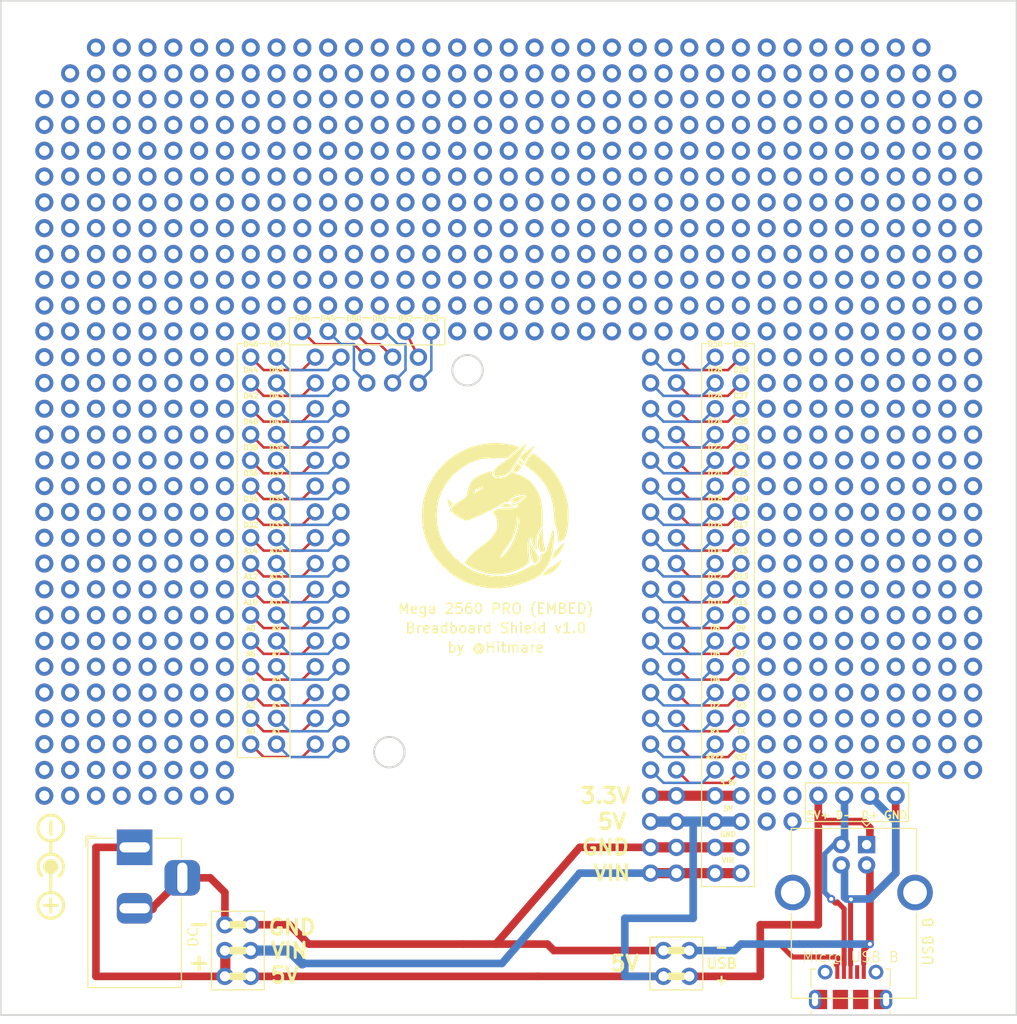
<source format=kicad_pcb>
(kicad_pcb (version 20171130) (host pcbnew "(5.1.5)-3")
  (layers (0 F.Cu signal) (31 B.Cu signal) (34 B.Paste user) (35 F.Paste user) (36 B.SilkS user) (37 F.SilkS user) (38 B.Mask user) (39 F.Mask user) (44 Edge.Cuts user))
  (net 0 "")
  (module Connector_PinHeader_2.54mm:PinHeader_2x03_P2.54mm_Vertical (layer F.Cu) (at 118.11 104.14)
    (fp_text reference " " hide)
    (fp_text value PinHeader_2x03_P2.54mm_Vertical)
    (pad 6 thru_hole oval (at 2.54 5.08) (size 1.7 1.7) (drill 1) (layers *.Cu *.Mask))
    (pad 5 thru_hole oval (at 0 5.08) (size 1.7 1.7) (drill 1) (layers *.Cu *.Mask))
    (pad 4 thru_hole oval (at 2.54 2.54) (size 1.7 1.7) (drill 1) (layers *.Cu *.Mask))
    (pad 3 thru_hole oval (at 0 2.54) (size 1.7 1.7) (drill 1) (layers *.Cu *.Mask))
    (pad 2 thru_hole oval (at 2.54 0) (size 1.7 1.7) (drill 1) (layers *.Cu *.Mask))
    (pad 1 thru_hole circle (at 0 0) (size 1.7 1.7) (drill 1) (layers *.Cu *.Mask))
  )
  (module Connector_PinHeader_2.54mm:PinHeader_2x02_P2.54mm_Vertical (layer F.Cu) (at 161.29 106.68)
    (fp_text reference " " hide)
    (fp_text value PinHeader_2x02_P2.54mm_Vertical)
    (pad 4 thru_hole oval (at 2.54 2.54) (size 1.7 1.7) (drill 1) (layers *.Cu *.Mask))
    (pad 3 thru_hole oval (at 0 2.54) (size 1.7 1.7) (drill 1) (layers *.Cu *.Mask))
    (pad 2 thru_hole oval (at 2.54 0) (size 1.7 1.7) (drill 1) (layers *.Cu *.Mask))
    (pad 1 thru_hole circle (at 0 0) (size 1.7 1.7) (drill 1) (layers *.Cu *.Mask))
  )
  (module Symbol:hitmare_logo_250 (layer F.Cu) (at 144.78 64.135)
    (fp_text reference G*** hide)
    (fp_text value LOGO hide)
  )
  (module Connector_PinHeader_2.54mm:PinHeader_2x21_P2.54mm_Vertical (layer F.Cu) (at 168.91 99.06 180)
    (fp_text reference " " hide)
    (fp_text value PinHeader_2x21_P2.54mm_Vertical)
    (pad 1 thru_hole circle (at 0 0 180) (size 1.7 1.7) (drill 1) (layers *.Cu *.Mask))
    (pad 2 thru_hole oval (at 2.54 0 180) (size 1.7 1.7) (drill 1) (layers *.Cu *.Mask))
    (pad 3 thru_hole oval (at 0 2.54 180) (size 1.7 1.7) (drill 1) (layers *.Cu *.Mask))
    (pad 4 thru_hole oval (at 2.54 2.54 180) (size 1.7 1.7) (drill 1) (layers *.Cu *.Mask))
    (pad 5 thru_hole oval (at 0 5.08 180) (size 1.7 1.7) (drill 1) (layers *.Cu *.Mask))
    (pad 6 thru_hole oval (at 2.54 5.08 180) (size 1.7 1.7) (drill 1) (layers *.Cu *.Mask))
    (pad 7 thru_hole oval (at 0 7.62 180) (size 1.7 1.7) (drill 1) (layers *.Cu *.Mask))
    (pad 8 thru_hole oval (at 2.54 7.62 180) (size 1.7 1.7) (drill 1) (layers *.Cu *.Mask))
    (pad 9 thru_hole oval (at 0 10.16 180) (size 1.7 1.7) (drill 1) (layers *.Cu *.Mask))
    (pad 10 thru_hole oval (at 2.54 10.16 180) (size 1.7 1.7) (drill 1) (layers *.Cu *.Mask))
    (pad 11 thru_hole oval (at 0 12.7 180) (size 1.7 1.7) (drill 1) (layers *.Cu *.Mask))
    (pad 12 thru_hole oval (at 2.54 12.7 180) (size 1.7 1.7) (drill 1) (layers *.Cu *.Mask))
    (pad 13 thru_hole oval (at 0 15.24 180) (size 1.7 1.7) (drill 1) (layers *.Cu *.Mask))
    (pad 14 thru_hole oval (at 2.54 15.24 180) (size 1.7 1.7) (drill 1) (layers *.Cu *.Mask))
    (pad 15 thru_hole oval (at 0 17.78 180) (size 1.7 1.7) (drill 1) (layers *.Cu *.Mask))
    (pad 16 thru_hole oval (at 2.54 17.78 180) (size 1.7 1.7) (drill 1) (layers *.Cu *.Mask))
    (pad 17 thru_hole oval (at 0 20.32 180) (size 1.7 1.7) (drill 1) (layers *.Cu *.Mask))
    (pad 18 thru_hole oval (at 2.54 20.32 180) (size 1.7 1.7) (drill 1) (layers *.Cu *.Mask))
    (pad 19 thru_hole oval (at 0 22.86 180) (size 1.7 1.7) (drill 1) (layers *.Cu *.Mask))
    (pad 20 thru_hole oval (at 2.54 22.86 180) (size 1.7 1.7) (drill 1) (layers *.Cu *.Mask))
    (pad 21 thru_hole oval (at 0 25.4 180) (size 1.7 1.7) (drill 1) (layers *.Cu *.Mask))
    (pad 22 thru_hole oval (at 2.54 25.4 180) (size 1.7 1.7) (drill 1) (layers *.Cu *.Mask))
    (pad 23 thru_hole oval (at 0 27.94 180) (size 1.7 1.7) (drill 1) (layers *.Cu *.Mask))
    (pad 24 thru_hole oval (at 2.54 27.94 180) (size 1.7 1.7) (drill 1) (layers *.Cu *.Mask))
    (pad 25 thru_hole oval (at 0 30.48 180) (size 1.7 1.7) (drill 1) (layers *.Cu *.Mask))
    (pad 26 thru_hole oval (at 2.54 30.48 180) (size 1.7 1.7) (drill 1) (layers *.Cu *.Mask))
    (pad 27 thru_hole oval (at 0 33.02 180) (size 1.7 1.7) (drill 1) (layers *.Cu *.Mask))
    (pad 28 thru_hole oval (at 2.54 33.02 180) (size 1.7 1.7) (drill 1) (layers *.Cu *.Mask))
    (pad 29 thru_hole oval (at 0 35.56 180) (size 1.7 1.7) (drill 1) (layers *.Cu *.Mask))
    (pad 30 thru_hole oval (at 2.54 35.56 180) (size 1.7 1.7) (drill 1) (layers *.Cu *.Mask))
    (pad 31 thru_hole oval (at 0 38.1 180) (size 1.7 1.7) (drill 1) (layers *.Cu *.Mask))
    (pad 32 thru_hole oval (at 2.54 38.1 180) (size 1.7 1.7) (drill 1) (layers *.Cu *.Mask))
    (pad 33 thru_hole oval (at 0 40.64 180) (size 1.7 1.7) (drill 1) (layers *.Cu *.Mask))
    (pad 34 thru_hole oval (at 2.54 40.64 180) (size 1.7 1.7) (drill 1) (layers *.Cu *.Mask))
    (pad 35 thru_hole oval (at 0 43.18 180) (size 1.7 1.7) (drill 1) (layers *.Cu *.Mask))
    (pad 36 thru_hole oval (at 2.54 43.18 180) (size 1.7 1.7) (drill 1) (layers *.Cu *.Mask))
    (pad 37 thru_hole oval (at 0 45.72 180) (size 1.7 1.7) (drill 1) (layers *.Cu *.Mask))
    (pad 38 thru_hole oval (at 2.54 45.72 180) (size 1.7 1.7) (drill 1) (layers *.Cu *.Mask))
    (pad 39 thru_hole oval (at 0 48.26 180) (size 1.7 1.7) (drill 1) (layers *.Cu *.Mask))
    (pad 40 thru_hole oval (at 2.54 48.26 180) (size 1.7 1.7) (drill 1) (layers *.Cu *.Mask))
    (pad 41 thru_hole oval (at 0 50.8 180) (size 1.7 1.7) (drill 1) (layers *.Cu *.Mask))
    (pad 42 thru_hole oval (at 2.54 50.8 180) (size 1.7 1.7) (drill 1) (layers *.Cu *.Mask))
  )
  (module Connector_PinHeader_2.54mm:PinHeader_2x16_P2.54mm_Vertical (layer F.Cu) (at 123.19 86.36 180)
    (fp_text reference " " hide)
    (fp_text value PinHeader_2x16_P2.54mm_Vertical)
    (pad 1 thru_hole circle (at 0 0 180) (size 1.7 1.7) (drill 1) (layers *.Cu *.Mask))
    (pad 2 thru_hole oval (at 2.54 0 180) (size 1.7 1.7) (drill 1) (layers *.Cu *.Mask))
    (pad 3 thru_hole oval (at 0 2.54 180) (size 1.7 1.7) (drill 1) (layers *.Cu *.Mask))
    (pad 4 thru_hole oval (at 2.54 2.54 180) (size 1.7 1.7) (drill 1) (layers *.Cu *.Mask))
    (pad 5 thru_hole oval (at 0 5.08 180) (size 1.7 1.7) (drill 1) (layers *.Cu *.Mask))
    (pad 6 thru_hole oval (at 2.54 5.08 180) (size 1.7 1.7) (drill 1) (layers *.Cu *.Mask))
    (pad 7 thru_hole oval (at 0 7.62 180) (size 1.7 1.7) (drill 1) (layers *.Cu *.Mask))
    (pad 8 thru_hole oval (at 2.54 7.62 180) (size 1.7 1.7) (drill 1) (layers *.Cu *.Mask))
    (pad 9 thru_hole oval (at 0 10.16 180) (size 1.7 1.7) (drill 1) (layers *.Cu *.Mask))
    (pad 10 thru_hole oval (at 2.54 10.16 180) (size 1.7 1.7) (drill 1) (layers *.Cu *.Mask))
    (pad 11 thru_hole oval (at 0 12.7 180) (size 1.7 1.7) (drill 1) (layers *.Cu *.Mask))
    (pad 12 thru_hole oval (at 2.54 12.7 180) (size 1.7 1.7) (drill 1) (layers *.Cu *.Mask))
    (pad 13 thru_hole oval (at 0 15.24 180) (size 1.7 1.7) (drill 1) (layers *.Cu *.Mask))
    (pad 14 thru_hole oval (at 2.54 15.24 180) (size 1.7 1.7) (drill 1) (layers *.Cu *.Mask))
    (pad 15 thru_hole oval (at 0 17.78 180) (size 1.7 1.7) (drill 1) (layers *.Cu *.Mask))
    (pad 16 thru_hole oval (at 2.54 17.78 180) (size 1.7 1.7) (drill 1) (layers *.Cu *.Mask))
    (pad 17 thru_hole oval (at 0 20.32 180) (size 1.7 1.7) (drill 1) (layers *.Cu *.Mask))
    (pad 18 thru_hole oval (at 2.54 20.32 180) (size 1.7 1.7) (drill 1) (layers *.Cu *.Mask))
    (pad 19 thru_hole oval (at 0 22.86 180) (size 1.7 1.7) (drill 1) (layers *.Cu *.Mask))
    (pad 20 thru_hole oval (at 2.54 22.86 180) (size 1.7 1.7) (drill 1) (layers *.Cu *.Mask))
    (pad 21 thru_hole oval (at 0 25.4 180) (size 1.7 1.7) (drill 1) (layers *.Cu *.Mask))
    (pad 22 thru_hole oval (at 2.54 25.4 180) (size 1.7 1.7) (drill 1) (layers *.Cu *.Mask))
    (pad 23 thru_hole oval (at 0 27.94 180) (size 1.7 1.7) (drill 1) (layers *.Cu *.Mask))
    (pad 24 thru_hole oval (at 2.54 27.94 180) (size 1.7 1.7) (drill 1) (layers *.Cu *.Mask))
    (pad 25 thru_hole oval (at 0 30.48 180) (size 1.7 1.7) (drill 1) (layers *.Cu *.Mask))
    (pad 26 thru_hole oval (at 2.54 30.48 180) (size 1.7 1.7) (drill 1) (layers *.Cu *.Mask))
    (pad 27 thru_hole oval (at 0 33.02 180) (size 1.7 1.7) (drill 1) (layers *.Cu *.Mask))
    (pad 28 thru_hole oval (at 2.54 33.02 180) (size 1.7 1.7) (drill 1) (layers *.Cu *.Mask))
    (pad 29 thru_hole oval (at 0 35.56 180) (size 1.7 1.7) (drill 1) (layers *.Cu *.Mask))
    (pad 30 thru_hole oval (at 2.54 35.56 180) (size 1.7 1.7) (drill 1) (layers *.Cu *.Mask))
    (pad 31 thru_hole oval (at 0 38.1 180) (size 1.7 1.7) (drill 1) (layers *.Cu *.Mask))
    (pad 32 thru_hole oval (at 2.54 38.1 180) (size 1.7 1.7) (drill 1) (layers *.Cu *.Mask))
  )
  (module Connector_PinHeader_2.54mm:PinHeader_1x06_P2.54mm_Vertical (layer F.Cu) (at 125.73 45.72 90)
    (fp_text reference " " hide)
    (fp_text value PinHeader_1x06_P2.54mm_Vertical)
    (pad 6 thru_hole oval (at 0 12.7 90) (size 1.7 1.7) (drill 1) (layers *.Cu *.Mask))
    (pad 5 thru_hole oval (at 0 10.16 90) (size 1.7 1.7) (drill 1) (layers *.Cu *.Mask))
    (pad 4 thru_hole oval (at 0 7.62 90) (size 1.7 1.7) (drill 1) (layers *.Cu *.Mask))
    (pad 3 thru_hole oval (at 0 5.08 90) (size 1.7 1.7) (drill 1) (layers *.Cu *.Mask))
    (pad 2 thru_hole oval (at 0 2.54 90) (size 1.7 1.7) (drill 1) (layers *.Cu *.Mask))
    (pad 1 thru_hole circle (at 0 0 90) (size 1.7 1.7) (drill 1) (layers *.Cu *.Mask))
  )
  (module "Connector_PinHeader_2.54mm:1 pin" (layer F.Cu) (at 110.49 66.04)
    (fp_text reference "" (at 0 0.5) (layer F.SilkS))
    (fp_text value "1 pin")
    (pad "" thru_hole circle (at 2.54 2.54) (size 1.778 1.778) (drill 1.016) (layers *.Cu *.Mask))
  )
  (module "Connector_PinHeader_2.54mm:1 pin" (layer F.Cu) (at 113.03 66.04)
    (fp_text reference "" (at 0 0.5) (layer F.SilkS))
    (fp_text value "1 pin")
    (pad "" thru_hole circle (at 2.54 2.54) (size 1.778 1.778) (drill 1.016) (layers *.Cu *.Mask))
  )
  (module "Connector_PinHeader_2.54mm:1 pin" (layer F.Cu) (at 143.51 43.18)
    (fp_text reference "" (at 0 0.5) (layer F.SilkS))
    (fp_text value "1 pin")
    (pad "" thru_hole circle (at 2.54 2.54) (size 1.778 1.778) (drill 1.016) (layers *.Cu *.Mask))
  )
  (module "Connector_PinHeader_2.54mm:1 pin" (layer F.Cu) (at 148.59 43.18)
    (fp_text reference "" (at 0 0.5) (layer F.SilkS))
    (fp_text value "1 pin")
    (pad "" thru_hole circle (at 2.54 2.54) (size 1.778 1.778) (drill 1.016) (layers *.Cu *.Mask))
  )
  (module "Connector_PinHeader_2.54mm:1 pin" (layer F.Cu) (at 138.43 43.18)
    (fp_text reference "" (at 0 0.5) (layer F.SilkS))
    (fp_text value "1 pin")
    (pad "" thru_hole circle (at 2.54 2.54) (size 1.778 1.778) (drill 1.016) (layers *.Cu *.Mask))
  )
  (module "Connector_PinHeader_2.54mm:1 pin" (layer F.Cu) (at 140.97 43.18)
    (fp_text reference "" (at 0 0.5) (layer F.SilkS))
    (fp_text value "1 pin")
    (pad "" thru_hole circle (at 2.54 2.54) (size 1.778 1.778) (drill 1.016) (layers *.Cu *.Mask))
  )
  (module "Connector_PinHeader_2.54mm:1 pin" (layer F.Cu) (at 151.13 43.18)
    (fp_text reference "" (at 0 0.5) (layer F.SilkS))
    (fp_text value "1 pin")
    (pad "" thru_hole circle (at 2.54 2.54) (size 1.778 1.778) (drill 1.016) (layers *.Cu *.Mask))
  )
  (module "Connector_PinHeader_2.54mm:1 pin" (layer F.Cu) (at 146.05 43.18)
    (fp_text reference "" (at 0 0.5) (layer F.SilkS))
    (fp_text value "1 pin")
    (pad "" thru_hole circle (at 2.54 2.54) (size 1.778 1.778) (drill 1.016) (layers *.Cu *.Mask))
  )
  (module "Connector_PinHeader_2.54mm:1 pin" (layer F.Cu) (at 158.75 43.18)
    (fp_text reference "" (at 0 0.5) (layer F.SilkS))
    (fp_text value "1 pin")
    (pad "" thru_hole circle (at 2.54 2.54) (size 1.778 1.778) (drill 1.016) (layers *.Cu *.Mask))
  )
  (module "Connector_PinHeader_2.54mm:1 pin" (layer F.Cu) (at 163.83 43.18)
    (fp_text reference "" (at 0 0.5) (layer F.SilkS))
    (fp_text value "1 pin")
    (pad "" thru_hole circle (at 2.54 2.54) (size 1.778 1.778) (drill 1.016) (layers *.Cu *.Mask))
  )
  (module "Connector_PinHeader_2.54mm:1 pin" (layer F.Cu) (at 153.67 43.18)
    (fp_text reference "" (at 0 0.5) (layer F.SilkS))
    (fp_text value "1 pin")
    (pad "" thru_hole circle (at 2.54 2.54) (size 1.778 1.778) (drill 1.016) (layers *.Cu *.Mask))
  )
  (module "Connector_PinHeader_2.54mm:1 pin" (layer F.Cu) (at 156.21 43.18)
    (fp_text reference "" (at 0 0.5) (layer F.SilkS))
    (fp_text value "1 pin")
    (pad "" thru_hole circle (at 2.54 2.54) (size 1.778 1.778) (drill 1.016) (layers *.Cu *.Mask))
  )
  (module "Connector_PinHeader_2.54mm:1 pin" (layer F.Cu) (at 166.37 43.18)
    (fp_text reference "" (at 0 0.5) (layer F.SilkS))
    (fp_text value "1 pin")
    (pad "" thru_hole circle (at 2.54 2.54) (size 1.778 1.778) (drill 1.016) (layers *.Cu *.Mask))
  )
  (module "Connector_PinHeader_2.54mm:1 pin" (layer F.Cu) (at 161.29 43.18)
    (fp_text reference "" (at 0 0.5) (layer F.SilkS))
    (fp_text value "1 pin")
    (pad "" thru_hole circle (at 2.54 2.54) (size 1.778 1.778) (drill 1.016) (layers *.Cu *.Mask))
  )
  (module "Connector_PinHeader_2.54mm:1 pin" (layer F.Cu) (at 120.65 43.18)
    (fp_text reference "" (at 0 0.5) (layer F.SilkS))
    (fp_text value "1 pin")
    (pad "" thru_hole circle (at 2.54 2.54) (size 1.778 1.778) (drill 1.016) (layers *.Cu *.Mask))
  )
  (module "Connector_PinHeader_2.54mm:1 pin" (layer F.Cu) (at 118.11 43.18)
    (fp_text reference "" (at 0 0.5) (layer F.SilkS))
    (fp_text value "1 pin")
    (pad "" thru_hole circle (at 2.54 2.54) (size 1.778 1.778) (drill 1.016) (layers *.Cu *.Mask))
  )
  (module "Connector_PinHeader_2.54mm:1 pin" (layer F.Cu) (at 168.91 38.1)
    (fp_text reference "" (at 0 0.5) (layer F.SilkS))
    (fp_text value "1 pin")
    (pad "" thru_hole circle (at 2.54 2.54) (size 1.778 1.778) (drill 1.016) (layers *.Cu *.Mask))
  )
  (module "Connector_PinHeader_2.54mm:1 pin" (layer F.Cu) (at 168.91 40.64)
    (fp_text reference "" (at 0 0.5) (layer F.SilkS))
    (fp_text value "1 pin")
    (pad "" thru_hole circle (at 2.54 2.54) (size 1.778 1.778) (drill 1.016) (layers *.Cu *.Mask))
  )
  (module "Connector_PinHeader_2.54mm:2x2 pin" (layer F.Cu) (at 163.83 38.1)
    (fp_text reference "" (at 0 0.5) (layer F.SilkS))
    (fp_text value "2x2 pin")
    (pad 4 thru_hole circle (at 5.08 5.08) (size 1.778 1.778) (drill 1.016) (layers *.Cu *.Mask))
    (pad 4 thru_hole circle (at 2.54 5.08) (size 1.778 1.778) (drill 1.016) (layers *.Cu *.Mask))
    (pad 4 thru_hole circle (at 2.54 2.54) (size 1.778 1.778) (drill 1.016) (layers *.Cu *.Mask))
    (pad 4 thru_hole circle (at 5.08 2.54) (size 1.778 1.778) (drill 1.016) (layers *.Cu *.Mask))
  )
  (module "Connector_PinHeader_2.54mm:2x2 pin" (layer F.Cu) (at 158.75 38.1)
    (fp_text reference "" (at 0 0.5) (layer F.SilkS))
    (fp_text value "2x2 pin")
    (pad 4 thru_hole circle (at 5.08 5.08) (size 1.778 1.778) (drill 1.016) (layers *.Cu *.Mask))
    (pad 4 thru_hole circle (at 2.54 5.08) (size 1.778 1.778) (drill 1.016) (layers *.Cu *.Mask))
    (pad 4 thru_hole circle (at 2.54 2.54) (size 1.778 1.778) (drill 1.016) (layers *.Cu *.Mask))
    (pad 4 thru_hole circle (at 5.08 2.54) (size 1.778 1.778) (drill 1.016) (layers *.Cu *.Mask))
  )
  (module "Connector_PinHeader_2.54mm:2x2 pin" (layer F.Cu) (at 153.67 38.1)
    (fp_text reference "" (at 0 0.5) (layer F.SilkS))
    (fp_text value "2x2 pin")
    (pad 4 thru_hole circle (at 5.08 5.08) (size 1.778 1.778) (drill 1.016) (layers *.Cu *.Mask))
    (pad 4 thru_hole circle (at 2.54 5.08) (size 1.778 1.778) (drill 1.016) (layers *.Cu *.Mask))
    (pad 4 thru_hole circle (at 2.54 2.54) (size 1.778 1.778) (drill 1.016) (layers *.Cu *.Mask))
    (pad 4 thru_hole circle (at 5.08 2.54) (size 1.778 1.778) (drill 1.016) (layers *.Cu *.Mask))
  )
  (module "Connector_PinHeader_2.54mm:2x2 pin" (layer F.Cu) (at 148.59 38.1)
    (fp_text reference "" (at 0 0.5) (layer F.SilkS))
    (fp_text value "2x2 pin")
    (pad 4 thru_hole circle (at 5.08 5.08) (size 1.778 1.778) (drill 1.016) (layers *.Cu *.Mask))
    (pad 4 thru_hole circle (at 2.54 5.08) (size 1.778 1.778) (drill 1.016) (layers *.Cu *.Mask))
    (pad 4 thru_hole circle (at 2.54 2.54) (size 1.778 1.778) (drill 1.016) (layers *.Cu *.Mask))
    (pad 4 thru_hole circle (at 5.08 2.54) (size 1.778 1.778) (drill 1.016) (layers *.Cu *.Mask))
  )
  (module "Connector_PinHeader_2.54mm:2x2 pin" (layer F.Cu) (at 143.51 38.1)
    (fp_text reference "" (at 0 0.5) (layer F.SilkS))
    (fp_text value "2x2 pin")
    (pad 4 thru_hole circle (at 5.08 5.08) (size 1.778 1.778) (drill 1.016) (layers *.Cu *.Mask))
    (pad 4 thru_hole circle (at 2.54 5.08) (size 1.778 1.778) (drill 1.016) (layers *.Cu *.Mask))
    (pad 4 thru_hole circle (at 2.54 2.54) (size 1.778 1.778) (drill 1.016) (layers *.Cu *.Mask))
    (pad 4 thru_hole circle (at 5.08 2.54) (size 1.778 1.778) (drill 1.016) (layers *.Cu *.Mask))
  )
  (module "Connector_PinHeader_2.54mm:2x2 pin" (layer F.Cu) (at 138.43 38.1)
    (fp_text reference "" (at 0 0.5) (layer F.SilkS))
    (fp_text value "2x2 pin")
    (pad 4 thru_hole circle (at 5.08 5.08) (size 1.778 1.778) (drill 1.016) (layers *.Cu *.Mask))
    (pad 4 thru_hole circle (at 2.54 5.08) (size 1.778 1.778) (drill 1.016) (layers *.Cu *.Mask))
    (pad 4 thru_hole circle (at 2.54 2.54) (size 1.778 1.778) (drill 1.016) (layers *.Cu *.Mask))
    (pad 4 thru_hole circle (at 5.08 2.54) (size 1.778 1.778) (drill 1.016) (layers *.Cu *.Mask))
  )
  (module "Connector_PinHeader_2.54mm:2x2 pin" (layer F.Cu) (at 133.35 38.1)
    (fp_text reference "" (at 0 0.5) (layer F.SilkS))
    (fp_text value "2x2 pin")
    (pad 4 thru_hole circle (at 5.08 5.08) (size 1.778 1.778) (drill 1.016) (layers *.Cu *.Mask))
    (pad 4 thru_hole circle (at 2.54 5.08) (size 1.778 1.778) (drill 1.016) (layers *.Cu *.Mask))
    (pad 4 thru_hole circle (at 2.54 2.54) (size 1.778 1.778) (drill 1.016) (layers *.Cu *.Mask))
    (pad 4 thru_hole circle (at 5.08 2.54) (size 1.778 1.778) (drill 1.016) (layers *.Cu *.Mask))
  )
  (module "Connector_PinHeader_2.54mm:2x2 pin" (layer F.Cu) (at 128.27 38.1)
    (fp_text reference "" (at 0 0.5) (layer F.SilkS))
    (fp_text value "2x2 pin")
    (pad 4 thru_hole circle (at 5.08 5.08) (size 1.778 1.778) (drill 1.016) (layers *.Cu *.Mask))
    (pad 4 thru_hole circle (at 2.54 5.08) (size 1.778 1.778) (drill 1.016) (layers *.Cu *.Mask))
    (pad 4 thru_hole circle (at 2.54 2.54) (size 1.778 1.778) (drill 1.016) (layers *.Cu *.Mask))
    (pad 4 thru_hole circle (at 5.08 2.54) (size 1.778 1.778) (drill 1.016) (layers *.Cu *.Mask))
  )
  (module "Connector_PinHeader_2.54mm:2x2 pin" (layer F.Cu) (at 123.19 38.1)
    (fp_text reference "" (at 0 0.5) (layer F.SilkS))
    (fp_text value "2x2 pin")
    (pad 4 thru_hole circle (at 5.08 5.08) (size 1.778 1.778) (drill 1.016) (layers *.Cu *.Mask))
    (pad 4 thru_hole circle (at 2.54 5.08) (size 1.778 1.778) (drill 1.016) (layers *.Cu *.Mask))
    (pad 4 thru_hole circle (at 2.54 2.54) (size 1.778 1.778) (drill 1.016) (layers *.Cu *.Mask))
    (pad 4 thru_hole circle (at 5.08 2.54) (size 1.778 1.778) (drill 1.016) (layers *.Cu *.Mask))
  )
  (module "Connector_PinHeader_2.54mm:2x2 pin" (layer F.Cu) (at 118.11 38.1)
    (fp_text reference "" (at 0 0.5) (layer F.SilkS))
    (fp_text value "2x2 pin")
    (pad 4 thru_hole circle (at 5.08 5.08) (size 1.778 1.778) (drill 1.016) (layers *.Cu *.Mask))
    (pad 4 thru_hole circle (at 2.54 5.08) (size 1.778 1.778) (drill 1.016) (layers *.Cu *.Mask))
    (pad 4 thru_hole circle (at 2.54 2.54) (size 1.778 1.778) (drill 1.016) (layers *.Cu *.Mask))
    (pad 4 thru_hole circle (at 5.08 2.54) (size 1.778 1.778) (drill 1.016) (layers *.Cu *.Mask))
  )
  (module "Connector_PinHeader_2.54mm:2x2 pin" (layer F.Cu) (at 168.91 88.9)
    (fp_text reference "" (at 0 0.5) (layer F.SilkS))
    (fp_text value "2x2 pin")
    (pad 4 thru_hole circle (at 5.08 5.08) (size 1.778 1.778) (drill 1.016) (layers *.Cu *.Mask))
    (pad 4 thru_hole circle (at 2.54 5.08) (size 1.778 1.778) (drill 1.016) (layers *.Cu *.Mask))
    (pad 4 thru_hole circle (at 2.54 2.54) (size 1.778 1.778) (drill 1.016) (layers *.Cu *.Mask))
    (pad 4 thru_hole circle (at 5.08 2.54) (size 1.778 1.778) (drill 1.016) (layers *.Cu *.Mask))
  )
  (module "Connector_PinHeader_2.54mm:2x2 pin" (layer F.Cu) (at 168.91 83.82)
    (fp_text reference "" (at 0 0.5) (layer F.SilkS))
    (fp_text value "2x2 pin")
    (pad 4 thru_hole circle (at 5.08 5.08) (size 1.778 1.778) (drill 1.016) (layers *.Cu *.Mask))
    (pad 4 thru_hole circle (at 2.54 5.08) (size 1.778 1.778) (drill 1.016) (layers *.Cu *.Mask))
    (pad 4 thru_hole circle (at 2.54 2.54) (size 1.778 1.778) (drill 1.016) (layers *.Cu *.Mask))
    (pad 4 thru_hole circle (at 5.08 2.54) (size 1.778 1.778) (drill 1.016) (layers *.Cu *.Mask))
  )
  (module Connector_PinHeader_2.54mm:PinHeader_2x21_P2.54mm_Vertical (layer F.Cu) (at 162.56 99.06 180)
    (fp_text reference " " hide)
    (fp_text value PinHeader_2x21_P2.54mm_Vertical)
    (pad 42 thru_hole oval (at 2.54 50.8 180) (size 1.7 1.7) (drill 1) (layers *.Cu *.Mask))
    (pad 41 thru_hole oval (at 0 50.8 180) (size 1.7 1.7) (drill 1) (layers *.Cu *.Mask))
    (pad 40 thru_hole oval (at 2.54 48.26 180) (size 1.7 1.7) (drill 1) (layers *.Cu *.Mask))
    (pad 39 thru_hole oval (at 0 48.26 180) (size 1.7 1.7) (drill 1) (layers *.Cu *.Mask))
    (pad 38 thru_hole oval (at 2.54 45.72 180) (size 1.7 1.7) (drill 1) (layers *.Cu *.Mask))
    (pad 37 thru_hole oval (at 0 45.72 180) (size 1.7 1.7) (drill 1) (layers *.Cu *.Mask))
    (pad 36 thru_hole oval (at 2.54 43.18 180) (size 1.7 1.7) (drill 1) (layers *.Cu *.Mask))
    (pad 35 thru_hole oval (at 0 43.18 180) (size 1.7 1.7) (drill 1) (layers *.Cu *.Mask))
    (pad 34 thru_hole oval (at 2.54 40.64 180) (size 1.7 1.7) (drill 1) (layers *.Cu *.Mask))
    (pad 33 thru_hole oval (at 0 40.64 180) (size 1.7 1.7) (drill 1) (layers *.Cu *.Mask))
    (pad 32 thru_hole oval (at 2.54 38.1 180) (size 1.7 1.7) (drill 1) (layers *.Cu *.Mask))
    (pad 31 thru_hole oval (at 0 38.1 180) (size 1.7 1.7) (drill 1) (layers *.Cu *.Mask))
    (pad 30 thru_hole oval (at 2.54 35.56 180) (size 1.7 1.7) (drill 1) (layers *.Cu *.Mask))
    (pad 29 thru_hole oval (at 0 35.56 180) (size 1.7 1.7) (drill 1) (layers *.Cu *.Mask))
    (pad 28 thru_hole oval (at 2.54 33.02 180) (size 1.7 1.7) (drill 1) (layers *.Cu *.Mask))
    (pad 27 thru_hole oval (at 0 33.02 180) (size 1.7 1.7) (drill 1) (layers *.Cu *.Mask))
    (pad 26 thru_hole oval (at 2.54 30.48 180) (size 1.7 1.7) (drill 1) (layers *.Cu *.Mask))
    (pad 25 thru_hole oval (at 0 30.48 180) (size 1.7 1.7) (drill 1) (layers *.Cu *.Mask))
    (pad 24 thru_hole oval (at 2.54 27.94 180) (size 1.7 1.7) (drill 1) (layers *.Cu *.Mask))
    (pad 23 thru_hole oval (at 0 27.94 180) (size 1.7 1.7) (drill 1) (layers *.Cu *.Mask))
    (pad 22 thru_hole oval (at 2.54 25.4 180) (size 1.7 1.7) (drill 1) (layers *.Cu *.Mask))
    (pad 21 thru_hole oval (at 0 25.4 180) (size 1.7 1.7) (drill 1) (layers *.Cu *.Mask))
    (pad 20 thru_hole oval (at 2.54 22.86 180) (size 1.7 1.7) (drill 1) (layers *.Cu *.Mask))
    (pad 19 thru_hole oval (at 0 22.86 180) (size 1.7 1.7) (drill 1) (layers *.Cu *.Mask))
    (pad 18 thru_hole oval (at 2.54 20.32 180) (size 1.7 1.7) (drill 1) (layers *.Cu *.Mask))
    (pad 17 thru_hole oval (at 0 20.32 180) (size 1.7 1.7) (drill 1) (layers *.Cu *.Mask))
    (pad 16 thru_hole oval (at 2.54 17.78 180) (size 1.7 1.7) (drill 1) (layers *.Cu *.Mask))
    (pad 15 thru_hole oval (at 0 17.78 180) (size 1.7 1.7) (drill 1) (layers *.Cu *.Mask))
    (pad 14 thru_hole oval (at 2.54 15.24 180) (size 1.7 1.7) (drill 1) (layers *.Cu *.Mask))
    (pad 13 thru_hole oval (at 0 15.24 180) (size 1.7 1.7) (drill 1) (layers *.Cu *.Mask))
    (pad 12 thru_hole oval (at 2.54 12.7 180) (size 1.7 1.7) (drill 1) (layers *.Cu *.Mask))
    (pad 11 thru_hole oval (at 0 12.7 180) (size 1.7 1.7) (drill 1) (layers *.Cu *.Mask))
    (pad 10 thru_hole oval (at 2.54 10.16 180) (size 1.7 1.7) (drill 1) (layers *.Cu *.Mask))
    (pad 9 thru_hole oval (at 0 10.16 180) (size 1.7 1.7) (drill 1) (layers *.Cu *.Mask))
    (pad 8 thru_hole oval (at 2.54 7.62 180) (size 1.7 1.7) (drill 1) (layers *.Cu *.Mask))
    (pad 7 thru_hole oval (at 0 7.62 180) (size 1.7 1.7) (drill 1) (layers *.Cu *.Mask))
    (pad 6 thru_hole oval (at 2.54 5.08 180) (size 1.7 1.7) (drill 1) (layers *.Cu *.Mask))
    (pad 5 thru_hole oval (at 0 5.08 180) (size 1.7 1.7) (drill 1) (layers *.Cu *.Mask))
    (pad 4 thru_hole oval (at 2.54 2.54 180) (size 1.7 1.7) (drill 1) (layers *.Cu *.Mask))
    (pad 3 thru_hole oval (at 0 2.54 180) (size 1.7 1.7) (drill 1) (layers *.Cu *.Mask))
    (pad 2 thru_hole oval (at 2.54 0 180) (size 1.7 1.7) (drill 1) (layers *.Cu *.Mask))
    (pad 1 thru_hole circle (at 0 0 180) (size 1.7 1.7) (drill 1) (layers *.Cu *.Mask))
  )
  (module Connector_PinHeader_2.54mm:PinHeader_2x16_P2.54mm_Vertical (layer F.Cu) (at 129.54 86.36 180)
    (fp_text reference " " hide)
    (fp_text value PinHeader_2x16_P2.54mm_Vertical)
    (pad 32 thru_hole oval (at 2.54 38.1 180) (size 1.7 1.7) (drill 1) (layers *.Cu *.Mask))
    (pad 31 thru_hole oval (at 0 38.1 180) (size 1.7 1.7) (drill 1) (layers *.Cu *.Mask))
    (pad 30 thru_hole oval (at 2.54 35.56 180) (size 1.7 1.7) (drill 1) (layers *.Cu *.Mask))
    (pad 29 thru_hole oval (at 0 35.56 180) (size 1.7 1.7) (drill 1) (layers *.Cu *.Mask))
    (pad 28 thru_hole oval (at 2.54 33.02 180) (size 1.7 1.7) (drill 1) (layers *.Cu *.Mask))
    (pad 27 thru_hole oval (at 0 33.02 180) (size 1.7 1.7) (drill 1) (layers *.Cu *.Mask))
    (pad 26 thru_hole oval (at 2.54 30.48 180) (size 1.7 1.7) (drill 1) (layers *.Cu *.Mask))
    (pad 25 thru_hole oval (at 0 30.48 180) (size 1.7 1.7) (drill 1) (layers *.Cu *.Mask))
    (pad 24 thru_hole oval (at 2.54 27.94 180) (size 1.7 1.7) (drill 1) (layers *.Cu *.Mask))
    (pad 23 thru_hole oval (at 0 27.94 180) (size 1.7 1.7) (drill 1) (layers *.Cu *.Mask))
    (pad 22 thru_hole oval (at 2.54 25.4 180) (size 1.7 1.7) (drill 1) (layers *.Cu *.Mask))
    (pad 21 thru_hole oval (at 0 25.4 180) (size 1.7 1.7) (drill 1) (layers *.Cu *.Mask))
    (pad 20 thru_hole oval (at 2.54 22.86 180) (size 1.7 1.7) (drill 1) (layers *.Cu *.Mask))
    (pad 19 thru_hole oval (at 0 22.86 180) (size 1.7 1.7) (drill 1) (layers *.Cu *.Mask))
    (pad 18 thru_hole oval (at 2.54 20.32 180) (size 1.7 1.7) (drill 1) (layers *.Cu *.Mask))
    (pad 17 thru_hole oval (at 0 20.32 180) (size 1.7 1.7) (drill 1) (layers *.Cu *.Mask))
    (pad 16 thru_hole oval (at 2.54 17.78 180) (size 1.7 1.7) (drill 1) (layers *.Cu *.Mask))
    (pad 15 thru_hole oval (at 0 17.78 180) (size 1.7 1.7) (drill 1) (layers *.Cu *.Mask))
    (pad 14 thru_hole oval (at 2.54 15.24 180) (size 1.7 1.7) (drill 1) (layers *.Cu *.Mask))
    (pad 13 thru_hole oval (at 0 15.24 180) (size 1.7 1.7) (drill 1) (layers *.Cu *.Mask))
    (pad 12 thru_hole oval (at 2.54 12.7 180) (size 1.7 1.7) (drill 1) (layers *.Cu *.Mask))
    (pad 11 thru_hole oval (at 0 12.7 180) (size 1.7 1.7) (drill 1) (layers *.Cu *.Mask))
    (pad 10 thru_hole oval (at 2.54 10.16 180) (size 1.7 1.7) (drill 1) (layers *.Cu *.Mask))
    (pad 9 thru_hole oval (at 0 10.16 180) (size 1.7 1.7) (drill 1) (layers *.Cu *.Mask))
    (pad 8 thru_hole oval (at 2.54 7.62 180) (size 1.7 1.7) (drill 1) (layers *.Cu *.Mask))
    (pad 7 thru_hole oval (at 0 7.62 180) (size 1.7 1.7) (drill 1) (layers *.Cu *.Mask))
    (pad 6 thru_hole oval (at 2.54 5.08 180) (size 1.7 1.7) (drill 1) (layers *.Cu *.Mask))
    (pad 5 thru_hole oval (at 0 5.08 180) (size 1.7 1.7) (drill 1) (layers *.Cu *.Mask))
    (pad 4 thru_hole oval (at 2.54 2.54 180) (size 1.7 1.7) (drill 1) (layers *.Cu *.Mask))
    (pad 3 thru_hole oval (at 0 2.54 180) (size 1.7 1.7) (drill 1) (layers *.Cu *.Mask))
    (pad 2 thru_hole oval (at 2.54 0 180) (size 1.7 1.7) (drill 1) (layers *.Cu *.Mask))
    (pad 1 thru_hole circle (at 0 0 180) (size 1.7 1.7) (drill 1) (layers *.Cu *.Mask))
  )
  (module Connector_PinHeader_2.54mm:PinHeader_2x03_P2.54mm_Vertical (layer F.Cu) (at 132.08 50.8 90)
    (fp_text reference " " hide)
    (fp_text value PinHeader_2x03_P2.54mm_Vertical)
    (pad 6 thru_hole oval (at 2.54 5.08 90) (size 1.7 1.7) (drill 1) (layers *.Cu *.Mask))
    (pad 5 thru_hole oval (at 0 5.08 90) (size 1.7 1.7) (drill 1) (layers *.Cu *.Mask))
    (pad 4 thru_hole oval (at 2.54 2.54 90) (size 1.7 1.7) (drill 1) (layers *.Cu *.Mask))
    (pad 3 thru_hole oval (at 0 2.54 90) (size 1.7 1.7) (drill 1) (layers *.Cu *.Mask))
    (pad 2 thru_hole oval (at 2.54 0 90) (size 1.7 1.7) (drill 1) (layers *.Cu *.Mask))
    (pad 1 thru_hole circle (at 0 0 90) (size 1.7 1.7) (drill 1) (layers *.Cu *.Mask))
  )
  (module "Connector_PinHeader_2.54mm:1 pin" (layer F.Cu) (at 168.91 45.72)
    (fp_text reference "" (at 0 0.5) (layer F.SilkS))
    (fp_text value "1 pin")
    (pad "" thru_hole circle (at 2.54 2.54) (size 1.778 1.778) (drill 1.016) (layers *.Cu *.Mask))
  )
  (module "Connector_PinHeader_2.54mm:1 pin" (layer F.Cu) (at 168.91 50.8)
    (fp_text reference "" (at 0 0.5) (layer F.SilkS))
    (fp_text value "1 pin")
    (pad "" thru_hole circle (at 2.54 2.54) (size 1.778 1.778) (drill 1.016) (layers *.Cu *.Mask))
  )
  (module "Connector_PinHeader_2.54mm:1 pin" (layer F.Cu) (at 168.91 48.26)
    (fp_text reference "" (at 0 0.5) (layer F.SilkS))
    (fp_text value "1 pin")
    (pad "" thru_hole circle (at 2.54 2.54) (size 1.778 1.778) (drill 1.016) (layers *.Cu *.Mask))
  )
  (module "Connector_PinHeader_2.54mm:1 pin" (layer F.Cu) (at 168.91 43.18)
    (fp_text reference "" (at 0 0.5) (layer F.SilkS))
    (fp_text value "1 pin")
    (pad "" thru_hole circle (at 2.54 2.54) (size 1.778 1.778) (drill 1.016) (layers *.Cu *.Mask))
  )
  (module "Connector_PinHeader_2.54mm:1 pin" (layer F.Cu) (at 168.91 55.88)
    (fp_text reference "" (at 0 0.5) (layer F.SilkS))
    (fp_text value "1 pin")
    (pad "" thru_hole circle (at 2.54 2.54) (size 1.778 1.778) (drill 1.016) (layers *.Cu *.Mask))
  )
  (module "Connector_PinHeader_2.54mm:1 pin" (layer F.Cu) (at 168.91 60.96)
    (fp_text reference "" (at 0 0.5) (layer F.SilkS))
    (fp_text value "1 pin")
    (pad "" thru_hole circle (at 2.54 2.54) (size 1.778 1.778) (drill 1.016) (layers *.Cu *.Mask))
  )
  (module "Connector_PinHeader_2.54mm:1 pin" (layer F.Cu) (at 168.91 58.42)
    (fp_text reference "" (at 0 0.5) (layer F.SilkS))
    (fp_text value "1 pin")
    (pad "" thru_hole circle (at 2.54 2.54) (size 1.778 1.778) (drill 1.016) (layers *.Cu *.Mask))
  )
  (module "Connector_PinHeader_2.54mm:1 pin" (layer F.Cu) (at 168.91 53.34)
    (fp_text reference "" (at 0 0.5) (layer F.SilkS))
    (fp_text value "1 pin")
    (pad "" thru_hole circle (at 2.54 2.54) (size 1.778 1.778) (drill 1.016) (layers *.Cu *.Mask))
  )
  (module "Connector_PinHeader_2.54mm:1 pin" (layer F.Cu) (at 168.91 66.04)
    (fp_text reference "" (at 0 0.5) (layer F.SilkS))
    (fp_text value "1 pin")
    (pad "" thru_hole circle (at 2.54 2.54) (size 1.778 1.778) (drill 1.016) (layers *.Cu *.Mask))
  )
  (module "Connector_PinHeader_2.54mm:1 pin" (layer F.Cu) (at 168.91 71.12)
    (fp_text reference "" (at 0 0.5) (layer F.SilkS))
    (fp_text value "1 pin")
    (pad "" thru_hole circle (at 2.54 2.54) (size 1.778 1.778) (drill 1.016) (layers *.Cu *.Mask))
  )
  (module "Connector_PinHeader_2.54mm:1 pin" (layer F.Cu) (at 168.91 68.58)
    (fp_text reference "" (at 0 0.5) (layer F.SilkS))
    (fp_text value "1 pin")
    (pad "" thru_hole circle (at 2.54 2.54) (size 1.778 1.778) (drill 1.016) (layers *.Cu *.Mask))
  )
  (module "Connector_PinHeader_2.54mm:1 pin" (layer F.Cu) (at 168.91 63.5)
    (fp_text reference "" (at 0 0.5) (layer F.SilkS))
    (fp_text value "1 pin")
    (pad "" thru_hole circle (at 2.54 2.54) (size 1.778 1.778) (drill 1.016) (layers *.Cu *.Mask))
  )
  (module "Connector_PinHeader_2.54mm:1 pin" (layer F.Cu) (at 168.91 76.2)
    (fp_text reference "" (at 0 0.5) (layer F.SilkS))
    (fp_text value "1 pin")
    (pad "" thru_hole circle (at 2.54 2.54) (size 1.778 1.778) (drill 1.016) (layers *.Cu *.Mask))
  )
  (module "Connector_PinHeader_2.54mm:1 pin" (layer F.Cu) (at 168.91 73.66)
    (fp_text reference "" (at 0 0.5) (layer F.SilkS))
    (fp_text value "1 pin")
    (pad "" thru_hole circle (at 2.54 2.54) (size 1.778 1.778) (drill 1.016) (layers *.Cu *.Mask))
  )
  (module "Connector_PinHeader_2.54mm:1 pin" (layer F.Cu) (at 168.91 78.74)
    (fp_text reference "" (at 0 0.5) (layer F.SilkS))
    (fp_text value "1 pin")
    (pad "" thru_hole circle (at 2.54 2.54) (size 1.778 1.778) (drill 1.016) (layers *.Cu *.Mask))
  )
  (module "Connector_PinHeader_2.54mm:1 pin" (layer F.Cu) (at 168.91 81.28)
    (fp_text reference "" (at 0 0.5) (layer F.SilkS))
    (fp_text value "1 pin")
    (pad "" thru_hole circle (at 2.54 2.54) (size 1.778 1.778) (drill 1.016) (layers *.Cu *.Mask))
  )
  (module "Connector_PinHeader_2.54mm:1 pin" (layer F.Cu) (at 184.15 17.78)
    (fp_text reference "" (at 0 0.5) (layer F.SilkS))
    (fp_text value "1 pin")
    (pad "" thru_hole circle (at 2.54 2.54) (size 1.778 1.778) (drill 1.016) (layers *.Cu *.Mask))
  )
  (module "Connector_PinHeader_2.54mm:1 pin" (layer F.Cu) (at 100.33 17.78)
    (fp_text reference "" (at 0 0.5) (layer F.SilkS))
    (fp_text value "1 pin")
    (pad "" thru_hole circle (at 2.54 2.54) (size 1.778 1.778) (drill 1.016) (layers *.Cu *.Mask))
  )
  (module "Connector_PinHeader_2.54mm:1 pin" (layer F.Cu) (at 186.69 17.78)
    (fp_text reference "" (at 0 0.5) (layer F.SilkS))
    (fp_text value "1 pin")
    (pad "" thru_hole circle (at 2.54 2.54) (size 1.778 1.778) (drill 1.016) (layers *.Cu *.Mask))
  )
  (module "Connector_PinHeader_2.54mm:2x2 pin" (layer F.Cu) (at 173.99 15.24)
    (fp_text reference "" (at 0 0.5) (layer F.SilkS))
    (fp_text value "2x2 pin")
    (pad 4 thru_hole circle (at 5.08 2.54) (size 1.778 1.778) (drill 1.016) (layers *.Cu *.Mask))
    (pad 4 thru_hole circle (at 2.54 2.54) (size 1.778 1.778) (drill 1.016) (layers *.Cu *.Mask))
    (pad 4 thru_hole circle (at 2.54 5.08) (size 1.778 1.778) (drill 1.016) (layers *.Cu *.Mask))
    (pad 4 thru_hole circle (at 5.08 5.08) (size 1.778 1.778) (drill 1.016) (layers *.Cu *.Mask))
  )
  (module "Connector_PinHeader_2.54mm:1 pin" (layer F.Cu) (at 184.15 15.24)
    (fp_text reference "" (at 0 0.5) (layer F.SilkS))
    (fp_text value "1 pin")
    (pad "" thru_hole circle (at 2.54 2.54) (size 1.778 1.778) (drill 1.016) (layers *.Cu *.Mask))
  )
  (module "Connector_PinHeader_2.54mm:1 pin" (layer F.Cu) (at 176.53 25.4)
    (fp_text reference "" (at 0 0.5) (layer F.SilkS))
    (fp_text value "1 pin")
    (pad "" thru_hole circle (at 2.54 2.54) (size 1.778 1.778) (drill 1.016) (layers *.Cu *.Mask))
  )
  (module "Connector_PinHeader_2.54mm:3x3 pin" (layer F.Cu) (at 184.15 20.32)
    (fp_text reference "" (at 0 0.5) (layer F.SilkS))
    (fp_text value "3x3 pin")
    (pad 5 thru_hole circle (at 7.62 5.08) (size 1.778 1.778) (drill 1.016) (layers *.Cu *.Mask))
    (pad 5 thru_hole circle (at 5.08 5.08) (size 1.778 1.778) (drill 1.016) (layers *.Cu *.Mask))
    (pad 5 thru_hole circle (at 7.62 7.62) (size 1.778 1.778) (drill 1.016) (layers *.Cu *.Mask))
    (pad 5 thru_hole circle (at 5.08 7.62) (size 1.778 1.778) (drill 1.016) (layers *.Cu *.Mask))
    (pad 5 thru_hole circle (at 2.54 7.62) (size 1.778 1.778) (drill 1.016) (layers *.Cu *.Mask))
    (pad 5 thru_hole circle (at 2.54 5.08) (size 1.778 1.778) (drill 1.016) (layers *.Cu *.Mask))
    (pad 5 thru_hole circle (at 2.54 2.54) (size 1.778 1.778) (drill 1.016) (layers *.Cu *.Mask))
    (pad 5 thru_hole circle (at 5.08 2.54) (size 1.778 1.778) (drill 1.016) (layers *.Cu *.Mask))
    (pad 5 thru_hole circle (at 7.62 2.54) (size 1.778 1.778) (drill 1.016) (layers *.Cu *.Mask))
  )
  (module "Connector_PinHeader_2.54mm:3x3 pin" (layer F.Cu) (at 184.15 27.94)
    (fp_text reference "" (at 0 0.5) (layer F.SilkS))
    (fp_text value "3x3 pin")
    (pad 5 thru_hole circle (at 7.62 5.08) (size 1.778 1.778) (drill 1.016) (layers *.Cu *.Mask))
    (pad 5 thru_hole circle (at 5.08 5.08) (size 1.778 1.778) (drill 1.016) (layers *.Cu *.Mask))
    (pad 5 thru_hole circle (at 7.62 7.62) (size 1.778 1.778) (drill 1.016) (layers *.Cu *.Mask))
    (pad 5 thru_hole circle (at 5.08 7.62) (size 1.778 1.778) (drill 1.016) (layers *.Cu *.Mask))
    (pad 5 thru_hole circle (at 2.54 7.62) (size 1.778 1.778) (drill 1.016) (layers *.Cu *.Mask))
    (pad 5 thru_hole circle (at 2.54 5.08) (size 1.778 1.778) (drill 1.016) (layers *.Cu *.Mask))
    (pad 5 thru_hole circle (at 2.54 2.54) (size 1.778 1.778) (drill 1.016) (layers *.Cu *.Mask))
    (pad 5 thru_hole circle (at 5.08 2.54) (size 1.778 1.778) (drill 1.016) (layers *.Cu *.Mask))
    (pad 5 thru_hole circle (at 7.62 2.54) (size 1.778 1.778) (drill 1.016) (layers *.Cu *.Mask))
  )
  (module "Connector_PinHeader_2.54mm:2x2 pin" (layer F.Cu) (at 184.15 50.8)
    (fp_text reference "" (at 0 0.5) (layer F.SilkS))
    (fp_text value "2x2 pin")
    (pad 4 thru_hole circle (at 5.08 2.54) (size 1.778 1.778) (drill 1.016) (layers *.Cu *.Mask))
    (pad 4 thru_hole circle (at 2.54 2.54) (size 1.778 1.778) (drill 1.016) (layers *.Cu *.Mask))
    (pad 4 thru_hole circle (at 2.54 5.08) (size 1.778 1.778) (drill 1.016) (layers *.Cu *.Mask))
    (pad 4 thru_hole circle (at 5.08 5.08) (size 1.778 1.778) (drill 1.016) (layers *.Cu *.Mask))
  )
  (module "Connector_PinHeader_2.54mm:2x2 pin" (layer F.Cu) (at 186.69 60.96)
    (fp_text reference "" (at 0 0.5) (layer F.SilkS))
    (fp_text value "2x2 pin")
    (pad 4 thru_hole circle (at 5.08 2.54) (size 1.778 1.778) (drill 1.016) (layers *.Cu *.Mask))
    (pad 4 thru_hole circle (at 2.54 2.54) (size 1.778 1.778) (drill 1.016) (layers *.Cu *.Mask))
    (pad 4 thru_hole circle (at 2.54 5.08) (size 1.778 1.778) (drill 1.016) (layers *.Cu *.Mask))
    (pad 4 thru_hole circle (at 5.08 5.08) (size 1.778 1.778) (drill 1.016) (layers *.Cu *.Mask))
  )
  (module "Connector_PinHeader_2.54mm:2x2 pin" (layer F.Cu) (at 186.69 76.2)
    (fp_text reference "" (at 0 0.5) (layer F.SilkS))
    (fp_text value "2x2 pin")
    (pad 4 thru_hole circle (at 5.08 2.54) (size 1.778 1.778) (drill 1.016) (layers *.Cu *.Mask))
    (pad 4 thru_hole circle (at 2.54 2.54) (size 1.778 1.778) (drill 1.016) (layers *.Cu *.Mask))
    (pad 4 thru_hole circle (at 2.54 5.08) (size 1.778 1.778) (drill 1.016) (layers *.Cu *.Mask))
    (pad 4 thru_hole circle (at 5.08 5.08) (size 1.778 1.778) (drill 1.016) (layers *.Cu *.Mask))
  )
  (module "Connector_PinHeader_2.54mm:2x2 pin" (layer F.Cu) (at 173.99 83.82)
    (fp_text reference "" (at 0 0.5) (layer F.SilkS))
    (fp_text value "2x2 pin")
    (pad 4 thru_hole circle (at 5.08 2.54) (size 1.778 1.778) (drill 1.016) (layers *.Cu *.Mask))
    (pad 4 thru_hole circle (at 2.54 2.54) (size 1.778 1.778) (drill 1.016) (layers *.Cu *.Mask))
    (pad 4 thru_hole circle (at 2.54 5.08) (size 1.778 1.778) (drill 1.016) (layers *.Cu *.Mask))
    (pad 4 thru_hole circle (at 5.08 5.08) (size 1.778 1.778) (drill 1.016) (layers *.Cu *.Mask))
  )
  (module "Connector_PinHeader_2.54mm:1 pin" (layer F.Cu) (at 179.07 53.34)
    (fp_text reference "" (at 0 0.5) (layer F.SilkS))
    (fp_text value "1 pin")
    (pad "" thru_hole circle (at 2.54 2.54) (size 1.778 1.778) (drill 1.016) (layers *.Cu *.Mask))
  )
  (module "Connector_PinHeader_2.54mm:1 pin" (layer F.Cu) (at 173.99 22.86)
    (fp_text reference "" (at 0 0.5) (layer F.SilkS))
    (fp_text value "1 pin")
    (pad "" thru_hole circle (at 2.54 2.54) (size 1.778 1.778) (drill 1.016) (layers *.Cu *.Mask))
  )
  (module "Connector_PinHeader_2.54mm:1 pin" (layer F.Cu) (at 176.53 22.86)
    (fp_text reference "" (at 0 0.5) (layer F.SilkS))
    (fp_text value "1 pin")
    (pad "" thru_hole circle (at 2.54 2.54) (size 1.778 1.778) (drill 1.016) (layers *.Cu *.Mask))
  )
  (module "Connector_PinHeader_2.54mm:2x2 pin" (layer F.Cu) (at 179.07 48.26)
    (fp_text reference "" (at 0 0.5) (layer F.SilkS))
    (fp_text value "2x2 pin")
    (pad 4 thru_hole circle (at 5.08 5.08) (size 1.778 1.778) (drill 1.016) (layers *.Cu *.Mask))
    (pad 4 thru_hole circle (at 2.54 5.08) (size 1.778 1.778) (drill 1.016) (layers *.Cu *.Mask))
    (pad 4 thru_hole circle (at 2.54 2.54) (size 1.778 1.778) (drill 1.016) (layers *.Cu *.Mask))
    (pad 4 thru_hole circle (at 5.08 2.54) (size 1.778 1.778) (drill 1.016) (layers *.Cu *.Mask))
  )
  (module "Connector_PinHeader_2.54mm:3x3 pin" (layer F.Cu) (at 184.15 43.18)
    (fp_text reference "" (at 0 0.5) (layer F.SilkS))
    (fp_text value "3x3 pin")
    (pad 5 thru_hole circle (at 7.62 5.08) (size 1.778 1.778) (drill 1.016) (layers *.Cu *.Mask))
    (pad 5 thru_hole circle (at 5.08 5.08) (size 1.778 1.778) (drill 1.016) (layers *.Cu *.Mask))
    (pad 5 thru_hole circle (at 7.62 7.62) (size 1.778 1.778) (drill 1.016) (layers *.Cu *.Mask))
    (pad 5 thru_hole circle (at 5.08 7.62) (size 1.778 1.778) (drill 1.016) (layers *.Cu *.Mask))
    (pad 5 thru_hole circle (at 2.54 7.62) (size 1.778 1.778) (drill 1.016) (layers *.Cu *.Mask))
    (pad 5 thru_hole circle (at 2.54 5.08) (size 1.778 1.778) (drill 1.016) (layers *.Cu *.Mask))
    (pad 5 thru_hole circle (at 2.54 2.54) (size 1.778 1.778) (drill 1.016) (layers *.Cu *.Mask))
    (pad 5 thru_hole circle (at 5.08 2.54) (size 1.778 1.778) (drill 1.016) (layers *.Cu *.Mask))
    (pad 5 thru_hole circle (at 7.62 2.54) (size 1.778 1.778) (drill 1.016) (layers *.Cu *.Mask))
  )
  (module "Connector_PinHeader_2.54mm:2x2 pin" (layer F.Cu) (at 186.69 55.88)
    (fp_text reference "" (at 0 0.5) (layer F.SilkS))
    (fp_text value "2x2 pin")
    (pad 4 thru_hole circle (at 5.08 2.54) (size 1.778 1.778) (drill 1.016) (layers *.Cu *.Mask))
    (pad 4 thru_hole circle (at 2.54 2.54) (size 1.778 1.778) (drill 1.016) (layers *.Cu *.Mask))
    (pad 4 thru_hole circle (at 2.54 5.08) (size 1.778 1.778) (drill 1.016) (layers *.Cu *.Mask))
    (pad 4 thru_hole circle (at 5.08 5.08) (size 1.778 1.778) (drill 1.016) (layers *.Cu *.Mask))
  )
  (module "Connector_PinHeader_2.54mm:1 pin" (layer F.Cu) (at 181.61 53.34)
    (fp_text reference "" (at 0 0.5) (layer F.SilkS))
    (fp_text value "1 pin")
    (pad "" thru_hole circle (at 2.54 2.54) (size 1.778 1.778) (drill 1.016) (layers *.Cu *.Mask))
  )
  (module "Connector_PinHeader_2.54mm:3x3 pin" (layer F.Cu) (at 184.15 35.56)
    (fp_text reference "" (at 0 0.5) (layer F.SilkS))
    (fp_text value "3x3 pin")
    (pad 5 thru_hole circle (at 7.62 5.08) (size 1.778 1.778) (drill 1.016) (layers *.Cu *.Mask))
    (pad 5 thru_hole circle (at 5.08 5.08) (size 1.778 1.778) (drill 1.016) (layers *.Cu *.Mask))
    (pad 5 thru_hole circle (at 7.62 7.62) (size 1.778 1.778) (drill 1.016) (layers *.Cu *.Mask))
    (pad 5 thru_hole circle (at 5.08 7.62) (size 1.778 1.778) (drill 1.016) (layers *.Cu *.Mask))
    (pad 5 thru_hole circle (at 2.54 7.62) (size 1.778 1.778) (drill 1.016) (layers *.Cu *.Mask))
    (pad 5 thru_hole circle (at 2.54 5.08) (size 1.778 1.778) (drill 1.016) (layers *.Cu *.Mask))
    (pad 5 thru_hole circle (at 2.54 2.54) (size 1.778 1.778) (drill 1.016) (layers *.Cu *.Mask))
    (pad 5 thru_hole circle (at 5.08 2.54) (size 1.778 1.778) (drill 1.016) (layers *.Cu *.Mask))
    (pad 5 thru_hole circle (at 7.62 2.54) (size 1.778 1.778) (drill 1.016) (layers *.Cu *.Mask))
  )
  (module "Connector_PinHeader_2.54mm:2x2 pin" (layer F.Cu) (at 186.69 71.12)
    (fp_text reference "" (at 0 0.5) (layer F.SilkS))
    (fp_text value "2x2 pin")
    (pad 4 thru_hole circle (at 5.08 2.54) (size 1.778 1.778) (drill 1.016) (layers *.Cu *.Mask))
    (pad 4 thru_hole circle (at 2.54 2.54) (size 1.778 1.778) (drill 1.016) (layers *.Cu *.Mask))
    (pad 4 thru_hole circle (at 2.54 5.08) (size 1.778 1.778) (drill 1.016) (layers *.Cu *.Mask))
    (pad 4 thru_hole circle (at 5.08 5.08) (size 1.778 1.778) (drill 1.016) (layers *.Cu *.Mask))
  )
  (module "Connector_PinHeader_2.54mm:2x2 pin" (layer F.Cu) (at 186.69 66.04)
    (fp_text reference "" (at 0 0.5) (layer F.SilkS))
    (fp_text value "2x2 pin")
    (pad 4 thru_hole circle (at 5.08 2.54) (size 1.778 1.778) (drill 1.016) (layers *.Cu *.Mask))
    (pad 4 thru_hole circle (at 2.54 2.54) (size 1.778 1.778) (drill 1.016) (layers *.Cu *.Mask))
    (pad 4 thru_hole circle (at 2.54 5.08) (size 1.778 1.778) (drill 1.016) (layers *.Cu *.Mask))
    (pad 4 thru_hole circle (at 5.08 5.08) (size 1.778 1.778) (drill 1.016) (layers *.Cu *.Mask))
  )
  (module "Connector_PinHeader_2.54mm:3x3 pin" (layer F.Cu) (at 97.79 43.18)
    (fp_text reference "" (at 0 0.5) (layer F.SilkS))
    (fp_text value "3x3 pin")
    (pad 5 thru_hole circle (at 7.62 5.08) (size 1.778 1.778) (drill 1.016) (layers *.Cu *.Mask))
    (pad 5 thru_hole circle (at 5.08 5.08) (size 1.778 1.778) (drill 1.016) (layers *.Cu *.Mask))
    (pad 5 thru_hole circle (at 7.62 7.62) (size 1.778 1.778) (drill 1.016) (layers *.Cu *.Mask))
    (pad 5 thru_hole circle (at 5.08 7.62) (size 1.778 1.778) (drill 1.016) (layers *.Cu *.Mask))
    (pad 5 thru_hole circle (at 2.54 7.62) (size 1.778 1.778) (drill 1.016) (layers *.Cu *.Mask))
    (pad 5 thru_hole circle (at 2.54 5.08) (size 1.778 1.778) (drill 1.016) (layers *.Cu *.Mask))
    (pad 5 thru_hole circle (at 2.54 2.54) (size 1.778 1.778) (drill 1.016) (layers *.Cu *.Mask))
    (pad 5 thru_hole circle (at 5.08 2.54) (size 1.778 1.778) (drill 1.016) (layers *.Cu *.Mask))
    (pad 5 thru_hole circle (at 7.62 2.54) (size 1.778 1.778) (drill 1.016) (layers *.Cu *.Mask))
  )
  (module "Connector_PinHeader_2.54mm:1 pin" (layer F.Cu) (at 189.23 83.82)
    (fp_text reference "" (at 0 0.5) (layer F.SilkS))
    (fp_text value "1 pin")
    (pad "" thru_hole circle (at 2.54 2.54) (size 1.778 1.778) (drill 1.016) (layers *.Cu *.Mask))
  )
  (module "Connector_PinHeader_2.54mm:1 pin" (layer F.Cu) (at 189.23 50.8)
    (fp_text reference "" (at 0 0.5) (layer F.SilkS))
    (fp_text value "1 pin")
    (pad "" thru_hole circle (at 2.54 2.54) (size 1.778 1.778) (drill 1.016) (layers *.Cu *.Mask))
  )
  (module "Connector_PinHeader_2.54mm:3x3 pin" (layer F.Cu) (at 97.79 20.32)
    (fp_text reference "" (at 0 0.5) (layer F.SilkS))
    (fp_text value "3x3 pin")
    (pad 5 thru_hole circle (at 7.62 5.08) (size 1.778 1.778) (drill 1.016) (layers *.Cu *.Mask))
    (pad 5 thru_hole circle (at 5.08 5.08) (size 1.778 1.778) (drill 1.016) (layers *.Cu *.Mask))
    (pad 5 thru_hole circle (at 7.62 7.62) (size 1.778 1.778) (drill 1.016) (layers *.Cu *.Mask))
    (pad 5 thru_hole circle (at 5.08 7.62) (size 1.778 1.778) (drill 1.016) (layers *.Cu *.Mask))
    (pad 5 thru_hole circle (at 2.54 7.62) (size 1.778 1.778) (drill 1.016) (layers *.Cu *.Mask))
    (pad 5 thru_hole circle (at 2.54 5.08) (size 1.778 1.778) (drill 1.016) (layers *.Cu *.Mask))
    (pad 5 thru_hole circle (at 2.54 2.54) (size 1.778 1.778) (drill 1.016) (layers *.Cu *.Mask))
    (pad 5 thru_hole circle (at 5.08 2.54) (size 1.778 1.778) (drill 1.016) (layers *.Cu *.Mask))
    (pad 5 thru_hole circle (at 7.62 2.54) (size 1.778 1.778) (drill 1.016) (layers *.Cu *.Mask))
  )
  (module "Connector_PinHeader_2.54mm:3x3 pin" (layer F.Cu) (at 97.79 27.94)
    (fp_text reference "" (at 0 0.5) (layer F.SilkS))
    (fp_text value "3x3 pin")
    (pad 5 thru_hole circle (at 7.62 5.08) (size 1.778 1.778) (drill 1.016) (layers *.Cu *.Mask))
    (pad 5 thru_hole circle (at 5.08 5.08) (size 1.778 1.778) (drill 1.016) (layers *.Cu *.Mask))
    (pad 5 thru_hole circle (at 7.62 7.62) (size 1.778 1.778) (drill 1.016) (layers *.Cu *.Mask))
    (pad 5 thru_hole circle (at 5.08 7.62) (size 1.778 1.778) (drill 1.016) (layers *.Cu *.Mask))
    (pad 5 thru_hole circle (at 2.54 7.62) (size 1.778 1.778) (drill 1.016) (layers *.Cu *.Mask))
    (pad 5 thru_hole circle (at 2.54 5.08) (size 1.778 1.778) (drill 1.016) (layers *.Cu *.Mask))
    (pad 5 thru_hole circle (at 2.54 2.54) (size 1.778 1.778) (drill 1.016) (layers *.Cu *.Mask))
    (pad 5 thru_hole circle (at 5.08 2.54) (size 1.778 1.778) (drill 1.016) (layers *.Cu *.Mask))
    (pad 5 thru_hole circle (at 7.62 2.54) (size 1.778 1.778) (drill 1.016) (layers *.Cu *.Mask))
  )
  (module "Connector_PinHeader_2.54mm:3x3 pin" (layer F.Cu) (at 97.79 73.66)
    (fp_text reference "" (at 0 0.5) (layer F.SilkS))
    (fp_text value "3x3 pin")
    (pad 5 thru_hole circle (at 7.62 5.08) (size 1.778 1.778) (drill 1.016) (layers *.Cu *.Mask))
    (pad 5 thru_hole circle (at 5.08 5.08) (size 1.778 1.778) (drill 1.016) (layers *.Cu *.Mask))
    (pad 5 thru_hole circle (at 7.62 7.62) (size 1.778 1.778) (drill 1.016) (layers *.Cu *.Mask))
    (pad 5 thru_hole circle (at 5.08 7.62) (size 1.778 1.778) (drill 1.016) (layers *.Cu *.Mask))
    (pad 5 thru_hole circle (at 2.54 7.62) (size 1.778 1.778) (drill 1.016) (layers *.Cu *.Mask))
    (pad 5 thru_hole circle (at 2.54 5.08) (size 1.778 1.778) (drill 1.016) (layers *.Cu *.Mask))
    (pad 5 thru_hole circle (at 2.54 2.54) (size 1.778 1.778) (drill 1.016) (layers *.Cu *.Mask))
    (pad 5 thru_hole circle (at 5.08 2.54) (size 1.778 1.778) (drill 1.016) (layers *.Cu *.Mask))
    (pad 5 thru_hole circle (at 7.62 2.54) (size 1.778 1.778) (drill 1.016) (layers *.Cu *.Mask))
  )
  (module "Connector_PinHeader_2.54mm:1 pin" (layer F.Cu) (at 186.69 81.28)
    (fp_text reference "" (at 0 0.5) (layer F.SilkS))
    (fp_text value "1 pin")
    (pad "" thru_hole circle (at 2.54 2.54) (size 1.778 1.778) (drill 1.016) (layers *.Cu *.Mask))
  )
  (module "Connector_PinHeader_2.54mm:3x3 pin" (layer F.Cu) (at 97.79 58.42)
    (fp_text reference "" (at 0 0.5) (layer F.SilkS))
    (fp_text value "3x3 pin")
    (pad 5 thru_hole circle (at 7.62 5.08) (size 1.778 1.778) (drill 1.016) (layers *.Cu *.Mask))
    (pad 5 thru_hole circle (at 5.08 5.08) (size 1.778 1.778) (drill 1.016) (layers *.Cu *.Mask))
    (pad 5 thru_hole circle (at 7.62 7.62) (size 1.778 1.778) (drill 1.016) (layers *.Cu *.Mask))
    (pad 5 thru_hole circle (at 5.08 7.62) (size 1.778 1.778) (drill 1.016) (layers *.Cu *.Mask))
    (pad 5 thru_hole circle (at 2.54 7.62) (size 1.778 1.778) (drill 1.016) (layers *.Cu *.Mask))
    (pad 5 thru_hole circle (at 2.54 5.08) (size 1.778 1.778) (drill 1.016) (layers *.Cu *.Mask))
    (pad 5 thru_hole circle (at 2.54 2.54) (size 1.778 1.778) (drill 1.016) (layers *.Cu *.Mask))
    (pad 5 thru_hole circle (at 5.08 2.54) (size 1.778 1.778) (drill 1.016) (layers *.Cu *.Mask))
    (pad 5 thru_hole circle (at 7.62 2.54) (size 1.778 1.778) (drill 1.016) (layers *.Cu *.Mask))
  )
  (module "Connector_PinHeader_2.54mm:1 pin" (layer F.Cu) (at 189.23 81.28)
    (fp_text reference "" (at 0 0.5) (layer F.SilkS))
    (fp_text value "1 pin")
    (pad "" thru_hole circle (at 2.54 2.54) (size 1.778 1.778) (drill 1.016) (layers *.Cu *.Mask))
  )
  (module "Connector_PinHeader_2.54mm:1 pin" (layer F.Cu) (at 189.23 86.36)
    (fp_text reference "" (at 0 0.5) (layer F.SilkS))
    (fp_text value "1 pin")
    (pad "" thru_hole circle (at 2.54 2.54) (size 1.778 1.778) (drill 1.016) (layers *.Cu *.Mask))
  )
  (module "Connector_PinHeader_2.54mm:1 pin" (layer F.Cu) (at 189.23 53.34)
    (fp_text reference "" (at 0 0.5) (layer F.SilkS))
    (fp_text value "1 pin")
    (pad "" thru_hole circle (at 2.54 2.54) (size 1.778 1.778) (drill 1.016) (layers *.Cu *.Mask))
  )
  (module "Connector_PinHeader_2.54mm:3x3 pin" (layer F.Cu) (at 97.79 35.56)
    (fp_text reference "" (at 0 0.5) (layer F.SilkS))
    (fp_text value "3x3 pin")
    (pad 5 thru_hole circle (at 7.62 5.08) (size 1.778 1.778) (drill 1.016) (layers *.Cu *.Mask))
    (pad 5 thru_hole circle (at 5.08 5.08) (size 1.778 1.778) (drill 1.016) (layers *.Cu *.Mask))
    (pad 5 thru_hole circle (at 7.62 7.62) (size 1.778 1.778) (drill 1.016) (layers *.Cu *.Mask))
    (pad 5 thru_hole circle (at 5.08 7.62) (size 1.778 1.778) (drill 1.016) (layers *.Cu *.Mask))
    (pad 5 thru_hole circle (at 2.54 7.62) (size 1.778 1.778) (drill 1.016) (layers *.Cu *.Mask))
    (pad 5 thru_hole circle (at 2.54 5.08) (size 1.778 1.778) (drill 1.016) (layers *.Cu *.Mask))
    (pad 5 thru_hole circle (at 2.54 2.54) (size 1.778 1.778) (drill 1.016) (layers *.Cu *.Mask))
    (pad 5 thru_hole circle (at 5.08 2.54) (size 1.778 1.778) (drill 1.016) (layers *.Cu *.Mask))
    (pad 5 thru_hole circle (at 7.62 2.54) (size 1.778 1.778) (drill 1.016) (layers *.Cu *.Mask))
  )
  (module "Connector_PinHeader_2.54mm:3x3 pin" (layer F.Cu) (at 97.79 81.28)
    (fp_text reference "" (at 0 0.5) (layer F.SilkS))
    (fp_text value "3x3 pin")
    (pad 5 thru_hole circle (at 7.62 5.08) (size 1.778 1.778) (drill 1.016) (layers *.Cu *.Mask))
    (pad 5 thru_hole circle (at 5.08 5.08) (size 1.778 1.778) (drill 1.016) (layers *.Cu *.Mask))
    (pad 5 thru_hole circle (at 7.62 7.62) (size 1.778 1.778) (drill 1.016) (layers *.Cu *.Mask))
    (pad 5 thru_hole circle (at 5.08 7.62) (size 1.778 1.778) (drill 1.016) (layers *.Cu *.Mask))
    (pad 5 thru_hole circle (at 2.54 7.62) (size 1.778 1.778) (drill 1.016) (layers *.Cu *.Mask))
    (pad 5 thru_hole circle (at 2.54 5.08) (size 1.778 1.778) (drill 1.016) (layers *.Cu *.Mask))
    (pad 5 thru_hole circle (at 2.54 2.54) (size 1.778 1.778) (drill 1.016) (layers *.Cu *.Mask))
    (pad 5 thru_hole circle (at 5.08 2.54) (size 1.778 1.778) (drill 1.016) (layers *.Cu *.Mask))
    (pad 5 thru_hole circle (at 7.62 2.54) (size 1.778 1.778) (drill 1.016) (layers *.Cu *.Mask))
  )
  (module "Connector_PinHeader_2.54mm:3x3 pin" (layer F.Cu) (at 97.79 66.04)
    (fp_text reference "" (at 0 0.5) (layer F.SilkS))
    (fp_text value "3x3 pin")
    (pad 5 thru_hole circle (at 7.62 5.08) (size 1.778 1.778) (drill 1.016) (layers *.Cu *.Mask))
    (pad 5 thru_hole circle (at 5.08 5.08) (size 1.778 1.778) (drill 1.016) (layers *.Cu *.Mask))
    (pad 5 thru_hole circle (at 7.62 7.62) (size 1.778 1.778) (drill 1.016) (layers *.Cu *.Mask))
    (pad 5 thru_hole circle (at 5.08 7.62) (size 1.778 1.778) (drill 1.016) (layers *.Cu *.Mask))
    (pad 5 thru_hole circle (at 2.54 7.62) (size 1.778 1.778) (drill 1.016) (layers *.Cu *.Mask))
    (pad 5 thru_hole circle (at 2.54 5.08) (size 1.778 1.778) (drill 1.016) (layers *.Cu *.Mask))
    (pad 5 thru_hole circle (at 2.54 2.54) (size 1.778 1.778) (drill 1.016) (layers *.Cu *.Mask))
    (pad 5 thru_hole circle (at 5.08 2.54) (size 1.778 1.778) (drill 1.016) (layers *.Cu *.Mask))
    (pad 5 thru_hole circle (at 7.62 2.54) (size 1.778 1.778) (drill 1.016) (layers *.Cu *.Mask))
  )
  (module "Connector_PinHeader_2.54mm:3x3 pin" (layer F.Cu) (at 97.79 50.8)
    (fp_text reference "" (at 0 0.5) (layer F.SilkS))
    (fp_text value "3x3 pin")
    (pad 5 thru_hole circle (at 7.62 5.08) (size 1.778 1.778) (drill 1.016) (layers *.Cu *.Mask))
    (pad 5 thru_hole circle (at 5.08 5.08) (size 1.778 1.778) (drill 1.016) (layers *.Cu *.Mask))
    (pad 5 thru_hole circle (at 7.62 7.62) (size 1.778 1.778) (drill 1.016) (layers *.Cu *.Mask))
    (pad 5 thru_hole circle (at 5.08 7.62) (size 1.778 1.778) (drill 1.016) (layers *.Cu *.Mask))
    (pad 5 thru_hole circle (at 2.54 7.62) (size 1.778 1.778) (drill 1.016) (layers *.Cu *.Mask))
    (pad 5 thru_hole circle (at 2.54 5.08) (size 1.778 1.778) (drill 1.016) (layers *.Cu *.Mask))
    (pad 5 thru_hole circle (at 2.54 2.54) (size 1.778 1.778) (drill 1.016) (layers *.Cu *.Mask))
    (pad 5 thru_hole circle (at 5.08 2.54) (size 1.778 1.778) (drill 1.016) (layers *.Cu *.Mask))
    (pad 5 thru_hole circle (at 7.62 2.54) (size 1.778 1.778) (drill 1.016) (layers *.Cu *.Mask))
  )
  (module "Connector_PinHeader_2.54mm:1 pin" (layer F.Cu) (at 102.87 88.9)
    (fp_text reference "" (at 0 0.5) (layer F.SilkS))
    (fp_text value "1 pin")
    (pad "" thru_hole circle (at 2.54 2.54) (size 1.778 1.778) (drill 1.016) (layers *.Cu *.Mask))
  )
  (module "Connector_PinHeader_2.54mm:2x2 pin" (layer F.Cu) (at 123.19 15.24)
    (fp_text reference "" (at 0 0.5) (layer F.SilkS))
    (fp_text value "2x2 pin")
    (pad 4 thru_hole circle (at 5.08 5.08) (size 1.778 1.778) (drill 1.016) (layers *.Cu *.Mask))
    (pad 4 thru_hole circle (at 2.54 5.08) (size 1.778 1.778) (drill 1.016) (layers *.Cu *.Mask))
    (pad 4 thru_hole circle (at 2.54 2.54) (size 1.778 1.778) (drill 1.016) (layers *.Cu *.Mask))
    (pad 4 thru_hole circle (at 5.08 2.54) (size 1.778 1.778) (drill 1.016) (layers *.Cu *.Mask))
  )
  (module "Connector_PinHeader_2.54mm:1 pin" (layer F.Cu) (at 100.33 88.9)
    (fp_text reference "" (at 0 0.5) (layer F.SilkS))
    (fp_text value "1 pin")
    (pad "" thru_hole circle (at 2.54 2.54) (size 1.778 1.778) (drill 1.016) (layers *.Cu *.Mask))
  )
  (module "Connector_PinHeader_2.54mm:1 pin" (layer F.Cu) (at 97.79 88.9)
    (fp_text reference "" (at 0 0.5) (layer F.SilkS))
    (fp_text value "1 pin")
    (pad "" thru_hole circle (at 2.54 2.54) (size 1.778 1.778) (drill 1.016) (layers *.Cu *.Mask))
  )
  (module "Connector_PinHeader_2.54mm:2x2 pin" (layer F.Cu) (at 107.95 15.24)
    (fp_text reference "" (at 0 0.5) (layer F.SilkS))
    (fp_text value "2x2 pin")
    (pad 4 thru_hole circle (at 5.08 5.08) (size 1.778 1.778) (drill 1.016) (layers *.Cu *.Mask))
    (pad 4 thru_hole circle (at 2.54 5.08) (size 1.778 1.778) (drill 1.016) (layers *.Cu *.Mask))
    (pad 4 thru_hole circle (at 2.54 2.54) (size 1.778 1.778) (drill 1.016) (layers *.Cu *.Mask))
    (pad 4 thru_hole circle (at 5.08 2.54) (size 1.778 1.778) (drill 1.016) (layers *.Cu *.Mask))
  )
  (module "Connector_PinHeader_2.54mm:2x2 pin" (layer F.Cu) (at 148.59 15.24)
    (fp_text reference "" (at 0 0.5) (layer F.SilkS))
    (fp_text value "2x2 pin")
    (pad 4 thru_hole circle (at 5.08 2.54) (size 1.778 1.778) (drill 1.016) (layers *.Cu *.Mask))
    (pad 4 thru_hole circle (at 2.54 2.54) (size 1.778 1.778) (drill 1.016) (layers *.Cu *.Mask))
    (pad 4 thru_hole circle (at 2.54 5.08) (size 1.778 1.778) (drill 1.016) (layers *.Cu *.Mask))
    (pad 4 thru_hole circle (at 5.08 5.08) (size 1.778 1.778) (drill 1.016) (layers *.Cu *.Mask))
  )
  (module "Connector_PinHeader_2.54mm:2x2 pin" (layer F.Cu) (at 153.67 15.24)
    (fp_text reference "" (at 0 0.5) (layer F.SilkS))
    (fp_text value "2x2 pin")
    (pad 4 thru_hole circle (at 5.08 2.54) (size 1.778 1.778) (drill 1.016) (layers *.Cu *.Mask))
    (pad 4 thru_hole circle (at 2.54 2.54) (size 1.778 1.778) (drill 1.016) (layers *.Cu *.Mask))
    (pad 4 thru_hole circle (at 2.54 5.08) (size 1.778 1.778) (drill 1.016) (layers *.Cu *.Mask))
    (pad 4 thru_hole circle (at 5.08 5.08) (size 1.778 1.778) (drill 1.016) (layers *.Cu *.Mask))
  )
  (module "Connector_PinHeader_2.54mm:2x2 pin" (layer F.Cu) (at 113.03 15.24)
    (fp_text reference "" (at 0 0.5) (layer F.SilkS))
    (fp_text value "2x2 pin")
    (pad 4 thru_hole circle (at 5.08 5.08) (size 1.778 1.778) (drill 1.016) (layers *.Cu *.Mask))
    (pad 4 thru_hole circle (at 2.54 5.08) (size 1.778 1.778) (drill 1.016) (layers *.Cu *.Mask))
    (pad 4 thru_hole circle (at 2.54 2.54) (size 1.778 1.778) (drill 1.016) (layers *.Cu *.Mask))
    (pad 4 thru_hole circle (at 5.08 2.54) (size 1.778 1.778) (drill 1.016) (layers *.Cu *.Mask))
  )
  (module "Connector_PinHeader_2.54mm:2x2 pin" (layer F.Cu) (at 118.11 15.24)
    (fp_text reference "" (at 0 0.5) (layer F.SilkS))
    (fp_text value "2x2 pin")
    (pad 4 thru_hole circle (at 5.08 5.08) (size 1.778 1.778) (drill 1.016) (layers *.Cu *.Mask))
    (pad 4 thru_hole circle (at 2.54 5.08) (size 1.778 1.778) (drill 1.016) (layers *.Cu *.Mask))
    (pad 4 thru_hole circle (at 2.54 2.54) (size 1.778 1.778) (drill 1.016) (layers *.Cu *.Mask))
    (pad 4 thru_hole circle (at 5.08 2.54) (size 1.778 1.778) (drill 1.016) (layers *.Cu *.Mask))
  )
  (module "Connector_PinHeader_2.54mm:2x2 pin" (layer F.Cu) (at 128.27 15.24)
    (fp_text reference "" (at 0 0.5) (layer F.SilkS))
    (fp_text value "2x2 pin")
    (pad 4 thru_hole circle (at 5.08 5.08) (size 1.778 1.778) (drill 1.016) (layers *.Cu *.Mask))
    (pad 4 thru_hole circle (at 2.54 5.08) (size 1.778 1.778) (drill 1.016) (layers *.Cu *.Mask))
    (pad 4 thru_hole circle (at 2.54 2.54) (size 1.778 1.778) (drill 1.016) (layers *.Cu *.Mask))
    (pad 4 thru_hole circle (at 5.08 2.54) (size 1.778 1.778) (drill 1.016) (layers *.Cu *.Mask))
  )
  (module "Connector_PinHeader_2.54mm:2x2 pin" (layer F.Cu) (at 143.51 15.24)
    (fp_text reference "" (at 0 0.5) (layer F.SilkS))
    (fp_text value "2x2 pin")
    (pad 4 thru_hole circle (at 5.08 2.54) (size 1.778 1.778) (drill 1.016) (layers *.Cu *.Mask))
    (pad 4 thru_hole circle (at 2.54 2.54) (size 1.778 1.778) (drill 1.016) (layers *.Cu *.Mask))
    (pad 4 thru_hole circle (at 2.54 5.08) (size 1.778 1.778) (drill 1.016) (layers *.Cu *.Mask))
    (pad 4 thru_hole circle (at 5.08 5.08) (size 1.778 1.778) (drill 1.016) (layers *.Cu *.Mask))
  )
  (module "Connector_PinHeader_2.54mm:2x2 pin" (layer F.Cu) (at 158.75 15.24)
    (fp_text reference "" (at 0 0.5) (layer F.SilkS))
    (fp_text value "2x2 pin")
    (pad 4 thru_hole circle (at 5.08 2.54) (size 1.778 1.778) (drill 1.016) (layers *.Cu *.Mask))
    (pad 4 thru_hole circle (at 2.54 2.54) (size 1.778 1.778) (drill 1.016) (layers *.Cu *.Mask))
    (pad 4 thru_hole circle (at 2.54 5.08) (size 1.778 1.778) (drill 1.016) (layers *.Cu *.Mask))
    (pad 4 thru_hole circle (at 5.08 5.08) (size 1.778 1.778) (drill 1.016) (layers *.Cu *.Mask))
  )
  (module "Connector_PinHeader_2.54mm:2x2 pin" (layer F.Cu) (at 168.91 15.24)
    (fp_text reference "" (at 0 0.5) (layer F.SilkS))
    (fp_text value "2x2 pin")
    (pad 4 thru_hole circle (at 5.08 2.54) (size 1.778 1.778) (drill 1.016) (layers *.Cu *.Mask))
    (pad 4 thru_hole circle (at 2.54 2.54) (size 1.778 1.778) (drill 1.016) (layers *.Cu *.Mask))
    (pad 4 thru_hole circle (at 2.54 5.08) (size 1.778 1.778) (drill 1.016) (layers *.Cu *.Mask))
    (pad 4 thru_hole circle (at 5.08 5.08) (size 1.778 1.778) (drill 1.016) (layers *.Cu *.Mask))
  )
  (module "Connector_PinHeader_2.54mm:2x2 pin" (layer F.Cu) (at 133.35 15.24)
    (fp_text reference "" (at 0 0.5) (layer F.SilkS))
    (fp_text value "2x2 pin")
    (pad 4 thru_hole circle (at 5.08 5.08) (size 1.778 1.778) (drill 1.016) (layers *.Cu *.Mask))
    (pad 4 thru_hole circle (at 2.54 5.08) (size 1.778 1.778) (drill 1.016) (layers *.Cu *.Mask))
    (pad 4 thru_hole circle (at 2.54 2.54) (size 1.778 1.778) (drill 1.016) (layers *.Cu *.Mask))
    (pad 4 thru_hole circle (at 5.08 2.54) (size 1.778 1.778) (drill 1.016) (layers *.Cu *.Mask))
  )
  (module "Connector_PinHeader_2.54mm:2x2 pin" (layer F.Cu) (at 179.07 15.24)
    (fp_text reference "" (at 0 0.5) (layer F.SilkS))
    (fp_text value "2x2 pin")
    (pad 4 thru_hole circle (at 5.08 2.54) (size 1.778 1.778) (drill 1.016) (layers *.Cu *.Mask))
    (pad 4 thru_hole circle (at 2.54 2.54) (size 1.778 1.778) (drill 1.016) (layers *.Cu *.Mask))
    (pad 4 thru_hole circle (at 2.54 5.08) (size 1.778 1.778) (drill 1.016) (layers *.Cu *.Mask))
    (pad 4 thru_hole circle (at 5.08 5.08) (size 1.778 1.778) (drill 1.016) (layers *.Cu *.Mask))
  )
  (module "Connector_PinHeader_2.54mm:2x2 pin" (layer F.Cu) (at 163.83 15.24)
    (fp_text reference "" (at 0 0.5) (layer F.SilkS))
    (fp_text value "2x2 pin")
    (pad 4 thru_hole circle (at 5.08 2.54) (size 1.778 1.778) (drill 1.016) (layers *.Cu *.Mask))
    (pad 4 thru_hole circle (at 2.54 2.54) (size 1.778 1.778) (drill 1.016) (layers *.Cu *.Mask))
    (pad 4 thru_hole circle (at 2.54 5.08) (size 1.778 1.778) (drill 1.016) (layers *.Cu *.Mask))
    (pad 4 thru_hole circle (at 5.08 5.08) (size 1.778 1.778) (drill 1.016) (layers *.Cu *.Mask))
  )
  (module "Connector_PinHeader_2.54mm:2x2 pin" (layer F.Cu) (at 138.43 15.24)
    (fp_text reference "" (at 0 0.5) (layer F.SilkS))
    (fp_text value "2x2 pin")
    (pad 4 thru_hole circle (at 5.08 5.08) (size 1.778 1.778) (drill 1.016) (layers *.Cu *.Mask))
    (pad 4 thru_hole circle (at 2.54 5.08) (size 1.778 1.778) (drill 1.016) (layers *.Cu *.Mask))
    (pad 4 thru_hole circle (at 2.54 2.54) (size 1.778 1.778) (drill 1.016) (layers *.Cu *.Mask))
    (pad 4 thru_hole circle (at 5.08 2.54) (size 1.778 1.778) (drill 1.016) (layers *.Cu *.Mask))
  )
  (module "Connector_PinHeader_2.54mm:2x2 pin" (layer F.Cu) (at 102.87 15.24)
    (fp_text reference "" (at 0 0.5) (layer F.SilkS))
    (fp_text value "2x2 pin")
    (pad 4 thru_hole circle (at 5.08 5.08) (size 1.778 1.778) (drill 1.016) (layers *.Cu *.Mask))
    (pad 4 thru_hole circle (at 2.54 5.08) (size 1.778 1.778) (drill 1.016) (layers *.Cu *.Mask))
    (pad 4 thru_hole circle (at 2.54 2.54) (size 1.778 1.778) (drill 1.016) (layers *.Cu *.Mask))
    (pad 4 thru_hole circle (at 5.08 2.54) (size 1.778 1.778) (drill 1.016) (layers *.Cu *.Mask))
  )
  (module Mounting_Holes:MountingHole_2.7mm (layer F.Cu) (at 192.405 17.145)
    (fp_text reference MK2 hide)
    (fp_text value Mounting_Hole_PAD hide)
    (pad 1 np_thru_hole circle (at 0 0) (size 2.7 2.7) (drill 2.7) (layers *.Cu *.Mask))
  )
  (module Mounting_Holes:MountingHole_2.7mm (layer F.Cu) (at 100.04 17.145)
    (fp_text reference MK1 hide)
    (fp_text value Mounting_Hole_PAD hide)
    (pad 1 np_thru_hole circle (at 0 0) (size 2.7 2.7) (drill 2.7) (layers *.Cu *.Mask))
  )
  (module "" (layer F.Cu) (at 115.57 107.315)
    (fp_text reference "" (at 0 0) (layer F.SilkS) (effects (font (size 1.27 1.27))))
    (fp_text value "" (at 0 0) (layer F.SilkS) (effects (font (size 1.27 1.27))))
  )
  (module Connector_USB:USB_Micro-B_Molex-105017-0001 (layer F.Cu) (at 179.705 110.2625)
    (fp_text reference REF**)
    (fp_text value USB_Micro-B_Molex-105017-0001)
    (pad 6 smd rect (at 1 1.2375) (size 1.5 1.9) (layers F.Cu F.Paste F.Mask))
    (pad 6 thru_hole circle (at -2.5 -1.4625) (size 1.45 1.45) (drill 0.85) (layers *.Cu *.Mask))
    (pad 2 smd rect (at -0.65 -1.4625) (size 0.4 1.35) (layers F.Cu F.Paste F.Mask))
    (pad 1 smd rect (at -1.3 -1.4625) (size 0.4 1.35) (layers F.Cu F.Paste F.Mask))
    (pad 5 smd rect (at 1.3 -1.4625) (size 0.4 1.35) (layers F.Cu F.Paste F.Mask))
    (pad 4 smd rect (at 0.65 -1.4625) (size 0.4 1.35) (layers F.Cu F.Paste F.Mask))
    (pad 3 smd rect (at 0 -1.4625) (size 0.4 1.35) (layers F.Cu F.Paste F.Mask))
    (pad 6 thru_hole circle (at 2.5 -1.4625) (size 1.45 1.45) (drill 0.85) (layers *.Cu *.Mask))
    (pad 6 smd rect (at -1 1.2375) (size 1.5 1.9) (layers F.Cu F.Paste F.Mask))
    (pad 6 thru_hole oval (at -3.5 1.2375 180) (size 1.2 1.9) (drill oval 0.6 1.3) (layers *.Cu *.Mask))
    (pad 6 thru_hole oval (at 3.5 1.2375) (size 1.2 1.9) (drill oval 0.6 1.3) (layers *.Cu *.Mask))
    (pad 6 smd rect (at 2.9 1.2375) (size 1.2 1.9) (layers F.Cu F.Mask))
    (pad 6 smd rect (at -2.9 1.2375) (size 1.2 1.9) (layers F.Cu F.Mask))
  )
  (module "" (layer F.Cu) (at 114.935 104.14)
    (fp_text reference "" (at 0 0) (layer F.SilkS) (effects (font (size 1.27 1.27))))
    (fp_text value "" (at 0 0) (layer F.SilkS) (effects (font (size 1.27 1.27))))
  )
  (module Mounting_Holes:MountingHole_2.7mm (layer F.Cu) (at 100.04 108.82)
    (fp_text reference MK3 hide)
    (fp_text value Mounting_Hole_PAD hide)
    (pad 1 np_thru_hole circle (at 0 0) (size 2.7 2.7) (drill 2.7) (layers *.Cu *.Mask))
  )
  (module Connector_BarrelJack:BarrelJack_Horizontal (layer F.Cu) (at 109.22 96.52 90)
    (fp_text reference "DC " (at -8.45 5.75 90) (layer F.SilkS))
    (fp_text value BarrelJack_Horizontal)
    (pad 1 thru_hole rect (at 0 0 90) (size 3.5 3.5) (drill oval 1 3) (layers *.Cu *.Mask))
    (pad 2 thru_hole roundrect (at -6 0 90) (size 3 3.5) (drill oval 1 3) (layers *.Cu *.Mask))
    (pad 3 thru_hole roundrect (at -3 4.7 90) (size 3.5 3.5) (drill oval 3 1) (layers *.Cu *.Mask))
  )
  (module Connector_USB:USB_B_OST_USB-B1HSxx_Horizontal (layer F.Cu) (at 181.285 96.255 270)
    (fp_text reference "USB B" (at 9.525 -6.065 270) (layer F.SilkS))
    (fp_text value USB_B_OST_USB-B1HSxx_Horizontal)
    (pad 1 thru_hole rect (at 0 0 270) (size 1.7 1.7) (drill 0.92) (layers *.Cu *.Mask))
    (pad 2 thru_hole circle (at 0 2.5 270) (size 1.7 1.7) (drill 0.92) (layers *.Cu *.Mask))
    (pad 3 thru_hole circle (at 2 2.5 270) (size 1.7 1.7) (drill 0.92) (layers *.Cu *.Mask))
    (pad 4 thru_hole circle (at 2 0 270) (size 1.7 1.7) (drill 0.92) (layers *.Cu *.Mask))
    (pad 5 thru_hole circle (at 4.71 -4.77 270) (size 3.5 3.5) (drill 2.33) (layers *.Cu *.Mask))
    (pad 5 thru_hole circle (at 4.71 7.27 270) (size 3.5 3.5) (drill 2.33) (layers *.Cu *.Mask))
  )
  (module Mounting_Holes:MountingHole_2.7mm (layer F.Cu) (at 191.77 108.82)
    (fp_text reference MK4 hide)
    (fp_text value Mounting_Hole_PAD hide)
    (pad 1 np_thru_hole circle (at 0 0) (size 2.7 2.7) (drill 2.7) (layers *.Cu *.Mask))
  )
  (module "" (layer F.Cu) (at 100.965 97.79 270)
    (fp_text reference "" (at 0 0 270) (layer F.SilkS) (effects (font (size 1.27 1.27))))
    (fp_text value "" (at 0 0 270) (layer F.SilkS) (effects (font (size 1.27 1.27))))
  )
  (module "Connector_PinHeader_2.54mm:3x3 pin" (layer F.Cu) (at 140.97 30.48)
    (fp_text reference "" (at 0 0.5) (layer F.SilkS))
    (fp_text value "3x3 pin")
    (pad 5 thru_hole circle (at 7.62 2.54) (size 1.778 1.778) (drill 1.016) (layers *.Cu *.Mask))
    (pad 5 thru_hole circle (at 5.08 2.54) (size 1.778 1.778) (drill 1.016) (layers *.Cu *.Mask))
    (pad 5 thru_hole circle (at 2.54 2.54) (size 1.778 1.778) (drill 1.016) (layers *.Cu *.Mask))
    (pad 5 thru_hole circle (at 2.54 5.08) (size 1.778 1.778) (drill 1.016) (layers *.Cu *.Mask))
    (pad 5 thru_hole circle (at 2.54 7.62) (size 1.778 1.778) (drill 1.016) (layers *.Cu *.Mask))
    (pad 5 thru_hole circle (at 5.08 7.62) (size 1.778 1.778) (drill 1.016) (layers *.Cu *.Mask))
    (pad 5 thru_hole circle (at 7.62 7.62) (size 1.778 1.778) (drill 1.016) (layers *.Cu *.Mask))
    (pad 5 thru_hole circle (at 5.08 5.08) (size 1.778 1.778) (drill 1.016) (layers *.Cu *.Mask))
    (pad 5 thru_hole circle (at 7.62 5.08) (size 1.778 1.778) (drill 1.016) (layers *.Cu *.Mask))
  )
  (module "Connector_PinHeader_2.54mm:3x3 pin" (layer F.Cu) (at 156.21 22.86)
    (fp_text reference "" (at 0 0.5) (layer F.SilkS))
    (fp_text value "3x3 pin")
    (pad 5 thru_hole circle (at 7.62 2.54) (size 1.778 1.778) (drill 1.016) (layers *.Cu *.Mask))
    (pad 5 thru_hole circle (at 5.08 2.54) (size 1.778 1.778) (drill 1.016) (layers *.Cu *.Mask))
    (pad 5 thru_hole circle (at 2.54 2.54) (size 1.778 1.778) (drill 1.016) (layers *.Cu *.Mask))
    (pad 5 thru_hole circle (at 2.54 5.08) (size 1.778 1.778) (drill 1.016) (layers *.Cu *.Mask))
    (pad 5 thru_hole circle (at 2.54 7.62) (size 1.778 1.778) (drill 1.016) (layers *.Cu *.Mask))
    (pad 5 thru_hole circle (at 5.08 7.62) (size 1.778 1.778) (drill 1.016) (layers *.Cu *.Mask))
    (pad 5 thru_hole circle (at 7.62 7.62) (size 1.778 1.778) (drill 1.016) (layers *.Cu *.Mask))
    (pad 5 thru_hole circle (at 5.08 5.08) (size 1.778 1.778) (drill 1.016) (layers *.Cu *.Mask))
    (pad 5 thru_hole circle (at 7.62 5.08) (size 1.778 1.778) (drill 1.016) (layers *.Cu *.Mask))
  )
  (module "Connector_PinHeader_2.54mm:3x3 pin" (layer F.Cu) (at 110.49 30.48)
    (fp_text reference "" (at 0 0.5) (layer F.SilkS))
    (fp_text value "3x3 pin")
    (pad 5 thru_hole circle (at 7.62 2.54) (size 1.778 1.778) (drill 1.016) (layers *.Cu *.Mask))
    (pad 5 thru_hole circle (at 5.08 2.54) (size 1.778 1.778) (drill 1.016) (layers *.Cu *.Mask))
    (pad 5 thru_hole circle (at 2.54 2.54) (size 1.778 1.778) (drill 1.016) (layers *.Cu *.Mask))
    (pad 5 thru_hole circle (at 2.54 5.08) (size 1.778 1.778) (drill 1.016) (layers *.Cu *.Mask))
    (pad 5 thru_hole circle (at 2.54 7.62) (size 1.778 1.778) (drill 1.016) (layers *.Cu *.Mask))
    (pad 5 thru_hole circle (at 5.08 7.62) (size 1.778 1.778) (drill 1.016) (layers *.Cu *.Mask))
    (pad 5 thru_hole circle (at 7.62 7.62) (size 1.778 1.778) (drill 1.016) (layers *.Cu *.Mask))
    (pad 5 thru_hole circle (at 5.08 5.08) (size 1.778 1.778) (drill 1.016) (layers *.Cu *.Mask))
    (pad 5 thru_hole circle (at 7.62 5.08) (size 1.778 1.778) (drill 1.016) (layers *.Cu *.Mask))
  )
  (module "Connector_PinHeader_2.54mm:3x3 pin" (layer F.Cu) (at 156.21 30.48)
    (fp_text reference "" (at 0 0.5) (layer F.SilkS))
    (fp_text value "3x3 pin")
    (pad 5 thru_hole circle (at 7.62 2.54) (size 1.778 1.778) (drill 1.016) (layers *.Cu *.Mask))
    (pad 5 thru_hole circle (at 5.08 2.54) (size 1.778 1.778) (drill 1.016) (layers *.Cu *.Mask))
    (pad 5 thru_hole circle (at 2.54 2.54) (size 1.778 1.778) (drill 1.016) (layers *.Cu *.Mask))
    (pad 5 thru_hole circle (at 2.54 5.08) (size 1.778 1.778) (drill 1.016) (layers *.Cu *.Mask))
    (pad 5 thru_hole circle (at 2.54 7.62) (size 1.778 1.778) (drill 1.016) (layers *.Cu *.Mask))
    (pad 5 thru_hole circle (at 5.08 7.62) (size 1.778 1.778) (drill 1.016) (layers *.Cu *.Mask))
    (pad 5 thru_hole circle (at 7.62 7.62) (size 1.778 1.778) (drill 1.016) (layers *.Cu *.Mask))
    (pad 5 thru_hole circle (at 5.08 5.08) (size 1.778 1.778) (drill 1.016) (layers *.Cu *.Mask))
    (pad 5 thru_hole circle (at 7.62 5.08) (size 1.778 1.778) (drill 1.016) (layers *.Cu *.Mask))
  )
  (module "Connector_PinHeader_2.54mm:3x3 pin" (layer F.Cu) (at 110.49 60.96)
    (fp_text reference "" (at 0 0.5) (layer F.SilkS))
    (fp_text value "3x3 pin")
    (pad 5 thru_hole circle (at 7.62 2.54) (size 1.778 1.778) (drill 1.016) (layers *.Cu *.Mask))
    (pad 5 thru_hole circle (at 5.08 2.54) (size 1.778 1.778) (drill 1.016) (layers *.Cu *.Mask))
    (pad 5 thru_hole circle (at 2.54 2.54) (size 1.778 1.778) (drill 1.016) (layers *.Cu *.Mask))
    (pad 5 thru_hole circle (at 2.54 5.08) (size 1.778 1.778) (drill 1.016) (layers *.Cu *.Mask))
    (pad 5 thru_hole circle (at 2.54 7.62) (size 1.778 1.778) (drill 1.016) (layers *.Cu *.Mask))
    (pad 5 thru_hole circle (at 5.08 7.62) (size 1.778 1.778) (drill 1.016) (layers *.Cu *.Mask))
    (pad 5 thru_hole circle (at 7.62 7.62) (size 1.778 1.778) (drill 1.016) (layers *.Cu *.Mask))
    (pad 5 thru_hole circle (at 5.08 5.08) (size 1.778 1.778) (drill 1.016) (layers *.Cu *.Mask))
    (pad 5 thru_hole circle (at 7.62 5.08) (size 1.778 1.778) (drill 1.016) (layers *.Cu *.Mask))
  )
  (module "Connector_PinHeader_2.54mm:3x3 pin" (layer F.Cu) (at 110.49 45.72)
    (fp_text reference "" (at 0 0.5) (layer F.SilkS))
    (fp_text value "3x3 pin")
    (pad 5 thru_hole circle (at 7.62 2.54) (size 1.778 1.778) (drill 1.016) (layers *.Cu *.Mask))
    (pad 5 thru_hole circle (at 5.08 2.54) (size 1.778 1.778) (drill 1.016) (layers *.Cu *.Mask))
    (pad 5 thru_hole circle (at 2.54 2.54) (size 1.778 1.778) (drill 1.016) (layers *.Cu *.Mask))
    (pad 5 thru_hole circle (at 2.54 5.08) (size 1.778 1.778) (drill 1.016) (layers *.Cu *.Mask))
    (pad 5 thru_hole circle (at 2.54 7.62) (size 1.778 1.778) (drill 1.016) (layers *.Cu *.Mask))
    (pad 5 thru_hole circle (at 5.08 7.62) (size 1.778 1.778) (drill 1.016) (layers *.Cu *.Mask))
    (pad 5 thru_hole circle (at 7.62 7.62) (size 1.778 1.778) (drill 1.016) (layers *.Cu *.Mask))
    (pad 5 thru_hole circle (at 5.08 5.08) (size 1.778 1.778) (drill 1.016) (layers *.Cu *.Mask))
    (pad 5 thru_hole circle (at 7.62 5.08) (size 1.778 1.778) (drill 1.016) (layers *.Cu *.Mask))
  )
  (module "Connector_PinHeader_2.54mm:3x3 pin" (layer F.Cu) (at 171.45 35.56)
    (fp_text reference "" (at 0 0.5) (layer F.SilkS))
    (fp_text value "3x3 pin")
    (pad 5 thru_hole circle (at 7.62 2.54) (size 1.778 1.778) (drill 1.016) (layers *.Cu *.Mask))
    (pad 5 thru_hole circle (at 5.08 2.54) (size 1.778 1.778) (drill 1.016) (layers *.Cu *.Mask))
    (pad 5 thru_hole circle (at 2.54 2.54) (size 1.778 1.778) (drill 1.016) (layers *.Cu *.Mask))
    (pad 5 thru_hole circle (at 2.54 5.08) (size 1.778 1.778) (drill 1.016) (layers *.Cu *.Mask))
    (pad 5 thru_hole circle (at 2.54 7.62) (size 1.778 1.778) (drill 1.016) (layers *.Cu *.Mask))
    (pad 5 thru_hole circle (at 5.08 7.62) (size 1.778 1.778) (drill 1.016) (layers *.Cu *.Mask))
    (pad 5 thru_hole circle (at 7.62 7.62) (size 1.778 1.778) (drill 1.016) (layers *.Cu *.Mask))
    (pad 5 thru_hole circle (at 5.08 5.08) (size 1.778 1.778) (drill 1.016) (layers *.Cu *.Mask))
    (pad 5 thru_hole circle (at 7.62 5.08) (size 1.778 1.778) (drill 1.016) (layers *.Cu *.Mask))
  )
  (module "Connector_PinHeader_2.54mm:3x3 pin" (layer F.Cu) (at 171.45 76.2)
    (fp_text reference "" (at 0 0.5) (layer F.SilkS))
    (fp_text value "3x3 pin")
    (pad 5 thru_hole circle (at 7.62 2.54) (size 1.778 1.778) (drill 1.016) (layers *.Cu *.Mask))
    (pad 5 thru_hole circle (at 5.08 2.54) (size 1.778 1.778) (drill 1.016) (layers *.Cu *.Mask))
    (pad 5 thru_hole circle (at 2.54 2.54) (size 1.778 1.778) (drill 1.016) (layers *.Cu *.Mask))
    (pad 5 thru_hole circle (at 2.54 5.08) (size 1.778 1.778) (drill 1.016) (layers *.Cu *.Mask))
    (pad 5 thru_hole circle (at 2.54 7.62) (size 1.778 1.778) (drill 1.016) (layers *.Cu *.Mask))
    (pad 5 thru_hole circle (at 5.08 7.62) (size 1.778 1.778) (drill 1.016) (layers *.Cu *.Mask))
    (pad 5 thru_hole circle (at 7.62 7.62) (size 1.778 1.778) (drill 1.016) (layers *.Cu *.Mask))
    (pad 5 thru_hole circle (at 5.08 5.08) (size 1.778 1.778) (drill 1.016) (layers *.Cu *.Mask))
    (pad 5 thru_hole circle (at 7.62 5.08) (size 1.778 1.778) (drill 1.016) (layers *.Cu *.Mask))
  )
  (module "Connector_PinHeader_2.54mm:3x3 pin" (layer F.Cu) (at 110.49 38.1)
    (fp_text reference "" (at 0 0.5) (layer F.SilkS))
    (fp_text value "3x3 pin")
    (pad 5 thru_hole circle (at 7.62 2.54) (size 1.778 1.778) (drill 1.016) (layers *.Cu *.Mask))
    (pad 5 thru_hole circle (at 5.08 2.54) (size 1.778 1.778) (drill 1.016) (layers *.Cu *.Mask))
    (pad 5 thru_hole circle (at 2.54 2.54) (size 1.778 1.778) (drill 1.016) (layers *.Cu *.Mask))
    (pad 5 thru_hole circle (at 2.54 5.08) (size 1.778 1.778) (drill 1.016) (layers *.Cu *.Mask))
    (pad 5 thru_hole circle (at 2.54 7.62) (size 1.778 1.778) (drill 1.016) (layers *.Cu *.Mask))
    (pad 5 thru_hole circle (at 5.08 7.62) (size 1.778 1.778) (drill 1.016) (layers *.Cu *.Mask))
    (pad 5 thru_hole circle (at 7.62 7.62) (size 1.778 1.778) (drill 1.016) (layers *.Cu *.Mask))
    (pad 5 thru_hole circle (at 5.08 5.08) (size 1.778 1.778) (drill 1.016) (layers *.Cu *.Mask))
    (pad 5 thru_hole circle (at 7.62 5.08) (size 1.778 1.778) (drill 1.016) (layers *.Cu *.Mask))
  )
  (module "Connector_PinHeader_2.54mm:3x3 pin" (layer F.Cu) (at 125.73 22.86)
    (fp_text reference "" (at 0 0.5) (layer F.SilkS))
    (fp_text value "3x3 pin")
    (pad 5 thru_hole circle (at 7.62 2.54) (size 1.778 1.778) (drill 1.016) (layers *.Cu *.Mask))
    (pad 5 thru_hole circle (at 5.08 2.54) (size 1.778 1.778) (drill 1.016) (layers *.Cu *.Mask))
    (pad 5 thru_hole circle (at 2.54 2.54) (size 1.778 1.778) (drill 1.016) (layers *.Cu *.Mask))
    (pad 5 thru_hole circle (at 2.54 5.08) (size 1.778 1.778) (drill 1.016) (layers *.Cu *.Mask))
    (pad 5 thru_hole circle (at 2.54 7.62) (size 1.778 1.778) (drill 1.016) (layers *.Cu *.Mask))
    (pad 5 thru_hole circle (at 5.08 7.62) (size 1.778 1.778) (drill 1.016) (layers *.Cu *.Mask))
    (pad 5 thru_hole circle (at 7.62 7.62) (size 1.778 1.778) (drill 1.016) (layers *.Cu *.Mask))
    (pad 5 thru_hole circle (at 5.08 5.08) (size 1.778 1.778) (drill 1.016) (layers *.Cu *.Mask))
    (pad 5 thru_hole circle (at 7.62 5.08) (size 1.778 1.778) (drill 1.016) (layers *.Cu *.Mask))
  )
  (module "Connector_PinHeader_2.54mm:3x3 pin" (layer F.Cu) (at 133.35 22.86)
    (fp_text reference "" (at 0 0.5) (layer F.SilkS))
    (fp_text value "3x3 pin")
    (pad 5 thru_hole circle (at 7.62 2.54) (size 1.778 1.778) (drill 1.016) (layers *.Cu *.Mask))
    (pad 5 thru_hole circle (at 5.08 2.54) (size 1.778 1.778) (drill 1.016) (layers *.Cu *.Mask))
    (pad 5 thru_hole circle (at 2.54 2.54) (size 1.778 1.778) (drill 1.016) (layers *.Cu *.Mask))
    (pad 5 thru_hole circle (at 2.54 5.08) (size 1.778 1.778) (drill 1.016) (layers *.Cu *.Mask))
    (pad 5 thru_hole circle (at 2.54 7.62) (size 1.778 1.778) (drill 1.016) (layers *.Cu *.Mask))
    (pad 5 thru_hole circle (at 5.08 7.62) (size 1.778 1.778) (drill 1.016) (layers *.Cu *.Mask))
    (pad 5 thru_hole circle (at 7.62 7.62) (size 1.778 1.778) (drill 1.016) (layers *.Cu *.Mask))
    (pad 5 thru_hole circle (at 5.08 5.08) (size 1.778 1.778) (drill 1.016) (layers *.Cu *.Mask))
    (pad 5 thru_hole circle (at 7.62 5.08) (size 1.778 1.778) (drill 1.016) (layers *.Cu *.Mask))
  )
  (module "Connector_PinHeader_2.54mm:3x3 pin" (layer F.Cu) (at 110.49 76.2)
    (fp_text reference "" (at 0 0.5) (layer F.SilkS))
    (fp_text value "3x3 pin")
    (pad 5 thru_hole circle (at 7.62 2.54) (size 1.778 1.778) (drill 1.016) (layers *.Cu *.Mask))
    (pad 5 thru_hole circle (at 5.08 2.54) (size 1.778 1.778) (drill 1.016) (layers *.Cu *.Mask))
    (pad 5 thru_hole circle (at 2.54 2.54) (size 1.778 1.778) (drill 1.016) (layers *.Cu *.Mask))
    (pad 5 thru_hole circle (at 2.54 5.08) (size 1.778 1.778) (drill 1.016) (layers *.Cu *.Mask))
    (pad 5 thru_hole circle (at 2.54 7.62) (size 1.778 1.778) (drill 1.016) (layers *.Cu *.Mask))
    (pad 5 thru_hole circle (at 5.08 7.62) (size 1.778 1.778) (drill 1.016) (layers *.Cu *.Mask))
    (pad 5 thru_hole circle (at 7.62 7.62) (size 1.778 1.778) (drill 1.016) (layers *.Cu *.Mask))
    (pad 5 thru_hole circle (at 5.08 5.08) (size 1.778 1.778) (drill 1.016) (layers *.Cu *.Mask))
    (pad 5 thru_hole circle (at 7.62 5.08) (size 1.778 1.778) (drill 1.016) (layers *.Cu *.Mask))
  )
  (module "Connector_PinHeader_2.54mm:3x3 pin" (layer F.Cu) (at 163.83 30.48)
    (fp_text reference "" (at 0 0.5) (layer F.SilkS))
    (fp_text value "3x3 pin")
    (pad 5 thru_hole circle (at 7.62 2.54) (size 1.778 1.778) (drill 1.016) (layers *.Cu *.Mask))
    (pad 5 thru_hole circle (at 5.08 2.54) (size 1.778 1.778) (drill 1.016) (layers *.Cu *.Mask))
    (pad 5 thru_hole circle (at 2.54 2.54) (size 1.778 1.778) (drill 1.016) (layers *.Cu *.Mask))
    (pad 5 thru_hole circle (at 2.54 5.08) (size 1.778 1.778) (drill 1.016) (layers *.Cu *.Mask))
    (pad 5 thru_hole circle (at 2.54 7.62) (size 1.778 1.778) (drill 1.016) (layers *.Cu *.Mask))
    (pad 5 thru_hole circle (at 5.08 7.62) (size 1.778 1.778) (drill 1.016) (layers *.Cu *.Mask))
    (pad 5 thru_hole circle (at 7.62 7.62) (size 1.778 1.778) (drill 1.016) (layers *.Cu *.Mask))
    (pad 5 thru_hole circle (at 5.08 5.08) (size 1.778 1.778) (drill 1.016) (layers *.Cu *.Mask))
    (pad 5 thru_hole circle (at 7.62 5.08) (size 1.778 1.778) (drill 1.016) (layers *.Cu *.Mask))
  )
  (module "Connector_PinHeader_2.54mm:3x3 pin" (layer F.Cu) (at 171.45 27.94)
    (fp_text reference "" (at 0 0.5) (layer F.SilkS))
    (fp_text value "3x3 pin")
    (pad 5 thru_hole circle (at 7.62 2.54) (size 1.778 1.778) (drill 1.016) (layers *.Cu *.Mask))
    (pad 5 thru_hole circle (at 5.08 2.54) (size 1.778 1.778) (drill 1.016) (layers *.Cu *.Mask))
    (pad 5 thru_hole circle (at 2.54 2.54) (size 1.778 1.778) (drill 1.016) (layers *.Cu *.Mask))
    (pad 5 thru_hole circle (at 2.54 5.08) (size 1.778 1.778) (drill 1.016) (layers *.Cu *.Mask))
    (pad 5 thru_hole circle (at 2.54 7.62) (size 1.778 1.778) (drill 1.016) (layers *.Cu *.Mask))
    (pad 5 thru_hole circle (at 5.08 7.62) (size 1.778 1.778) (drill 1.016) (layers *.Cu *.Mask))
    (pad 5 thru_hole circle (at 7.62 7.62) (size 1.778 1.778) (drill 1.016) (layers *.Cu *.Mask))
    (pad 5 thru_hole circle (at 5.08 5.08) (size 1.778 1.778) (drill 1.016) (layers *.Cu *.Mask))
    (pad 5 thru_hole circle (at 7.62 5.08) (size 1.778 1.778) (drill 1.016) (layers *.Cu *.Mask))
  )
  (module "Connector_PinHeader_2.54mm:3x3 pin" (layer F.Cu) (at 133.35 30.48)
    (fp_text reference "" (at 0 0.5) (layer F.SilkS))
    (fp_text value "3x3 pin")
    (pad 5 thru_hole circle (at 7.62 2.54) (size 1.778 1.778) (drill 1.016) (layers *.Cu *.Mask))
    (pad 5 thru_hole circle (at 5.08 2.54) (size 1.778 1.778) (drill 1.016) (layers *.Cu *.Mask))
    (pad 5 thru_hole circle (at 2.54 2.54) (size 1.778 1.778) (drill 1.016) (layers *.Cu *.Mask))
    (pad 5 thru_hole circle (at 2.54 5.08) (size 1.778 1.778) (drill 1.016) (layers *.Cu *.Mask))
    (pad 5 thru_hole circle (at 2.54 7.62) (size 1.778 1.778) (drill 1.016) (layers *.Cu *.Mask))
    (pad 5 thru_hole circle (at 5.08 7.62) (size 1.778 1.778) (drill 1.016) (layers *.Cu *.Mask))
    (pad 5 thru_hole circle (at 7.62 7.62) (size 1.778 1.778) (drill 1.016) (layers *.Cu *.Mask))
    (pad 5 thru_hole circle (at 5.08 5.08) (size 1.778 1.778) (drill 1.016) (layers *.Cu *.Mask))
    (pad 5 thru_hole circle (at 7.62 5.08) (size 1.778 1.778) (drill 1.016) (layers *.Cu *.Mask))
  )
  (module "Connector_PinHeader_2.54mm:3x3 pin" (layer F.Cu) (at 140.97 22.86)
    (fp_text reference "" (at 0 0.5) (layer F.SilkS))
    (fp_text value "3x3 pin")
    (pad 5 thru_hole circle (at 7.62 2.54) (size 1.778 1.778) (drill 1.016) (layers *.Cu *.Mask))
    (pad 5 thru_hole circle (at 5.08 2.54) (size 1.778 1.778) (drill 1.016) (layers *.Cu *.Mask))
    (pad 5 thru_hole circle (at 2.54 2.54) (size 1.778 1.778) (drill 1.016) (layers *.Cu *.Mask))
    (pad 5 thru_hole circle (at 2.54 5.08) (size 1.778 1.778) (drill 1.016) (layers *.Cu *.Mask))
    (pad 5 thru_hole circle (at 2.54 7.62) (size 1.778 1.778) (drill 1.016) (layers *.Cu *.Mask))
    (pad 5 thru_hole circle (at 5.08 7.62) (size 1.778 1.778) (drill 1.016) (layers *.Cu *.Mask))
    (pad 5 thru_hole circle (at 7.62 7.62) (size 1.778 1.778) (drill 1.016) (layers *.Cu *.Mask))
    (pad 5 thru_hole circle (at 5.08 5.08) (size 1.778 1.778) (drill 1.016) (layers *.Cu *.Mask))
    (pad 5 thru_hole circle (at 7.62 5.08) (size 1.778 1.778) (drill 1.016) (layers *.Cu *.Mask))
  )
  (module "Connector_PinHeader_2.54mm:3x3 pin" (layer F.Cu) (at 118.11 30.48)
    (fp_text reference "" (at 0 0.5) (layer F.SilkS))
    (fp_text value "3x3 pin")
    (pad 5 thru_hole circle (at 7.62 2.54) (size 1.778 1.778) (drill 1.016) (layers *.Cu *.Mask))
    (pad 5 thru_hole circle (at 5.08 2.54) (size 1.778 1.778) (drill 1.016) (layers *.Cu *.Mask))
    (pad 5 thru_hole circle (at 2.54 2.54) (size 1.778 1.778) (drill 1.016) (layers *.Cu *.Mask))
    (pad 5 thru_hole circle (at 2.54 5.08) (size 1.778 1.778) (drill 1.016) (layers *.Cu *.Mask))
    (pad 5 thru_hole circle (at 2.54 7.62) (size 1.778 1.778) (drill 1.016) (layers *.Cu *.Mask))
    (pad 5 thru_hole circle (at 5.08 7.62) (size 1.778 1.778) (drill 1.016) (layers *.Cu *.Mask))
    (pad 5 thru_hole circle (at 7.62 7.62) (size 1.778 1.778) (drill 1.016) (layers *.Cu *.Mask))
    (pad 5 thru_hole circle (at 5.08 5.08) (size 1.778 1.778) (drill 1.016) (layers *.Cu *.Mask))
    (pad 5 thru_hole circle (at 7.62 5.08) (size 1.778 1.778) (drill 1.016) (layers *.Cu *.Mask))
  )
  (module "Connector_PinHeader_2.54mm:3x3 pin" (layer F.Cu) (at 148.59 30.48)
    (fp_text reference "" (at 0 0.5) (layer F.SilkS))
    (fp_text value "3x3 pin")
    (pad 5 thru_hole circle (at 7.62 2.54) (size 1.778 1.778) (drill 1.016) (layers *.Cu *.Mask))
    (pad 5 thru_hole circle (at 5.08 2.54) (size 1.778 1.778) (drill 1.016) (layers *.Cu *.Mask))
    (pad 5 thru_hole circle (at 2.54 2.54) (size 1.778 1.778) (drill 1.016) (layers *.Cu *.Mask))
    (pad 5 thru_hole circle (at 2.54 5.08) (size 1.778 1.778) (drill 1.016) (layers *.Cu *.Mask))
    (pad 5 thru_hole circle (at 2.54 7.62) (size 1.778 1.778) (drill 1.016) (layers *.Cu *.Mask))
    (pad 5 thru_hole circle (at 5.08 7.62) (size 1.778 1.778) (drill 1.016) (layers *.Cu *.Mask))
    (pad 5 thru_hole circle (at 7.62 7.62) (size 1.778 1.778) (drill 1.016) (layers *.Cu *.Mask))
    (pad 5 thru_hole circle (at 5.08 5.08) (size 1.778 1.778) (drill 1.016) (layers *.Cu *.Mask))
    (pad 5 thru_hole circle (at 7.62 5.08) (size 1.778 1.778) (drill 1.016) (layers *.Cu *.Mask))
  )
  (module "Connector_PinHeader_2.54mm:3x3 pin" (layer F.Cu) (at 118.11 22.86)
    (fp_text reference "" (at 0 0.5) (layer F.SilkS))
    (fp_text value "3x3 pin")
    (pad 5 thru_hole circle (at 7.62 2.54) (size 1.778 1.778) (drill 1.016) (layers *.Cu *.Mask))
    (pad 5 thru_hole circle (at 5.08 2.54) (size 1.778 1.778) (drill 1.016) (layers *.Cu *.Mask))
    (pad 5 thru_hole circle (at 2.54 2.54) (size 1.778 1.778) (drill 1.016) (layers *.Cu *.Mask))
    (pad 5 thru_hole circle (at 2.54 5.08) (size 1.778 1.778) (drill 1.016) (layers *.Cu *.Mask))
    (pad 5 thru_hole circle (at 2.54 7.62) (size 1.778 1.778) (drill 1.016) (layers *.Cu *.Mask))
    (pad 5 thru_hole circle (at 5.08 7.62) (size 1.778 1.778) (drill 1.016) (layers *.Cu *.Mask))
    (pad 5 thru_hole circle (at 7.62 7.62) (size 1.778 1.778) (drill 1.016) (layers *.Cu *.Mask))
    (pad 5 thru_hole circle (at 5.08 5.08) (size 1.778 1.778) (drill 1.016) (layers *.Cu *.Mask))
    (pad 5 thru_hole circle (at 7.62 5.08) (size 1.778 1.778) (drill 1.016) (layers *.Cu *.Mask))
  )
  (module "Connector_PinHeader_2.54mm:3x3 pin" (layer F.Cu) (at 125.73 30.48)
    (fp_text reference "" (at 0 0.5) (layer F.SilkS))
    (fp_text value "3x3 pin")
    (pad 5 thru_hole circle (at 7.62 2.54) (size 1.778 1.778) (drill 1.016) (layers *.Cu *.Mask))
    (pad 5 thru_hole circle (at 5.08 2.54) (size 1.778 1.778) (drill 1.016) (layers *.Cu *.Mask))
    (pad 5 thru_hole circle (at 2.54 2.54) (size 1.778 1.778) (drill 1.016) (layers *.Cu *.Mask))
    (pad 5 thru_hole circle (at 2.54 5.08) (size 1.778 1.778) (drill 1.016) (layers *.Cu *.Mask))
    (pad 5 thru_hole circle (at 2.54 7.62) (size 1.778 1.778) (drill 1.016) (layers *.Cu *.Mask))
    (pad 5 thru_hole circle (at 5.08 7.62) (size 1.778 1.778) (drill 1.016) (layers *.Cu *.Mask))
    (pad 5 thru_hole circle (at 7.62 7.62) (size 1.778 1.778) (drill 1.016) (layers *.Cu *.Mask))
    (pad 5 thru_hole circle (at 5.08 5.08) (size 1.778 1.778) (drill 1.016) (layers *.Cu *.Mask))
    (pad 5 thru_hole circle (at 7.62 5.08) (size 1.778 1.778) (drill 1.016) (layers *.Cu *.Mask))
  )
  (module "Connector_PinHeader_2.54mm:3x3 pin" (layer F.Cu) (at 179.07 76.2)
    (fp_text reference "" (at 0 0.5) (layer F.SilkS))
    (fp_text value "3x3 pin")
    (pad 5 thru_hole circle (at 7.62 2.54) (size 1.778 1.778) (drill 1.016) (layers *.Cu *.Mask))
    (pad 5 thru_hole circle (at 5.08 2.54) (size 1.778 1.778) (drill 1.016) (layers *.Cu *.Mask))
    (pad 5 thru_hole circle (at 2.54 2.54) (size 1.778 1.778) (drill 1.016) (layers *.Cu *.Mask))
    (pad 5 thru_hole circle (at 2.54 5.08) (size 1.778 1.778) (drill 1.016) (layers *.Cu *.Mask))
    (pad 5 thru_hole circle (at 2.54 7.62) (size 1.778 1.778) (drill 1.016) (layers *.Cu *.Mask))
    (pad 5 thru_hole circle (at 5.08 7.62) (size 1.778 1.778) (drill 1.016) (layers *.Cu *.Mask))
    (pad 5 thru_hole circle (at 7.62 7.62) (size 1.778 1.778) (drill 1.016) (layers *.Cu *.Mask))
    (pad 5 thru_hole circle (at 5.08 5.08) (size 1.778 1.778) (drill 1.016) (layers *.Cu *.Mask))
    (pad 5 thru_hole circle (at 7.62 5.08) (size 1.778 1.778) (drill 1.016) (layers *.Cu *.Mask))
  )
  (module "Connector_PinHeader_2.54mm:3x3 pin" (layer F.Cu) (at 110.49 68.58)
    (fp_text reference "" (at 0 0.5) (layer F.SilkS))
    (fp_text value "3x3 pin")
    (pad 5 thru_hole circle (at 7.62 2.54) (size 1.778 1.778) (drill 1.016) (layers *.Cu *.Mask))
    (pad 5 thru_hole circle (at 5.08 2.54) (size 1.778 1.778) (drill 1.016) (layers *.Cu *.Mask))
    (pad 5 thru_hole circle (at 2.54 2.54) (size 1.778 1.778) (drill 1.016) (layers *.Cu *.Mask))
    (pad 5 thru_hole circle (at 2.54 5.08) (size 1.778 1.778) (drill 1.016) (layers *.Cu *.Mask))
    (pad 5 thru_hole circle (at 2.54 7.62) (size 1.778 1.778) (drill 1.016) (layers *.Cu *.Mask))
    (pad 5 thru_hole circle (at 5.08 7.62) (size 1.778 1.778) (drill 1.016) (layers *.Cu *.Mask))
    (pad 5 thru_hole circle (at 7.62 7.62) (size 1.778 1.778) (drill 1.016) (layers *.Cu *.Mask))
    (pad 5 thru_hole circle (at 5.08 5.08) (size 1.778 1.778) (drill 1.016) (layers *.Cu *.Mask))
    (pad 5 thru_hole circle (at 7.62 5.08) (size 1.778 1.778) (drill 1.016) (layers *.Cu *.Mask))
  )
  (module "Connector_PinHeader_2.54mm:3x3 pin" (layer F.Cu) (at 110.49 22.86)
    (fp_text reference "" (at 0 0.5) (layer F.SilkS))
    (fp_text value "3x3 pin")
    (pad 5 thru_hole circle (at 7.62 2.54) (size 1.778 1.778) (drill 1.016) (layers *.Cu *.Mask))
    (pad 5 thru_hole circle (at 5.08 2.54) (size 1.778 1.778) (drill 1.016) (layers *.Cu *.Mask))
    (pad 5 thru_hole circle (at 2.54 2.54) (size 1.778 1.778) (drill 1.016) (layers *.Cu *.Mask))
    (pad 5 thru_hole circle (at 2.54 5.08) (size 1.778 1.778) (drill 1.016) (layers *.Cu *.Mask))
    (pad 5 thru_hole circle (at 2.54 7.62) (size 1.778 1.778) (drill 1.016) (layers *.Cu *.Mask))
    (pad 5 thru_hole circle (at 5.08 7.62) (size 1.778 1.778) (drill 1.016) (layers *.Cu *.Mask))
    (pad 5 thru_hole circle (at 7.62 7.62) (size 1.778 1.778) (drill 1.016) (layers *.Cu *.Mask))
    (pad 5 thru_hole circle (at 5.08 5.08) (size 1.778 1.778) (drill 1.016) (layers *.Cu *.Mask))
    (pad 5 thru_hole circle (at 7.62 5.08) (size 1.778 1.778) (drill 1.016) (layers *.Cu *.Mask))
  )
  (module "Connector_PinHeader_2.54mm:3x3 pin" (layer F.Cu) (at 110.49 53.34)
    (fp_text reference "" (at 0 0.5) (layer F.SilkS))
    (fp_text value "3x3 pin")
    (pad 5 thru_hole circle (at 7.62 2.54) (size 1.778 1.778) (drill 1.016) (layers *.Cu *.Mask))
    (pad 5 thru_hole circle (at 5.08 2.54) (size 1.778 1.778) (drill 1.016) (layers *.Cu *.Mask))
    (pad 5 thru_hole circle (at 2.54 2.54) (size 1.778 1.778) (drill 1.016) (layers *.Cu *.Mask))
    (pad 5 thru_hole circle (at 2.54 5.08) (size 1.778 1.778) (drill 1.016) (layers *.Cu *.Mask))
    (pad 5 thru_hole circle (at 2.54 7.62) (size 1.778 1.778) (drill 1.016) (layers *.Cu *.Mask))
    (pad 5 thru_hole circle (at 5.08 7.62) (size 1.778 1.778) (drill 1.016) (layers *.Cu *.Mask))
    (pad 5 thru_hole circle (at 7.62 7.62) (size 1.778 1.778) (drill 1.016) (layers *.Cu *.Mask))
    (pad 5 thru_hole circle (at 5.08 5.08) (size 1.778 1.778) (drill 1.016) (layers *.Cu *.Mask))
    (pad 5 thru_hole circle (at 7.62 5.08) (size 1.778 1.778) (drill 1.016) (layers *.Cu *.Mask))
  )
  (module "Connector_PinHeader_2.54mm:3x3 pin" (layer F.Cu) (at 148.59 22.86)
    (fp_text reference "" (at 0 0.5) (layer F.SilkS))
    (fp_text value "3x3 pin")
    (pad 5 thru_hole circle (at 7.62 2.54) (size 1.778 1.778) (drill 1.016) (layers *.Cu *.Mask))
    (pad 5 thru_hole circle (at 5.08 2.54) (size 1.778 1.778) (drill 1.016) (layers *.Cu *.Mask))
    (pad 5 thru_hole circle (at 2.54 2.54) (size 1.778 1.778) (drill 1.016) (layers *.Cu *.Mask))
    (pad 5 thru_hole circle (at 2.54 5.08) (size 1.778 1.778) (drill 1.016) (layers *.Cu *.Mask))
    (pad 5 thru_hole circle (at 2.54 7.62) (size 1.778 1.778) (drill 1.016) (layers *.Cu *.Mask))
    (pad 5 thru_hole circle (at 5.08 7.62) (size 1.778 1.778) (drill 1.016) (layers *.Cu *.Mask))
    (pad 5 thru_hole circle (at 7.62 7.62) (size 1.778 1.778) (drill 1.016) (layers *.Cu *.Mask))
    (pad 5 thru_hole circle (at 5.08 5.08) (size 1.778 1.778) (drill 1.016) (layers *.Cu *.Mask))
    (pad 5 thru_hole circle (at 7.62 5.08) (size 1.778 1.778) (drill 1.016) (layers *.Cu *.Mask))
  )
  (module "Connector_PinHeader_2.54mm:3x3 pin" (layer F.Cu) (at 110.49 83.82)
    (fp_text reference "" (at 0 0.5) (layer F.SilkS))
    (fp_text value "3x3 pin")
    (pad 5 thru_hole circle (at 7.62 2.54) (size 1.778 1.778) (drill 1.016) (layers *.Cu *.Mask))
    (pad 5 thru_hole circle (at 5.08 2.54) (size 1.778 1.778) (drill 1.016) (layers *.Cu *.Mask))
    (pad 5 thru_hole circle (at 2.54 2.54) (size 1.778 1.778) (drill 1.016) (layers *.Cu *.Mask))
    (pad 5 thru_hole circle (at 2.54 5.08) (size 1.778 1.778) (drill 1.016) (layers *.Cu *.Mask))
    (pad 5 thru_hole circle (at 2.54 7.62) (size 1.778 1.778) (drill 1.016) (layers *.Cu *.Mask))
    (pad 5 thru_hole circle (at 5.08 7.62) (size 1.778 1.778) (drill 1.016) (layers *.Cu *.Mask))
    (pad 5 thru_hole circle (at 7.62 7.62) (size 1.778 1.778) (drill 1.016) (layers *.Cu *.Mask))
    (pad 5 thru_hole circle (at 5.08 5.08) (size 1.778 1.778) (drill 1.016) (layers *.Cu *.Mask))
    (pad 5 thru_hole circle (at 7.62 5.08) (size 1.778 1.778) (drill 1.016) (layers *.Cu *.Mask))
  )
  (module "Connector_PinHeader_2.54mm:1 pin" (layer F.Cu) (at 135.89 20.32)
    (fp_text reference "" (at 0 0.5) (layer F.SilkS))
    (fp_text value "1 pin")
    (pad "" thru_hole circle (at 2.54 2.54) (size 1.778 1.778) (drill 1.016) (layers *.Cu *.Mask))
  )
  (module "Connector_PinHeader_2.54mm:3x3 pin" (layer F.Cu) (at 171.45 48.26)
    (fp_text reference "" (at 0 0.5) (layer F.SilkS))
    (fp_text value "3x3 pin")
    (pad 5 thru_hole circle (at 7.62 2.54) (size 1.778 1.778) (drill 1.016) (layers *.Cu *.Mask))
    (pad 5 thru_hole circle (at 5.08 2.54) (size 1.778 1.778) (drill 1.016) (layers *.Cu *.Mask))
    (pad 5 thru_hole circle (at 2.54 2.54) (size 1.778 1.778) (drill 1.016) (layers *.Cu *.Mask))
    (pad 5 thru_hole circle (at 2.54 5.08) (size 1.778 1.778) (drill 1.016) (layers *.Cu *.Mask))
    (pad 5 thru_hole circle (at 2.54 7.62) (size 1.778 1.778) (drill 1.016) (layers *.Cu *.Mask))
    (pad 5 thru_hole circle (at 5.08 7.62) (size 1.778 1.778) (drill 1.016) (layers *.Cu *.Mask))
    (pad 5 thru_hole circle (at 7.62 7.62) (size 1.778 1.778) (drill 1.016) (layers *.Cu *.Mask))
    (pad 5 thru_hole circle (at 5.08 5.08) (size 1.778 1.778) (drill 1.016) (layers *.Cu *.Mask))
    (pad 5 thru_hole circle (at 7.62 5.08) (size 1.778 1.778) (drill 1.016) (layers *.Cu *.Mask))
  )
  (module "Connector_PinHeader_2.54mm:1 pin" (layer F.Cu) (at 130.81 20.32)
    (fp_text reference "" (at 0 0.5) (layer F.SilkS))
    (fp_text value "1 pin")
    (pad "" thru_hole circle (at 2.54 2.54) (size 1.778 1.778) (drill 1.016) (layers *.Cu *.Mask))
  )
  (module "Connector_PinHeader_2.54mm:1 pin" (layer F.Cu) (at 148.59 20.32)
    (fp_text reference "" (at 0 0.5) (layer F.SilkS))
    (fp_text value "1 pin")
    (pad "" thru_hole circle (at 2.54 2.54) (size 1.778 1.778) (drill 1.016) (layers *.Cu *.Mask))
  )
  (module "Connector_PinHeader_2.54mm:1 pin" (layer F.Cu) (at 153.67 20.32)
    (fp_text reference "" (at 0 0.5) (layer F.SilkS))
    (fp_text value "1 pin")
    (pad "" thru_hole circle (at 2.54 2.54) (size 1.778 1.778) (drill 1.016) (layers *.Cu *.Mask))
  )
  (module "Connector_PinHeader_2.54mm:1 pin" (layer F.Cu) (at 163.83 20.32)
    (fp_text reference "" (at 0 0.5) (layer F.SilkS))
    (fp_text value "1 pin")
    (pad "" thru_hole circle (at 2.54 2.54) (size 1.778 1.778) (drill 1.016) (layers *.Cu *.Mask))
  )
  (module "Connector_PinHeader_2.54mm:1 pin" (layer F.Cu) (at 138.43 20.32)
    (fp_text reference "" (at 0 0.5) (layer F.SilkS))
    (fp_text value "1 pin")
    (pad "" thru_hole circle (at 2.54 2.54) (size 1.778 1.778) (drill 1.016) (layers *.Cu *.Mask))
  )
  (module "Connector_PinHeader_2.54mm:1 pin" (layer F.Cu) (at 158.75 20.32)
    (fp_text reference "" (at 0 0.5) (layer F.SilkS))
    (fp_text value "1 pin")
    (pad "" thru_hole circle (at 2.54 2.54) (size 1.778 1.778) (drill 1.016) (layers *.Cu *.Mask))
  )
  (module "Connector_PinHeader_2.54mm:1 pin" (layer F.Cu) (at 143.51 20.32)
    (fp_text reference "" (at 0 0.5) (layer F.SilkS))
    (fp_text value "1 pin")
    (pad "" thru_hole circle (at 2.54 2.54) (size 1.778 1.778) (drill 1.016) (layers *.Cu *.Mask))
  )
  (module "Connector_PinHeader_2.54mm:3x3 pin" (layer F.Cu) (at 171.45 55.88)
    (fp_text reference "" (at 0 0.5) (layer F.SilkS))
    (fp_text value "3x3 pin")
    (pad 5 thru_hole circle (at 7.62 2.54) (size 1.778 1.778) (drill 1.016) (layers *.Cu *.Mask))
    (pad 5 thru_hole circle (at 5.08 2.54) (size 1.778 1.778) (drill 1.016) (layers *.Cu *.Mask))
    (pad 5 thru_hole circle (at 2.54 2.54) (size 1.778 1.778) (drill 1.016) (layers *.Cu *.Mask))
    (pad 5 thru_hole circle (at 2.54 5.08) (size 1.778 1.778) (drill 1.016) (layers *.Cu *.Mask))
    (pad 5 thru_hole circle (at 2.54 7.62) (size 1.778 1.778) (drill 1.016) (layers *.Cu *.Mask))
    (pad 5 thru_hole circle (at 5.08 7.62) (size 1.778 1.778) (drill 1.016) (layers *.Cu *.Mask))
    (pad 5 thru_hole circle (at 7.62 7.62) (size 1.778 1.778) (drill 1.016) (layers *.Cu *.Mask))
    (pad 5 thru_hole circle (at 5.08 5.08) (size 1.778 1.778) (drill 1.016) (layers *.Cu *.Mask))
    (pad 5 thru_hole circle (at 7.62 5.08) (size 1.778 1.778) (drill 1.016) (layers *.Cu *.Mask))
  )
  (module "Connector_PinHeader_2.54mm:1 pin" (layer F.Cu) (at 168.91 20.32)
    (fp_text reference "" (at 0 0.5) (layer F.SilkS))
    (fp_text value "1 pin")
    (pad "" thru_hole circle (at 2.54 2.54) (size 1.778 1.778) (drill 1.016) (layers *.Cu *.Mask))
  )
  (module "Connector_PinHeader_2.54mm:1 pin" (layer F.Cu) (at 161.29 20.32)
    (fp_text reference "" (at 0 0.5) (layer F.SilkS))
    (fp_text value "1 pin")
    (pad "" thru_hole circle (at 2.54 2.54) (size 1.778 1.778) (drill 1.016) (layers *.Cu *.Mask))
  )
  (module "Connector_PinHeader_2.54mm:3x3 pin" (layer F.Cu) (at 179.07 55.88)
    (fp_text reference "" (at 0 0.5) (layer F.SilkS))
    (fp_text value "3x3 pin")
    (pad 5 thru_hole circle (at 7.62 2.54) (size 1.778 1.778) (drill 1.016) (layers *.Cu *.Mask))
    (pad 5 thru_hole circle (at 5.08 2.54) (size 1.778 1.778) (drill 1.016) (layers *.Cu *.Mask))
    (pad 5 thru_hole circle (at 2.54 2.54) (size 1.778 1.778) (drill 1.016) (layers *.Cu *.Mask))
    (pad 5 thru_hole circle (at 2.54 5.08) (size 1.778 1.778) (drill 1.016) (layers *.Cu *.Mask))
    (pad 5 thru_hole circle (at 2.54 7.62) (size 1.778 1.778) (drill 1.016) (layers *.Cu *.Mask))
    (pad 5 thru_hole circle (at 5.08 7.62) (size 1.778 1.778) (drill 1.016) (layers *.Cu *.Mask))
    (pad 5 thru_hole circle (at 7.62 7.62) (size 1.778 1.778) (drill 1.016) (layers *.Cu *.Mask))
    (pad 5 thru_hole circle (at 5.08 5.08) (size 1.778 1.778) (drill 1.016) (layers *.Cu *.Mask))
    (pad 5 thru_hole circle (at 7.62 5.08) (size 1.778 1.778) (drill 1.016) (layers *.Cu *.Mask))
  )
  (module "Connector_PinHeader_2.54mm:1 pin" (layer F.Cu) (at 166.37 20.32)
    (fp_text reference "" (at 0 0.5) (layer F.SilkS))
    (fp_text value "1 pin")
    (pad "" thru_hole circle (at 2.54 2.54) (size 1.778 1.778) (drill 1.016) (layers *.Cu *.Mask))
  )
  (module "Connector_PinHeader_2.54mm:1 pin" (layer F.Cu) (at 156.21 20.32)
    (fp_text reference "" (at 0 0.5) (layer F.SilkS))
    (fp_text value "1 pin")
    (pad "" thru_hole circle (at 2.54 2.54) (size 1.778 1.778) (drill 1.016) (layers *.Cu *.Mask))
  )
  (module "Connector_PinHeader_2.54mm:1 pin" (layer F.Cu) (at 133.35 20.32)
    (fp_text reference "" (at 0 0.5) (layer F.SilkS))
    (fp_text value "1 pin")
    (pad "" thru_hole circle (at 2.54 2.54) (size 1.778 1.778) (drill 1.016) (layers *.Cu *.Mask))
  )
  (module "Connector_PinHeader_2.54mm:1 pin" (layer F.Cu) (at 146.05 20.32)
    (fp_text reference "" (at 0 0.5) (layer F.SilkS))
    (fp_text value "1 pin")
    (pad "" thru_hole circle (at 2.54 2.54) (size 1.778 1.778) (drill 1.016) (layers *.Cu *.Mask))
  )
  (module "Connector_PinHeader_2.54mm:3x3 pin" (layer F.Cu) (at 171.45 63.5)
    (fp_text reference "" (at 0 0.5) (layer F.SilkS))
    (fp_text value "3x3 pin")
    (pad 5 thru_hole circle (at 7.62 2.54) (size 1.778 1.778) (drill 1.016) (layers *.Cu *.Mask))
    (pad 5 thru_hole circle (at 5.08 2.54) (size 1.778 1.778) (drill 1.016) (layers *.Cu *.Mask))
    (pad 5 thru_hole circle (at 2.54 2.54) (size 1.778 1.778) (drill 1.016) (layers *.Cu *.Mask))
    (pad 5 thru_hole circle (at 2.54 5.08) (size 1.778 1.778) (drill 1.016) (layers *.Cu *.Mask))
    (pad 5 thru_hole circle (at 2.54 7.62) (size 1.778 1.778) (drill 1.016) (layers *.Cu *.Mask))
    (pad 5 thru_hole circle (at 5.08 7.62) (size 1.778 1.778) (drill 1.016) (layers *.Cu *.Mask))
    (pad 5 thru_hole circle (at 7.62 7.62) (size 1.778 1.778) (drill 1.016) (layers *.Cu *.Mask))
    (pad 5 thru_hole circle (at 5.08 5.08) (size 1.778 1.778) (drill 1.016) (layers *.Cu *.Mask))
    (pad 5 thru_hole circle (at 7.62 5.08) (size 1.778 1.778) (drill 1.016) (layers *.Cu *.Mask))
  )
  (module "Connector_PinHeader_2.54mm:1 pin" (layer F.Cu) (at 151.13 20.32)
    (fp_text reference "" (at 0 0.5) (layer F.SilkS))
    (fp_text value "1 pin")
    (pad "" thru_hole circle (at 2.54 2.54) (size 1.778 1.778) (drill 1.016) (layers *.Cu *.Mask))
  )
  (module "Connector_PinHeader_2.54mm:1 pin" (layer F.Cu) (at 128.27 20.32)
    (fp_text reference "" (at 0 0.5) (layer F.SilkS))
    (fp_text value "1 pin")
    (pad "" thru_hole circle (at 2.54 2.54) (size 1.778 1.778) (drill 1.016) (layers *.Cu *.Mask))
  )
  (module "Connector_PinHeader_2.54mm:1 pin" (layer F.Cu) (at 140.97 20.32)
    (fp_text reference "" (at 0 0.5) (layer F.SilkS))
    (fp_text value "1 pin")
    (pad "" thru_hole circle (at 2.54 2.54) (size 1.778 1.778) (drill 1.016) (layers *.Cu *.Mask))
  )
  (module "Connector_PinHeader_2.54mm:3x3 pin" (layer F.Cu) (at 179.07 63.5)
    (fp_text reference "" (at 0 0.5) (layer F.SilkS))
    (fp_text value "3x3 pin")
    (pad 5 thru_hole circle (at 7.62 2.54) (size 1.778 1.778) (drill 1.016) (layers *.Cu *.Mask))
    (pad 5 thru_hole circle (at 5.08 2.54) (size 1.778 1.778) (drill 1.016) (layers *.Cu *.Mask))
    (pad 5 thru_hole circle (at 2.54 2.54) (size 1.778 1.778) (drill 1.016) (layers *.Cu *.Mask))
    (pad 5 thru_hole circle (at 2.54 5.08) (size 1.778 1.778) (drill 1.016) (layers *.Cu *.Mask))
    (pad 5 thru_hole circle (at 2.54 7.62) (size 1.778 1.778) (drill 1.016) (layers *.Cu *.Mask))
    (pad 5 thru_hole circle (at 5.08 7.62) (size 1.778 1.778) (drill 1.016) (layers *.Cu *.Mask))
    (pad 5 thru_hole circle (at 7.62 7.62) (size 1.778 1.778) (drill 1.016) (layers *.Cu *.Mask))
    (pad 5 thru_hole circle (at 5.08 5.08) (size 1.778 1.778) (drill 1.016) (layers *.Cu *.Mask))
    (pad 5 thru_hole circle (at 7.62 5.08) (size 1.778 1.778) (drill 1.016) (layers *.Cu *.Mask))
  )
  (module "Connector_PinHeader_2.54mm:1 pin" (layer F.Cu) (at 115.57 20.32)
    (fp_text reference "" (at 0 0.5) (layer F.SilkS))
    (fp_text value "1 pin")
    (pad "" thru_hole circle (at 2.54 2.54) (size 1.778 1.778) (drill 1.016) (layers *.Cu *.Mask))
  )
  (module "Connector_PinHeader_2.54mm:1 pin" (layer F.Cu) (at 110.49 20.32)
    (fp_text reference "" (at 0 0.5) (layer F.SilkS))
    (fp_text value "1 pin")
    (pad "" thru_hole circle (at 2.54 2.54) (size 1.778 1.778) (drill 1.016) (layers *.Cu *.Mask))
  )
  (module "Connector_PinHeader_2.54mm:1 pin" (layer F.Cu) (at 179.07 40.64)
    (fp_text reference "" (at 0 0.5) (layer F.SilkS))
    (fp_text value "1 pin")
    (pad "" thru_hole circle (at 2.54 2.54) (size 1.778 1.778) (drill 1.016) (layers *.Cu *.Mask))
  )
  (module "Connector_PinHeader_2.54mm:1 pin" (layer F.Cu) (at 176.53 20.32)
    (fp_text reference "" (at 0 0.5) (layer F.SilkS))
    (fp_text value "1 pin")
    (pad "" thru_hole circle (at 2.54 2.54) (size 1.778 1.778) (drill 1.016) (layers *.Cu *.Mask))
  )
  (module "Connector_PinHeader_2.54mm:1 pin" (layer F.Cu) (at 171.45 25.4)
    (fp_text reference "" (at 0 0.5) (layer F.SilkS))
    (fp_text value "1 pin")
    (pad "" thru_hole circle (at 2.54 2.54) (size 1.778 1.778) (drill 1.016) (layers *.Cu *.Mask))
  )
  (module "Connector_PinHeader_2.54mm:1 pin" (layer F.Cu) (at 173.99 20.32)
    (fp_text reference "" (at 0 0.5) (layer F.SilkS))
    (fp_text value "1 pin")
    (pad "" thru_hole circle (at 2.54 2.54) (size 1.778 1.778) (drill 1.016) (layers *.Cu *.Mask))
  )
  (module "Connector_PinHeader_2.54mm:1 pin" (layer F.Cu) (at 123.19 20.32)
    (fp_text reference "" (at 0 0.5) (layer F.SilkS))
    (fp_text value "1 pin")
    (pad "" thru_hole circle (at 2.54 2.54) (size 1.778 1.778) (drill 1.016) (layers *.Cu *.Mask))
  )
  (module "Connector_PinHeader_2.54mm:1 pin" (layer F.Cu) (at 171.45 20.32)
    (fp_text reference "" (at 0 0.5) (layer F.SilkS))
    (fp_text value "1 pin")
    (pad "" thru_hole circle (at 2.54 2.54) (size 1.778 1.778) (drill 1.016) (layers *.Cu *.Mask))
  )
  (module "Connector_PinHeader_2.54mm:1 pin" (layer F.Cu) (at 120.65 20.32)
    (fp_text reference "" (at 0 0.5) (layer F.SilkS))
    (fp_text value "1 pin")
    (pad "" thru_hole circle (at 2.54 2.54) (size 1.778 1.778) (drill 1.016) (layers *.Cu *.Mask))
  )
  (module "Connector_PinHeader_2.54mm:1 pin" (layer F.Cu) (at 118.11 20.32)
    (fp_text reference "" (at 0 0.5) (layer F.SilkS))
    (fp_text value "1 pin")
    (pad "" thru_hole circle (at 2.54 2.54) (size 1.778 1.778) (drill 1.016) (layers *.Cu *.Mask))
  )
  (module "Connector_PinHeader_2.54mm:1 pin" (layer F.Cu) (at 173.99 25.4)
    (fp_text reference "" (at 0 0.5) (layer F.SilkS))
    (fp_text value "1 pin")
    (pad "" thru_hole circle (at 2.54 2.54) (size 1.778 1.778) (drill 1.016) (layers *.Cu *.Mask))
  )
  (module "Connector_PinHeader_2.54mm:1 pin" (layer F.Cu) (at 113.03 20.32)
    (fp_text reference "" (at 0 0.5) (layer F.SilkS))
    (fp_text value "1 pin")
    (pad "" thru_hole circle (at 2.54 2.54) (size 1.778 1.778) (drill 1.016) (layers *.Cu *.Mask))
  )
  (module "Connector_PinHeader_2.54mm:1 pin" (layer F.Cu) (at 181.61 88.9)
    (fp_text reference "" (at 0 0.5) (layer F.SilkS))
    (fp_text value "1 pin")
    (pad "" thru_hole circle (at 2.54 2.54) (size 1.778 1.778) (drill 1.016) (layers *.Cu *.Mask))
  )
  (module "Connector_PinHeader_2.54mm:1 pin" (layer F.Cu) (at 179.07 88.9)
    (fp_text reference "" (at 0 0.5) (layer F.SilkS))
    (fp_text value "1 pin")
    (pad "" thru_hole circle (at 2.54 2.54) (size 1.778 1.778) (drill 1.016) (layers *.Cu *.Mask))
  )
  (module "Connector_PinHeader_2.54mm:2x2 pin" (layer F.Cu) (at 171.45 43.18)
    (fp_text reference "" (at 0 0.5) (layer F.SilkS))
    (fp_text value "2x2 pin")
    (pad 4 thru_hole circle (at 5.08 2.54) (size 1.778 1.778) (drill 1.016) (layers *.Cu *.Mask))
    (pad 4 thru_hole circle (at 2.54 2.54) (size 1.778 1.778) (drill 1.016) (layers *.Cu *.Mask))
    (pad 4 thru_hole circle (at 2.54 5.08) (size 1.778 1.778) (drill 1.016) (layers *.Cu *.Mask))
    (pad 4 thru_hole circle (at 5.08 5.08) (size 1.778 1.778) (drill 1.016) (layers *.Cu *.Mask))
  )
  (module "Connector_PinHeader_2.54mm:1 pin" (layer F.Cu) (at 173.99 88.9)
    (fp_text reference "" (at 0 0.5) (layer F.SilkS))
    (fp_text value "1 pin")
    (pad "" thru_hole circle (at 2.54 2.54) (size 1.778 1.778) (drill 1.016) (layers *.Cu *.Mask))
  )
  (module "Connector_PinHeader_2.54mm:1 pin" (layer F.Cu) (at 176.53 88.9)
    (fp_text reference "" (at 0 0.5) (layer F.SilkS))
    (fp_text value "1 pin")
    (pad "" thru_hole circle (at 2.54 2.54) (size 1.778 1.778) (drill 1.016) (layers *.Cu *.Mask))
  )
  (module "Connector_PinHeader_2.54mm:2x2 pin" (layer F.Cu) (at 105.41 20.32)
    (fp_text reference "" (at 0 0.5) (layer F.SilkS))
    (fp_text value "2x2 pin")
    (pad 4 thru_hole circle (at 5.08 2.54) (size 1.778 1.778) (drill 1.016) (layers *.Cu *.Mask))
    (pad 4 thru_hole circle (at 2.54 2.54) (size 1.778 1.778) (drill 1.016) (layers *.Cu *.Mask))
    (pad 4 thru_hole circle (at 2.54 5.08) (size 1.778 1.778) (drill 1.016) (layers *.Cu *.Mask))
    (pad 4 thru_hole circle (at 5.08 5.08) (size 1.778 1.778) (drill 1.016) (layers *.Cu *.Mask))
  )
  (module "Connector_PinHeader_2.54mm:2x2 pin" (layer F.Cu) (at 176.53 43.18)
    (fp_text reference "" (at 0 0.5) (layer F.SilkS))
    (fp_text value "2x2 pin")
    (pad 4 thru_hole circle (at 5.08 2.54) (size 1.778 1.778) (drill 1.016) (layers *.Cu *.Mask))
    (pad 4 thru_hole circle (at 2.54 2.54) (size 1.778 1.778) (drill 1.016) (layers *.Cu *.Mask))
    (pad 4 thru_hole circle (at 2.54 5.08) (size 1.778 1.778) (drill 1.016) (layers *.Cu *.Mask))
    (pad 4 thru_hole circle (at 5.08 5.08) (size 1.778 1.778) (drill 1.016) (layers *.Cu *.Mask))
  )
  (module "Connector_PinHeader_2.54mm:2x2 pin" (layer F.Cu) (at 105.41 25.4)
    (fp_text reference "" (at 0 0.5) (layer F.SilkS))
    (fp_text value "2x2 pin")
    (pad 4 thru_hole circle (at 5.08 2.54) (size 1.778 1.778) (drill 1.016) (layers *.Cu *.Mask))
    (pad 4 thru_hole circle (at 2.54 2.54) (size 1.778 1.778) (drill 1.016) (layers *.Cu *.Mask))
    (pad 4 thru_hole circle (at 2.54 5.08) (size 1.778 1.778) (drill 1.016) (layers *.Cu *.Mask))
    (pad 4 thru_hole circle (at 5.08 5.08) (size 1.778 1.778) (drill 1.016) (layers *.Cu *.Mask))
  )
  (module "Connector_PinHeader_2.54mm:2x2 pin" (layer F.Cu) (at 105.41 45.72)
    (fp_text reference "" (at 0 0.5) (layer F.SilkS))
    (fp_text value "2x2 pin")
    (pad 4 thru_hole circle (at 5.08 2.54) (size 1.778 1.778) (drill 1.016) (layers *.Cu *.Mask))
    (pad 4 thru_hole circle (at 2.54 2.54) (size 1.778 1.778) (drill 1.016) (layers *.Cu *.Mask))
    (pad 4 thru_hole circle (at 2.54 5.08) (size 1.778 1.778) (drill 1.016) (layers *.Cu *.Mask))
    (pad 4 thru_hole circle (at 5.08 5.08) (size 1.778 1.778) (drill 1.016) (layers *.Cu *.Mask))
  )
  (module "Connector_PinHeader_2.54mm:2x2 pin" (layer F.Cu) (at 105.41 35.56)
    (fp_text reference "" (at 0 0.5) (layer F.SilkS))
    (fp_text value "2x2 pin")
    (pad 4 thru_hole circle (at 5.08 2.54) (size 1.778 1.778) (drill 1.016) (layers *.Cu *.Mask))
    (pad 4 thru_hole circle (at 2.54 2.54) (size 1.778 1.778) (drill 1.016) (layers *.Cu *.Mask))
    (pad 4 thru_hole circle (at 2.54 5.08) (size 1.778 1.778) (drill 1.016) (layers *.Cu *.Mask))
    (pad 4 thru_hole circle (at 5.08 5.08) (size 1.778 1.778) (drill 1.016) (layers *.Cu *.Mask))
  )
  (module "Connector_PinHeader_2.54mm:2x2 pin" (layer F.Cu) (at 105.41 50.8)
    (fp_text reference "" (at 0 0.5) (layer F.SilkS))
    (fp_text value "2x2 pin")
    (pad 4 thru_hole circle (at 5.08 2.54) (size 1.778 1.778) (drill 1.016) (layers *.Cu *.Mask))
    (pad 4 thru_hole circle (at 2.54 2.54) (size 1.778 1.778) (drill 1.016) (layers *.Cu *.Mask))
    (pad 4 thru_hole circle (at 2.54 5.08) (size 1.778 1.778) (drill 1.016) (layers *.Cu *.Mask))
    (pad 4 thru_hole circle (at 5.08 5.08) (size 1.778 1.778) (drill 1.016) (layers *.Cu *.Mask))
  )
  (module "Connector_PinHeader_2.54mm:2x2 pin" (layer F.Cu) (at 166.37 25.4)
    (fp_text reference "" (at 0 0.5) (layer F.SilkS))
    (fp_text value "2x2 pin")
    (pad 4 thru_hole circle (at 5.08 2.54) (size 1.778 1.778) (drill 1.016) (layers *.Cu *.Mask))
    (pad 4 thru_hole circle (at 2.54 2.54) (size 1.778 1.778) (drill 1.016) (layers *.Cu *.Mask))
    (pad 4 thru_hole circle (at 2.54 5.08) (size 1.778 1.778) (drill 1.016) (layers *.Cu *.Mask))
    (pad 4 thru_hole circle (at 5.08 5.08) (size 1.778 1.778) (drill 1.016) (layers *.Cu *.Mask))
  )
  (module "Connector_PinHeader_2.54mm:2x2 pin" (layer F.Cu) (at 105.41 55.88)
    (fp_text reference "" (at 0 0.5) (layer F.SilkS))
    (fp_text value "2x2 pin")
    (pad 4 thru_hole circle (at 5.08 2.54) (size 1.778 1.778) (drill 1.016) (layers *.Cu *.Mask))
    (pad 4 thru_hole circle (at 2.54 2.54) (size 1.778 1.778) (drill 1.016) (layers *.Cu *.Mask))
    (pad 4 thru_hole circle (at 2.54 5.08) (size 1.778 1.778) (drill 1.016) (layers *.Cu *.Mask))
    (pad 4 thru_hole circle (at 5.08 5.08) (size 1.778 1.778) (drill 1.016) (layers *.Cu *.Mask))
  )
  (module "Connector_PinHeader_2.54mm:2x2 pin" (layer F.Cu) (at 179.07 30.48)
    (fp_text reference "" (at 0 0.5) (layer F.SilkS))
    (fp_text value "2x2 pin")
    (pad 4 thru_hole circle (at 5.08 2.54) (size 1.778 1.778) (drill 1.016) (layers *.Cu *.Mask))
    (pad 4 thru_hole circle (at 2.54 2.54) (size 1.778 1.778) (drill 1.016) (layers *.Cu *.Mask))
    (pad 4 thru_hole circle (at 2.54 5.08) (size 1.778 1.778) (drill 1.016) (layers *.Cu *.Mask))
    (pad 4 thru_hole circle (at 5.08 5.08) (size 1.778 1.778) (drill 1.016) (layers *.Cu *.Mask))
  )
  (module "Connector_PinHeader_2.54mm:2x2 pin" (layer F.Cu) (at 105.41 81.28)
    (fp_text reference "" (at 0 0.5) (layer F.SilkS))
    (fp_text value "2x2 pin")
    (pad 4 thru_hole circle (at 5.08 2.54) (size 1.778 1.778) (drill 1.016) (layers *.Cu *.Mask))
    (pad 4 thru_hole circle (at 2.54 2.54) (size 1.778 1.778) (drill 1.016) (layers *.Cu *.Mask))
    (pad 4 thru_hole circle (at 2.54 5.08) (size 1.778 1.778) (drill 1.016) (layers *.Cu *.Mask))
    (pad 4 thru_hole circle (at 5.08 5.08) (size 1.778 1.778) (drill 1.016) (layers *.Cu *.Mask))
  )
  (module "Connector_PinHeader_2.54mm:2x2 pin" (layer F.Cu) (at 105.41 30.48)
    (fp_text reference "" (at 0 0.5) (layer F.SilkS))
    (fp_text value "2x2 pin")
    (pad 4 thru_hole circle (at 5.08 2.54) (size 1.778 1.778) (drill 1.016) (layers *.Cu *.Mask))
    (pad 4 thru_hole circle (at 2.54 2.54) (size 1.778 1.778) (drill 1.016) (layers *.Cu *.Mask))
    (pad 4 thru_hole circle (at 2.54 5.08) (size 1.778 1.778) (drill 1.016) (layers *.Cu *.Mask))
    (pad 4 thru_hole circle (at 5.08 5.08) (size 1.778 1.778) (drill 1.016) (layers *.Cu *.Mask))
  )
  (module "Connector_PinHeader_2.54mm:2x2 pin" (layer F.Cu) (at 179.07 83.82)
    (fp_text reference "" (at 0 0.5) (layer F.SilkS))
    (fp_text value "2x2 pin")
    (pad 4 thru_hole circle (at 5.08 2.54) (size 1.778 1.778) (drill 1.016) (layers *.Cu *.Mask))
    (pad 4 thru_hole circle (at 2.54 2.54) (size 1.778 1.778) (drill 1.016) (layers *.Cu *.Mask))
    (pad 4 thru_hole circle (at 2.54 5.08) (size 1.778 1.778) (drill 1.016) (layers *.Cu *.Mask))
    (pad 4 thru_hole circle (at 5.08 5.08) (size 1.778 1.778) (drill 1.016) (layers *.Cu *.Mask))
  )
  (module "Connector_PinHeader_2.54mm:2x2 pin" (layer F.Cu) (at 105.41 60.96)
    (fp_text reference "" (at 0 0.5) (layer F.SilkS))
    (fp_text value "2x2 pin")
    (pad 4 thru_hole circle (at 5.08 2.54) (size 1.778 1.778) (drill 1.016) (layers *.Cu *.Mask))
    (pad 4 thru_hole circle (at 2.54 2.54) (size 1.778 1.778) (drill 1.016) (layers *.Cu *.Mask))
    (pad 4 thru_hole circle (at 2.54 5.08) (size 1.778 1.778) (drill 1.016) (layers *.Cu *.Mask))
    (pad 4 thru_hole circle (at 5.08 5.08) (size 1.778 1.778) (drill 1.016) (layers *.Cu *.Mask))
  )
  (module "Connector_PinHeader_2.54mm:2x2 pin" (layer F.Cu) (at 179.07 35.56)
    (fp_text reference "" (at 0 0.5) (layer F.SilkS))
    (fp_text value "2x2 pin")
    (pad 4 thru_hole circle (at 5.08 2.54) (size 1.778 1.778) (drill 1.016) (layers *.Cu *.Mask))
    (pad 4 thru_hole circle (at 2.54 2.54) (size 1.778 1.778) (drill 1.016) (layers *.Cu *.Mask))
    (pad 4 thru_hole circle (at 2.54 5.08) (size 1.778 1.778) (drill 1.016) (layers *.Cu *.Mask))
    (pad 4 thru_hole circle (at 5.08 5.08) (size 1.778 1.778) (drill 1.016) (layers *.Cu *.Mask))
  )
  (module "Connector_PinHeader_2.54mm:2x2 pin" (layer F.Cu) (at 105.41 66.04)
    (fp_text reference "" (at 0 0.5) (layer F.SilkS))
    (fp_text value "2x2 pin")
    (pad 4 thru_hole circle (at 5.08 2.54) (size 1.778 1.778) (drill 1.016) (layers *.Cu *.Mask))
    (pad 4 thru_hole circle (at 2.54 2.54) (size 1.778 1.778) (drill 1.016) (layers *.Cu *.Mask))
    (pad 4 thru_hole circle (at 2.54 5.08) (size 1.778 1.778) (drill 1.016) (layers *.Cu *.Mask))
    (pad 4 thru_hole circle (at 5.08 5.08) (size 1.778 1.778) (drill 1.016) (layers *.Cu *.Mask))
  )
  (module "Connector_PinHeader_2.54mm:2x2 pin" (layer F.Cu) (at 105.41 71.12)
    (fp_text reference "" (at 0 0.5) (layer F.SilkS))
    (fp_text value "2x2 pin")
    (pad 4 thru_hole circle (at 5.08 2.54) (size 1.778 1.778) (drill 1.016) (layers *.Cu *.Mask))
    (pad 4 thru_hole circle (at 2.54 2.54) (size 1.778 1.778) (drill 1.016) (layers *.Cu *.Mask))
    (pad 4 thru_hole circle (at 2.54 5.08) (size 1.778 1.778) (drill 1.016) (layers *.Cu *.Mask))
    (pad 4 thru_hole circle (at 5.08 5.08) (size 1.778 1.778) (drill 1.016) (layers *.Cu *.Mask))
  )
  (module "Connector_PinHeader_2.54mm:2x2 pin" (layer F.Cu) (at 105.41 76.2)
    (fp_text reference "" (at 0 0.5) (layer F.SilkS))
    (fp_text value "2x2 pin")
    (pad 4 thru_hole circle (at 5.08 2.54) (size 1.778 1.778) (drill 1.016) (layers *.Cu *.Mask))
    (pad 4 thru_hole circle (at 2.54 2.54) (size 1.778 1.778) (drill 1.016) (layers *.Cu *.Mask))
    (pad 4 thru_hole circle (at 2.54 5.08) (size 1.778 1.778) (drill 1.016) (layers *.Cu *.Mask))
    (pad 4 thru_hole circle (at 5.08 5.08) (size 1.778 1.778) (drill 1.016) (layers *.Cu *.Mask))
  )
  (module "Connector_PinHeader_2.54mm:2x2 pin" (layer F.Cu) (at 105.41 40.64)
    (fp_text reference "" (at 0 0.5) (layer F.SilkS))
    (fp_text value "2x2 pin")
    (pad 4 thru_hole circle (at 5.08 2.54) (size 1.778 1.778) (drill 1.016) (layers *.Cu *.Mask))
    (pad 4 thru_hole circle (at 2.54 2.54) (size 1.778 1.778) (drill 1.016) (layers *.Cu *.Mask))
    (pad 4 thru_hole circle (at 2.54 5.08) (size 1.778 1.778) (drill 1.016) (layers *.Cu *.Mask))
    (pad 4 thru_hole circle (at 5.08 5.08) (size 1.778 1.778) (drill 1.016) (layers *.Cu *.Mask))
  )
  (module "Connector_PinHeader_2.54mm:2x2 pin" (layer F.Cu) (at 105.41 86.36)
    (fp_text reference "" (at 0 0.5) (layer F.SilkS))
    (fp_text value "2x2 pin")
    (pad 4 thru_hole circle (at 5.08 2.54) (size 1.778 1.778) (drill 1.016) (layers *.Cu *.Mask))
    (pad 4 thru_hole circle (at 2.54 2.54) (size 1.778 1.778) (drill 1.016) (layers *.Cu *.Mask))
    (pad 4 thru_hole circle (at 2.54 5.08) (size 1.778 1.778) (drill 1.016) (layers *.Cu *.Mask))
    (pad 4 thru_hole circle (at 5.08 5.08) (size 1.778 1.778) (drill 1.016) (layers *.Cu *.Mask))
  )
  (module "Connector_PinHeader_2.54mm:2x2 pin" (layer F.Cu) (at 171.45 71.12)
    (fp_text reference "" (at 0 0.5) (layer F.SilkS))
    (fp_text value "2x2 pin")
    (pad 4 thru_hole circle (at 5.08 2.54) (size 1.778 1.778) (drill 1.016) (layers *.Cu *.Mask))
    (pad 4 thru_hole circle (at 2.54 2.54) (size 1.778 1.778) (drill 1.016) (layers *.Cu *.Mask))
    (pad 4 thru_hole circle (at 2.54 5.08) (size 1.778 1.778) (drill 1.016) (layers *.Cu *.Mask))
    (pad 4 thru_hole circle (at 5.08 5.08) (size 1.778 1.778) (drill 1.016) (layers *.Cu *.Mask))
  )
  (module "Connector_PinHeader_2.54mm:2x2 pin" (layer F.Cu) (at 176.53 71.12)
    (fp_text reference "" (at 0 0.5) (layer F.SilkS))
    (fp_text value "2x2 pin")
    (pad 4 thru_hole circle (at 5.08 2.54) (size 1.778 1.778) (drill 1.016) (layers *.Cu *.Mask))
    (pad 4 thru_hole circle (at 2.54 2.54) (size 1.778 1.778) (drill 1.016) (layers *.Cu *.Mask))
    (pad 4 thru_hole circle (at 2.54 5.08) (size 1.778 1.778) (drill 1.016) (layers *.Cu *.Mask))
    (pad 4 thru_hole circle (at 5.08 5.08) (size 1.778 1.778) (drill 1.016) (layers *.Cu *.Mask))
  )
  (module "Connector_PinHeader_2.54mm:1 pin" (layer F.Cu) (at 166.37 22.86)
    (fp_text reference "" (at 0 0.5) (layer F.SilkS))
    (fp_text value "1 pin")
    (pad "" thru_hole circle (at 2.54 2.54) (size 1.778 1.778) (drill 1.016) (layers *.Cu *.Mask))
  )
  (module "Connector_PinHeader_2.54mm:2x2 pin" (layer F.Cu) (at 184.15 83.82)
    (fp_text reference "" (at 0 0.5) (layer F.SilkS))
    (fp_text value "2x2 pin")
    (pad 4 thru_hole circle (at 5.08 2.54) (size 1.778 1.778) (drill 1.016) (layers *.Cu *.Mask))
    (pad 4 thru_hole circle (at 2.54 2.54) (size 1.778 1.778) (drill 1.016) (layers *.Cu *.Mask))
    (pad 4 thru_hole circle (at 2.54 5.08) (size 1.778 1.778) (drill 1.016) (layers *.Cu *.Mask))
    (pad 4 thru_hole circle (at 5.08 5.08) (size 1.778 1.778) (drill 1.016) (layers *.Cu *.Mask))
  )
  (module "Connector_PinHeader_2.54mm:1 pin" (layer F.Cu) (at 168.91 22.86)
    (fp_text reference "" (at 0 0.5) (layer F.SilkS))
    (fp_text value "1 pin")
    (pad "" thru_hole circle (at 2.54 2.54) (size 1.778 1.778) (drill 1.016) (layers *.Cu *.Mask))
  )
  (module "Connector_PinHeader_2.54mm:1 pin" (layer F.Cu) (at 181.61 43.18)
    (fp_text reference "" (at 0 0.5) (layer F.SilkS))
    (fp_text value "1 pin")
    (pad "" thru_hole circle (at 2.54 2.54) (size 1.778 1.778) (drill 1.016) (layers *.Cu *.Mask))
  )
  (module "Connector_PinHeader_2.54mm:1 pin" (layer F.Cu) (at 181.61 40.64)
    (fp_text reference "" (at 0 0.5) (layer F.SilkS))
    (fp_text value "1 pin")
    (pad "" thru_hole circle (at 2.54 2.54) (size 1.778 1.778) (drill 1.016) (layers *.Cu *.Mask))
  )
  (module "Connector_PinHeader_2.54mm:1 pin" (layer F.Cu) (at 163.83 27.94)
    (fp_text reference "" (at 0 0.5) (layer F.SilkS))
    (fp_text value "1 pin")
    (pad "" thru_hole circle (at 2.54 2.54) (size 1.778 1.778) (drill 1.016) (layers *.Cu *.Mask))
  )
  (module "Connector_PinHeader_2.54mm:1 pin" (layer F.Cu) (at 163.83 25.4)
    (fp_text reference "" (at 0 0.5) (layer F.SilkS))
    (fp_text value "1 pin")
    (pad "" thru_hole circle (at 2.54 2.54) (size 1.778 1.778) (drill 1.016) (layers *.Cu *.Mask))
  )
  (module "Connector_PinHeader_2.54mm:1 pin" (layer F.Cu) (at 163.83 22.86)
    (fp_text reference "" (at 0 0.5) (layer F.SilkS))
    (fp_text value "1 pin")
    (pad "" thru_hole circle (at 2.54 2.54) (size 1.778 1.778) (drill 1.016) (layers *.Cu *.Mask))
  )
  (module "Connector_PinHeader_2.54mm:2x2 pin" (layer F.Cu) (at 179.07 20.32)
    (fp_text reference "" (at 0 0.5) (layer F.SilkS))
    (fp_text value "2x2 pin")
    (pad 4 thru_hole circle (at 5.08 2.54) (size 1.778 1.778) (drill 1.016) (layers *.Cu *.Mask))
    (pad 4 thru_hole circle (at 2.54 2.54) (size 1.778 1.778) (drill 1.016) (layers *.Cu *.Mask))
    (pad 4 thru_hole circle (at 2.54 5.08) (size 1.778 1.778) (drill 1.016) (layers *.Cu *.Mask))
    (pad 4 thru_hole circle (at 5.08 5.08) (size 1.778 1.778) (drill 1.016) (layers *.Cu *.Mask))
  )
  (module "Connector_PinHeader_2.54mm:1 pin" (layer F.Cu) (at 181.61 45.72)
    (fp_text reference "" (at 0 0.5) (layer F.SilkS))
    (fp_text value "1 pin")
    (pad "" thru_hole circle (at 2.54 2.54) (size 1.778 1.778) (drill 1.016) (layers *.Cu *.Mask))
  )
  (module "Connector_PinHeader_2.54mm:2x2 pin" (layer F.Cu) (at 179.07 25.4)
    (fp_text reference "" (at 0 0.5) (layer F.SilkS))
    (fp_text value "2x2 pin")
    (pad 4 thru_hole circle (at 5.08 2.54) (size 1.778 1.778) (drill 1.016) (layers *.Cu *.Mask))
    (pad 4 thru_hole circle (at 2.54 2.54) (size 1.778 1.778) (drill 1.016) (layers *.Cu *.Mask))
    (pad 4 thru_hole circle (at 2.54 5.08) (size 1.778 1.778) (drill 1.016) (layers *.Cu *.Mask))
    (pad 4 thru_hole circle (at 5.08 5.08) (size 1.778 1.778) (drill 1.016) (layers *.Cu *.Mask))
  )
  (module "Connector_PinHeader_2.54mm:2x2 pin" (layer F.Cu) (at 181.61 71.12)
    (fp_text reference "" (at 0 0.5) (layer F.SilkS))
    (fp_text value "2x2 pin")
    (pad 4 thru_hole circle (at 5.08 2.54) (size 1.778 1.778) (drill 1.016) (layers *.Cu *.Mask))
    (pad 4 thru_hole circle (at 2.54 2.54) (size 1.778 1.778) (drill 1.016) (layers *.Cu *.Mask))
    (pad 4 thru_hole circle (at 2.54 5.08) (size 1.778 1.778) (drill 1.016) (layers *.Cu *.Mask))
    (pad 4 thru_hole circle (at 5.08 5.08) (size 1.778 1.778) (drill 1.016) (layers *.Cu *.Mask))
  )
  (module "Connector_PinHeader_2.54mm:1 pin" (layer F.Cu) (at 125.73 20.32)
    (fp_text reference "" (at 0 0.5) (layer F.SilkS))
    (fp_text value "1 pin")
    (pad "" thru_hole circle (at 2.54 2.54) (size 1.778 1.778) (drill 1.016) (layers *.Cu *.Mask))
  )
  (module "Connector_PinHeader_2.54mm:1 pin" (layer F.Cu) (at 171.45 22.86)
    (fp_text reference "" (at 0 0.5) (layer F.SilkS))
    (fp_text value "1 pin")
    (pad "" thru_hole circle (at 2.54 2.54) (size 1.778 1.778) (drill 1.016) (layers *.Cu *.Mask))
  )
  (gr_line (start 175.26 93.98) (end 175.26 92.71) (layer F.SilkS) (width 0.12))
  (gr_line (start 185.42 93.98) (end 175.26 93.98) (layer F.SilkS) (width 0.12))
  (gr_line (start 185.42 92.71) (end 185.42 93.98) (layer F.SilkS) (width 0.12))
  (gr_line (start 170.24 46.93) (end 169.6085 46.9265) (layer F.SilkS) (width 0.12))
  (gr_line (start 170.2435 46.9265) (end 170.24 46.93) (layer F.SilkS) (width 0.12))
  (gr_line (start 167.1955 46.9265) (end 168.0845 46.9265) (layer F.SilkS) (width 0.12))
  (gr_line (start 165.0365 46.9265) (end 165.608 46.9265) (layer F.SilkS) (width 0.12))
  (gr_line (start 121.4755 46.9265) (end 122.3645 46.9265) (layer F.SilkS) (width 0.12))
  (gr_line (start 139.2555 44.3865) (end 139.7635 44.3865) (layer F.SilkS) (width 0.12))
  (gr_line (start 136.7155 44.3865) (end 137.6045 44.3865) (layer F.SilkS) (width 0.12))
  (gr_line (start 134.0485 44.3865) (end 135.0645 44.3865) (layer F.SilkS) (width 0.12))
  (gr_line (start 131.6355 44.3865) (end 132.5245 44.3865) (layer F.SilkS) (width 0.12))
  (gr_line (start 129.0955 44.3865) (end 129.9845 44.3865) (layer F.SilkS) (width 0.12))
  (gr_line (start 126.5555 44.3865) (end 127.4445 44.3865) (layer F.SilkS) (width 0.12))
  (gr_line (start 124.968 44.3865) (end 124.46 44.3865) (layer F.SilkS) (width 0.12))
  (gr_line (start 123.952 46.9265) (end 124.5235 46.9265) (layer F.SilkS) (width 0.12))
  (gr_line (start 119.888 46.9265) (end 119.3165 46.9265) (layer F.SilkS) (width 0.12))
  (gr_line (start 175.26 90.17) (end 175.26 92.71) (layer F.SilkS) (width 0.12))
  (gr_line (start 185.42 90.17) (end 185.42 92.71) (layer F.SilkS) (width 0.12))
  (gr_line (start 175.26 90.17) (end 185.42 90.17) (layer F.SilkS) (width 0.12))
  (gr_text GND (at 124.714 104.394) (layer F.SilkS) (effects (font (size 1.5 1.5) (thickness 0.3))))
  (gr_text "by @Hitmare" (at 144.78 76.835) (layer F.SilkS) (effects (font (size 1 1))))
  (gr_text "Breadboard Shield v1.0" (at 144.78 74.93) (layer F.SilkS) (effects (font (size 1 1))))
  (gr_text "Mega 2560 PRO (EMBED)" (at 144.78 73.025) (layer F.SilkS) (effects (font (size 1 1))))
  (gr_text AREF (at 166.37 87.63) (layer F.SilkS) (effects (font (size 0.5 0.5) (thickness 0.125))))
  (gr_text RST (at 168.91 87.63) (layer F.SilkS) (effects (font (size 0.5 0.5) (thickness 0.125))))
  (gr_text D2 (at 166.37 82.55) (layer F.SilkS) (effects (font (size 0.5 0.5) (thickness 0.125))))
  (gr_text D3 (at 168.91 82.55) (layer F.SilkS) (effects (font (size 0.5 0.5) (thickness 0.125))))
  (gr_text RX (at 166.37 85.09) (layer F.SilkS) (effects (font (size 0.5 0.5) (thickness 0.125))))
  (gr_text TX (at 168.91 85.09) (layer F.SilkS) (effects (font (size 0.5 0.5) (thickness 0.125))))
  (gr_text D6 (at 166.37 77.47) (layer F.SilkS) (effects (font (size 0.5 0.5) (thickness 0.125))))
  (gr_text D7 (at 168.91 77.47) (layer F.SilkS) (effects (font (size 0.5 0.5) (thickness 0.125))))
  (gr_text D4 (at 166.37 80.01) (layer F.SilkS) (effects (font (size 0.5 0.5) (thickness 0.125))))
  (gr_text D5 (at 168.91 80.01) (layer F.SilkS) (effects (font (size 0.5 0.5) (thickness 0.125))))
  (gr_text D10 (at 166.37 72.39) (layer F.SilkS) (effects (font (size 0.5 0.5) (thickness 0.125))))
  (gr_text D11 (at 168.91 72.39) (layer F.SilkS) (effects (font (size 0.5 0.5) (thickness 0.125))))
  (gr_text D8 (at 166.37 74.93) (layer F.SilkS) (effects (font (size 0.5 0.5) (thickness 0.125))))
  (gr_text D9 (at 168.91 74.93) (layer F.SilkS) (effects (font (size 0.5 0.5) (thickness 0.125))))
  (gr_text D14 (at 166.37 67.31) (layer F.SilkS) (effects (font (size 0.5 0.5) (thickness 0.125))))
  (gr_text D15 (at 168.91 67.31) (layer F.SilkS) (effects (font (size 0.5 0.5) (thickness 0.125))))
  (gr_text D12 (at 166.37 69.85) (layer F.SilkS) (effects (font (size 0.5 0.5) (thickness 0.125))))
  (gr_text D13 (at 168.91 69.85) (layer F.SilkS) (effects (font (size 0.5 0.5) (thickness 0.125))))
  (gr_text D18 (at 166.37 62.23) (layer F.SilkS) (effects (font (size 0.5 0.5) (thickness 0.125))))
  (gr_text D19 (at 168.91 62.23) (layer F.SilkS) (effects (font (size 0.5 0.5) (thickness 0.125))))
  (gr_text D16 (at 166.37 64.77) (layer F.SilkS) (effects (font (size 0.5 0.5) (thickness 0.125))))
  (gr_text D17 (at 168.91 64.77) (layer F.SilkS) (effects (font (size 0.5 0.5) (thickness 0.125))))
  (gr_text D22 (at 166.37 57.15) (layer F.SilkS) (effects (font (size 0.5 0.5) (thickness 0.125))))
  (gr_text D23 (at 168.91 57.15) (layer F.SilkS) (effects (font (size 0.5 0.5) (thickness 0.125))))
  (gr_text D20 (at 166.37 59.69) (layer F.SilkS) (effects (font (size 0.5 0.5) (thickness 0.125))))
  (gr_text D21 (at 168.91 59.69) (layer F.SilkS) (effects (font (size 0.5 0.5) (thickness 0.125))))
  (gr_text D26 (at 166.37 52.07) (layer F.SilkS) (effects (font (size 0.5 0.5) (thickness 0.125))))
  (gr_text D27 (at 168.91 52.07) (layer F.SilkS) (effects (font (size 0.5 0.5) (thickness 0.125))))
  (gr_text D24 (at 166.37 54.61) (layer F.SilkS) (effects (font (size 0.5 0.5) (thickness 0.125))))
  (gr_text D25 (at 168.91 54.61) (layer F.SilkS) (effects (font (size 0.5 0.5) (thickness 0.125))))
  (gr_text D28 (at 166.37 49.53) (layer F.SilkS) (effects (font (size 0.5 0.5) (thickness 0.125))))
  (gr_text D29 (at 168.91 49.53) (layer F.SilkS) (effects (font (size 0.5 0.5) (thickness 0.125))))
  (gr_text D31 (at 168.91 46.99) (layer F.SilkS) (effects (font (size 0.5 0.5) (thickness 0.125))))
  (gr_text D30 (at 166.37 46.99) (layer F.SilkS) (effects (font (size 0.5 0.5) (thickness 0.125))))
  (gr_text 3.3V (at 167.64 90.17) (layer F.SilkS) (effects (font (size 0.5 0.5) (thickness 0.125))))
  (gr_text 5V (at 167.64 92.71) (layer F.SilkS) (effects (font (size 0.5 0.5) (thickness 0.125))))
  (gr_text GND (at 167.64 95.25) (layer F.SilkS) (effects (font (size 0.5 0.5) (thickness 0.125))))
  (gr_text VIN (at 167.64 97.79) (layer F.SilkS) (effects (font (size 0.5 0.5) (thickness 0.125))))
  (gr_text D53 (at 138.43 44.45) (layer F.SilkS) (effects (font (size 0.5 0.5) (thickness 0.125))))
  (gr_text D52 (at 135.89 44.45) (layer F.SilkS) (effects (font (size 0.5 0.5) (thickness 0.125))))
  (gr_text D51 (at 133.35 44.45) (layer F.SilkS) (effects (font (size 0.5 0.5) (thickness 0.125))))
  (gr_text D50 (at 130.81 44.45) (layer F.SilkS) (effects (font (size 0.5 0.5) (thickness 0.125))))
  (gr_text D49 (at 128.27 44.45) (layer F.SilkS) (effects (font (size 0.5 0.5) (thickness 0.125))))
  (gr_text D48 (at 125.73 44.45) (layer F.SilkS) (effects (font (size 0.5 0.5) (thickness 0.125))))
  (gr_text A1 (at 123.19 85.09) (layer F.SilkS) (effects (font (size 0.5 0.5) (thickness 0.125))))
  (gr_text A0 (at 120.65 85.09) (layer F.SilkS) (effects (font (size 0.5 0.5) (thickness 0.125))))
  (gr_text A3 (at 123.19 82.55) (layer F.SilkS) (effects (font (size 0.5 0.5) (thickness 0.125))))
  (gr_text A2 (at 120.65 82.55) (layer F.SilkS) (effects (font (size 0.5 0.5) (thickness 0.125))))
  (gr_text A5 (at 123.19 80.01) (layer F.SilkS) (effects (font (size 0.5 0.5) (thickness 0.125))))
  (gr_text A4 (at 120.65 80.01) (layer F.SilkS) (effects (font (size 0.5 0.5) (thickness 0.125))))
  (gr_text A7 (at 123.19 77.47) (layer F.SilkS) (effects (font (size 0.5 0.5) (thickness 0.125))))
  (gr_text A6 (at 120.65 77.47) (layer F.SilkS) (effects (font (size 0.5 0.5) (thickness 0.125))))
  (gr_text A9 (at 123.19 74.93) (layer F.SilkS) (effects (font (size 0.5 0.5) (thickness 0.125))))
  (gr_text A8 (at 120.65 74.93) (layer F.SilkS) (effects (font (size 0.5 0.5) (thickness 0.125))))
  (gr_text A11 (at 123.19 72.39) (layer F.SilkS) (effects (font (size 0.5 0.5) (thickness 0.125))))
  (gr_text A10 (at 120.65 72.39) (layer F.SilkS) (effects (font (size 0.5 0.5) (thickness 0.125))))
  (gr_text A13 (at 123.19 69.85) (layer F.SilkS) (effects (font (size 0.5 0.5) (thickness 0.125))))
  (gr_text A12 (at 120.65 69.85) (layer F.SilkS) (effects (font (size 0.5 0.5) (thickness 0.125))))
  (gr_text A15 (at 123.19 67.31) (layer F.SilkS) (effects (font (size 0.5 0.5) (thickness 0.125))))
  (gr_text A14 (at 120.65 67.31) (layer F.SilkS) (effects (font (size 0.5 0.5) (thickness 0.125))))
  (gr_text D33 (at 123.19 64.77) (layer F.SilkS) (effects (font (size 0.5 0.5) (thickness 0.125))))
  (gr_text D32 (at 120.65 64.77) (layer F.SilkS) (effects (font (size 0.5 0.5) (thickness 0.125))))
  (gr_text D35 (at 123.19 62.23) (layer F.SilkS) (effects (font (size 0.5 0.5) (thickness 0.125))))
  (gr_text D34 (at 120.65 62.23) (layer F.SilkS) (effects (font (size 0.5 0.5) (thickness 0.125))))
  (gr_text D37 (at 123.19 59.69) (layer F.SilkS) (effects (font (size 0.5 0.5) (thickness 0.125))))
  (gr_text D36 (at 120.65 59.69) (layer F.SilkS) (effects (font (size 0.5 0.5) (thickness 0.125))))
  (gr_text D39 (at 123.19 57.15) (layer F.SilkS) (effects (font (size 0.5 0.5) (thickness 0.125))))
  (gr_text D38 (at 120.65 57.15) (layer F.SilkS) (effects (font (size 0.5 0.5) (thickness 0.125))))
  (gr_text D41 (at 123.19 54.61) (layer F.SilkS) (effects (font (size 0.5 0.5) (thickness 0.125))))
  (gr_text D40 (at 120.65 54.61) (layer F.SilkS) (effects (font (size 0.5 0.5) (thickness 0.125))))
  (gr_text D43 (at 123.19 52.07) (layer F.SilkS) (effects (font (size 0.5 0.5) (thickness 0.125))))
  (gr_text D42 (at 120.65 52.07) (layer F.SilkS) (effects (font (size 0.5 0.5) (thickness 0.125))))
  (gr_text D45 (at 123.19 49.53) (layer F.SilkS) (effects (font (size 0.5 0.5) (thickness 0.125))))
  (gr_text D44 (at 120.65 49.53) (layer F.SilkS) (effects (font (size 0.5 0.5) (thickness 0.125))))
  (gr_text D47 (at 123.19 46.99) (layer F.SilkS) (effects (font (size 0.5 0.5) (thickness 0.125))))
  (gr_text D46 (at 120.65 46.99) (layer F.SilkS) (effects (font (size 0.5 0.5) (thickness 0.125))))
  (gr_text 3.3V (at 155.575 91.44) (layer F.SilkS) (effects (font (size 1.5 1.5) (thickness 0.3))))
  (gr_text 5V (at 156.21 93.98) (layer F.SilkS) (effects (font (size 1.5 1.5) (thickness 0.3))))
  (gr_text GND (at 155.575 96.52) (layer F.SilkS) (effects (font (size 1.5 1.5) (thickness 0.3))))
  (gr_text VIN (at 156.21 99.06) (layer F.SilkS) (effects (font (size 1.5 1.5) (thickness 0.3))))
  (gr_line (start 196.04 113.025) (end 196.04 13.175) (angle 90) (layer Edge.Cuts) (width 0.15))
  (gr_line (start 96.04 13.175) (end 96.04 113.025) (angle 90) (layer Edge.Cuts) (width 0.15))
  (gr_line (start 96.04 113.025) (end 196.04 113.025) (angle 90) (layer Edge.Cuts) (width 0.15))
  (gr_line (start 196.04 13.175) (end 96.04 13.175) (angle 90) (layer Edge.Cuts) (width 0.15))
  (gr_text "-\nUSB\n+" (at 167.005 107.95) (layer F.SilkS) (effects (font (size 1 1) (thickness 0.2))))
  (gr_text "Micro USB B" (at 179.705 107.315) (layer F.SilkS) (effects (font (size 1 1) (thickness 0.1))))
  (gr_text 5V (at 157.48 107.95) (layer F.SilkS) (effects (font (size 1.5 1.5) (thickness 0.3))))
  (gr_text VIN (at 124.46 106.68) (layer F.SilkS) (effects (font (size 1.5 1.5) (thickness 0.3))))
  (gr_text D- (at 179.07 93.345) (layer F.SilkS) (effects (font (size 0.75 0.75))))
  (gr_text 5V+ (at 176.53 93.345) (layer F.SilkS) (effects (font (size 0.75 0.75))))
  (gr_text 5V (at 123.996768 109.110869) (layer F.SilkS) (effects (font (size 1.5 1.5) (thickness 0.3))))
  (gr_text GND (at 184.15 93.345) (layer F.SilkS) (effects (font (size 0.75 0.75))))
  (gr_text D+ (at 181.61 93.345) (layer F.SilkS) (effects (font (size 0.75 0.75))))
  (gr_line (start 120.015 109.22) (end 118.745 109.22) (layer F.SilkS) (width 0.75))
  (gr_line (start 120.015 104.14) (end 118.745 104.14) (layer F.SilkS) (width 0.75))
  (gr_line (start 163.195 109.22) (end 161.925 109.22) (layer F.SilkS) (width 0.75))
  (gr_line (start 163.195 106.68) (end 161.925 106.68) (layer F.SilkS) (width 0.75))
  (gr_line (start 120.015 106.68) (end 118.745 106.68) (layer F.SilkS) (width 0.75))
  (gr_circle (center 141.99616 49.550322) (end 141.99616 48.049182) (layer Edge.Cuts) (width 0.2))
  (gr_circle (center 134.29488 87.14994) (end 135.79602 87.14994) (layer Edge.Cuts) (width 0.2))
  (segment (start 105.41 109.22) (end 118.11 109.22) (width 0.75) (layer F.Cu) (net 0))
  (segment (start 178.199999 101.999999) (end 177.8 101.6) (width 0.5) (layer F.Cu) (net 0))
  (segment (start 181.61 101.505) (end 181.61 98.425) (width 0.75) (layer F.Cu) (net 0))
  (segment (start 118.15 109.22) (end 118.15 106.72) (width 1) (layer F.Cu) (net 0))
  (segment (start 163.83 109.22) (end 170.18 109.22) (width 0.75) (layer F.Cu) (net 0))
  (segment (start 177.165 97.155) (end 178.435 95.885) (width 0.5) (layer B.Cu) (net 0))
  (segment (start 181.61 94.615) (end 180.975 93.98) (width 0.75) (layer F.Cu) (net 0))
  (segment (start 178.300001 101.999999) (end 178.199999 101.999999) (width 0.5) (layer F.Cu) (net 0))
  (segment (start 177.165 93.98) (end 176.53 93.345) (width 0.75) (layer F.Cu) (net 0))
  (segment (start 179.11 96.52) (end 179.11 91.48) (width 0.75) (layer B.Cu) (net 0))
  (segment (start 180.975 93.98) (end 177.165 93.98) (width 0.75) (layer F.Cu) (net 0))
  (segment (start 179.705 108.077) (end 179.705 101.64) (width 0.5) (layer F.Cu) (net 0))
  (segment (start 179.11 98.425) (end 179.11 101.465) (width 0.75) (layer B.Cu) (net 0))
  (segment (start 161.29 109.22) (end 148.92551 109.22) (width 0.75) (layer F.Cu) (net 0))
  (segment (start 184.15 99.06) (end 184.15 93.98) (width 0.75) (layer F.Cu) (net 0))
  (segment (start 181.61 94.92) (end 181.61 94.615) (width 0.75) (layer F.Cu) (net 0))
  (segment (start 176.53 93.345) (end 176.53 91.44) (width 0.75) (layer F.Cu) (net 0))
  (segment (start 109.22 102.52) (end 110.92 102.52) (width 1) (layer F.Cu) (net 0))
  (segment (start 181.65 101.56) (end 184.15 99.06) (width 0.75) (layer F.Cu) (net 0))
  (segment (start 181.61 96.52) (end 181.61 94.92) (width 0.75) (layer F.Cu) (net 0))
  (segment (start 184.15 93.98) (end 184.15 91.44) (width 0.75) (layer F.Cu) (net 0))
  (segment (start 110.92 102.52) (end 113.92 99.52) (width 0.75) (layer F.Cu) (net 0))
  (segment (start 179.11 91.48) (end 179.07 91.44) (width 0.75) (layer F.Cu) (net 0))
  (segment (start 105.41 96.52) (end 109.22 96.52) (width 0.75) (layer F.Cu) (net 0))
  (segment (start 118.11 104.14) (end 118.11 100.965) (width 0.75) (layer F.Cu) (net 0))
  (segment (start 116.665 99.52) (end 118.11 100.965) (width 0.75) (layer F.Cu) (net 0))
  (segment (start 113.92 99.52) (end 116.665 99.52) (width 0.75) (layer F.Cu) (net 0))
  (segment (start 105.41 109.22) (end 105.41 96.52) (width 0.75) (layer F.Cu) (net 0))
  (segment (start 173.99 107.315) (end 172.72 106.045) (width 0.5) (layer F.Cu) (net 0))
  (segment (start 141.605 106.045) (end 126.365 106.045) (width 0.75) (layer F.Cu) (net 0))
  (segment (start 177.8 101.6) (end 177.165 100.965) (width 0.5) (layer B.Cu) (net 0))
  (segment (start 177.165 100.965) (end 177.165 97.155) (width 0.5) (layer B.Cu) (net 0))
  (segment (start 178.435 107.315) (end 173.99 107.315) (width 0.5) (layer F.Cu) (net 0))
  (segment (start 126.365 106.045) (end 124.46 104.14) (width 0.75) (layer F.Cu) (net 0))
  (segment (start 172.72 106.045) (end 170.815 106.045) (width 0.5) (layer F.Cu) (net 0))
  (segment (start 124.46 104.14) (end 120.65 104.14) (width 0.75) (layer F.Cu) (net 0))
  (segment (start 179.324 101.6) (end 181.61 101.6) (width 0.75) (layer B.Cu) (net 0))
  (segment (start 181.61 106.045) (end 181.61 100.711) (width 0.75) (layer F.Cu) (net 0))
  (segment (start 174.625 106.045) (end 181.61 106.045) (width 0.75) (layer B.Cu) (net 0))
  (segment (start 179.07 108.077) (end 179.07 102.57) (width 0.5) (layer F.Cu) (net 0))
  (segment (start 181.61 101.6) (end 184.15 99.06) (width 0.75) (layer B.Cu) (net 0))
  (segment (start 181.0512 106.6038) (end 181.61 106.045) (width 0.5) (layer F.Cu) (net 0))
  (segment (start 179.197 101.473) (end 179.324 101.6) (width 0.75) (layer B.Cu) (net 0))
  (segment (start 184.15 99.06) (end 184.15 93.98) (width 0.75) (layer B.Cu) (net 0))
  (segment (start 181.0004 108.0008) (end 181.0004 106.6038) (width 0.5) (layer F.Cu) (net 0))
  (segment (start 184.15 93.98) (end 181.61 91.44) (width 0.75) (layer B.Cu) (net 0))
  (segment (start 181.0004 106.6038) (end 181.0512 106.6038) (width 0.5) (layer F.Cu) (net 0))
  (segment (start 179.07 102.57) (end 178.4 101.9) (width 0.5) (layer F.Cu) (net 0))
  (segment (start 178.308 108.077) (end 178.435 107.95) (width 0.5) (layer F.Cu) (net 0))
  (segment (start 178.4 101.9) (end 178.300001 101.999999) (width 0.5) (layer F.Cu) (net 0))
  (segment (start 178.435 107.95) (end 178.435 107.33) (width 0.5) (layer F.Cu) (net 0))
  (via (at 177.8 101.6) (size 0.8) (drill 0.4) (layers F.Cu B.Cu) (net 0))
  (via (at 179.745 101.64) (size 0.8) (drill 0.4) (layers F.Cu B.Cu) (net 0))
  (via (at 181.61 106.045) (size 0.8) (drill 0.4) (layers F.Cu B.Cu) (net 0))
  (segment (start 170.815 106.045) (end 170.815 109.22) (width 0.75) (layer F.Cu) (net 0))
  (segment (start 170.815 109.22) (end 170.18 109.22) (width 0.75) (layer F.Cu) (net 0))
  (segment (start 174.625 106.045) (end 168.91 106.045) (width 0.75) (layer B.Cu) (net 0))
  (segment (start 168.91 106.045) (end 168.275 106.68) (width 0.75) (layer B.Cu) (net 0))
  (segment (start 168.275 106.68) (end 163.83 106.68) (width 0.75) (layer B.Cu) (net 0))
  (segment (start 161.29 106.68) (end 150.495 106.68) (width 0.75) (layer F.Cu) (net 0))
  (segment (start 150.495 106.68) (end 149.86 106.045) (width 0.75) (layer F.Cu) (net 0))
  (segment (start 120.65 109.22) (end 148.92551 109.22) (width 0.75) (layer F.Cu) (net 0))
  (segment (start 160.02 93.98) (end 162.56 93.98) (width 1) (layer F.Cu) (net 0))
  (segment (start 160.02 96.52) (end 153.035 96.52) (width 0.75) (layer F.Cu) (net 0))
  (segment (start 149.86 106.045) (end 144.78 106.045) (width 0.75) (layer F.Cu) (net 0))
  (segment (start 144.78 106.045) (end 141.605 106.045) (width 0.75) (layer F.Cu) (net 0))
  (segment (start 124.46 106.68) (end 120.65 106.68) (width 1) (layer B.Cu) (net 0))
  (segment (start 125.73 107.95) (end 124.46 106.68) (width 1) (layer B.Cu) (net 0))
  (segment (start 153.035 99.06) (end 145.385812 107.95) (width 0.75) (layer B.Cu) (net 0))
  (segment (start 145.385812 107.95) (end 125.73 107.95) (width 0.75) (layer B.Cu) (net 0))
  (segment (start 153.035 96.52) (end 144.78 106.045) (width 0.75) (layer F.Cu) (net 0))
  (segment (start 157.48 109.22) (end 161.29 109.22) (width 0.75) (layer B.Cu) (net 0))
  (segment (start 157.48 103.505) (end 157.48 109.22) (width 0.75) (layer B.Cu) (net 0))
  (segment (start 164.211 94.107) (end 164.211 103.505) (width 0.75) (layer B.Cu) (net 0))
  (segment (start 164.211 103.505) (end 157.48 103.505) (width 0.75) (layer B.Cu) (net 0))
  (segment (start 160.02 96.52) (end 168.275 96.52) (width 1) (layer F.Cu) (net 0))
  (segment (start 160.02 99.06) (end 168.275 99.06) (width 1) (layer F.Cu) (net 0))
  (segment (start 160.02 91.44) (end 168.275 91.44) (width 1) (layer F.Cu) (net 0))
  (segment (start 176.53 104.14) (end 176.53 93.345) (width 0.75) (layer F.Cu) (net 0))
  (segment (start 170.815 106.045) (end 170.815 104.14) (width 0.75) (layer F.Cu) (net 0))
  (segment (start 170.815 104.14) (end 176.53 104.14) (width 0.75) (layer F.Cu) (net 0))
  (segment (start 121.92 49.53) (end 120.65 48.26) (width 0.25) (layer F.Cu) (net 0))
  (segment (start 127 48.26) (end 125.73 49.53) (width 0.25) (layer F.Cu) (net 0))
  (segment (start 125.73 49.53) (end 121.92 49.53) (width 0.25) (layer F.Cu) (net 0))
  (segment (start 121.92 52.07) (end 120.65 50.8) (width 0.25) (layer F.Cu) (net 0))
  (segment (start 127 50.8) (end 125.73 52.07) (width 0.25) (layer F.Cu) (net 0))
  (segment (start 125.73 52.07) (end 121.92 52.07) (width 0.25) (layer F.Cu) (net 0))
  (segment (start 121.92 54.61) (end 120.65 53.34) (width 0.25) (layer F.Cu) (net 0))
  (segment (start 127 53.34) (end 125.73 54.61) (width 0.25) (layer F.Cu) (net 0))
  (segment (start 125.73 54.61) (end 121.92 54.61) (width 0.25) (layer F.Cu) (net 0))
  (segment (start 127 55.88) (end 125.73 57.15) (width 0.25) (layer F.Cu) (net 0))
  (segment (start 125.73 57.15) (end 121.92 57.15) (width 0.25) (layer F.Cu) (net 0))
  (segment (start 121.92 57.15) (end 120.65 55.88) (width 0.25) (layer F.Cu) (net 0))
  (segment (start 125.73 59.69) (end 121.92 59.69) (width 0.25) (layer F.Cu) (net 0))
  (segment (start 127 58.42) (end 125.73 59.69) (width 0.25) (layer F.Cu) (net 0))
  (segment (start 121.92 59.69) (end 120.65 58.42) (width 0.25) (layer F.Cu) (net 0))
  (segment (start 127 60.96) (end 125.73 62.23) (width 0.25) (layer F.Cu) (net 0))
  (segment (start 121.92 62.23) (end 120.65 60.96) (width 0.25) (layer F.Cu) (net 0))
  (segment (start 125.73 62.23) (end 121.92 62.23) (width 0.25) (layer F.Cu) (net 0))
  (segment (start 127 63.5) (end 125.73 64.77) (width 0.25) (layer F.Cu) (net 0))
  (segment (start 121.92 64.77) (end 120.65 63.5) (width 0.25) (layer F.Cu) (net 0))
  (segment (start 125.73 64.77) (end 121.92 64.77) (width 0.25) (layer F.Cu) (net 0))
  (segment (start 121.92 67.31) (end 120.65 66.04) (width 0.25) (layer F.Cu) (net 0))
  (segment (start 127 66.04) (end 125.73 67.31) (width 0.25) (layer F.Cu) (net 0))
  (segment (start 125.73 67.31) (end 121.92 67.31) (width 0.25) (layer F.Cu) (net 0))
  (segment (start 121.92 69.85) (end 120.65 68.58) (width 0.25) (layer F.Cu) (net 0))
  (segment (start 127 68.58) (end 125.73 69.85) (width 0.25) (layer F.Cu) (net 0))
  (segment (start 125.73 69.85) (end 121.92 69.85) (width 0.25) (layer F.Cu) (net 0))
  (segment (start 121.92 72.39) (end 120.65 71.12) (width 0.25) (layer F.Cu) (net 0))
  (segment (start 127 71.12) (end 125.73 72.39) (width 0.25) (layer F.Cu) (net 0))
  (segment (start 125.73 72.39) (end 121.92 72.39) (width 0.25) (layer F.Cu) (net 0))
  (segment (start 121.92 74.93) (end 120.65 73.66) (width 0.25) (layer F.Cu) (net 0))
  (segment (start 127 73.66) (end 125.73 74.93) (width 0.25) (layer F.Cu) (net 0))
  (segment (start 125.73 74.93) (end 121.92 74.93) (width 0.25) (layer F.Cu) (net 0))
  (segment (start 121.92 77.47) (end 120.65 76.2) (width 0.25) (layer F.Cu) (net 0))
  (segment (start 127 76.2) (end 125.73 77.47) (width 0.25) (layer F.Cu) (net 0))
  (segment (start 125.73 77.47) (end 121.92 77.47) (width 0.25) (layer F.Cu) (net 0))
  (segment (start 121.92 80.01) (end 120.65 78.74) (width 0.25) (layer F.Cu) (net 0))
  (segment (start 127 78.74) (end 125.73 80.01) (width 0.25) (layer F.Cu) (net 0))
  (segment (start 125.73 80.01) (end 121.92 80.01) (width 0.25) (layer F.Cu) (net 0))
  (segment (start 121.92 82.55) (end 120.65 81.28) (width 0.25) (layer F.Cu) (net 0))
  (segment (start 127 81.28) (end 125.73 82.55) (width 0.25) (layer F.Cu) (net 0))
  (segment (start 125.73 82.55) (end 121.92 82.55) (width 0.25) (layer F.Cu) (net 0))
  (segment (start 121.92 85.09) (end 120.65 83.82) (width 0.25) (layer F.Cu) (net 0))
  (segment (start 127 83.82) (end 125.73 85.09) (width 0.25) (layer F.Cu) (net 0))
  (segment (start 125.73 85.09) (end 121.92 85.09) (width 0.25) (layer F.Cu) (net 0))
  (segment (start 127 86.36) (end 125.73 87.63) (width 0.25) (layer F.Cu) (net 0))
  (segment (start 121.92 87.63) (end 120.65 86.36) (width 0.25) (layer F.Cu) (net 0))
  (segment (start 125.73 87.63) (end 121.92 87.63) (width 0.25) (layer F.Cu) (net 0))
  (segment (start 124.46 49.53) (end 123.19 48.26) (width 0.25) (layer B.Cu) (net 0))
  (segment (start 129.54 48.26) (end 128.27 49.53) (width 0.25) (layer B.Cu) (net 0))
  (segment (start 128.27 49.53) (end 124.46 49.53) (width 0.25) (layer B.Cu) (net 0))
  (segment (start 124.46 52.07) (end 123.19 50.8) (width 0.25) (layer B.Cu) (net 0))
  (segment (start 129.54 50.8) (end 128.27 52.07) (width 0.25) (layer B.Cu) (net 0))
  (segment (start 128.27 52.07) (end 124.46 52.07) (width 0.25) (layer B.Cu) (net 0))
  (segment (start 124.46 54.61) (end 123.19 53.34) (width 0.25) (layer B.Cu) (net 0))
  (segment (start 129.54 53.34) (end 128.27 54.61) (width 0.25) (layer B.Cu) (net 0))
  (segment (start 128.27 54.61) (end 124.46 54.61) (width 0.25) (layer B.Cu) (net 0))
  (segment (start 124.46 57.15) (end 123.19 55.88) (width 0.25) (layer B.Cu) (net 0))
  (segment (start 129.54 55.88) (end 128.27 57.15) (width 0.25) (layer B.Cu) (net 0))
  (segment (start 128.27 57.15) (end 124.46 57.15) (width 0.25) (layer B.Cu) (net 0))
  (segment (start 124.46 59.69) (end 123.19 58.42) (width 0.25) (layer B.Cu) (net 0))
  (segment (start 129.54 58.42) (end 128.27 59.69) (width 0.25) (layer B.Cu) (net 0))
  (segment (start 128.27 59.69) (end 124.46 59.69) (width 0.25) (layer B.Cu) (net 0))
  (segment (start 124.46 62.23) (end 123.19 60.96) (width 0.25) (layer B.Cu) (net 0))
  (segment (start 129.54 60.96) (end 128.27 62.23) (width 0.25) (layer B.Cu) (net 0))
  (segment (start 128.27 62.23) (end 124.46 62.23) (width 0.25) (layer B.Cu) (net 0))
  (segment (start 124.46 64.77) (end 123.19 63.5) (width 0.25) (layer B.Cu) (net 0))
  (segment (start 129.54 63.5) (end 128.27 64.77) (width 0.25) (layer B.Cu) (net 0))
  (segment (start 128.27 64.77) (end 124.46 64.77) (width 0.25) (layer B.Cu) (net 0))
  (segment (start 124.46 67.31) (end 123.19 66.04) (width 0.25) (layer B.Cu) (net 0))
  (segment (start 129.54 66.04) (end 128.27 67.31) (width 0.25) (layer B.Cu) (net 0))
  (segment (start 128.27 67.31) (end 124.46 67.31) (width 0.25) (layer B.Cu) (net 0))
  (segment (start 129.54 68.58) (end 128.27 69.85) (width 0.25) (layer B.Cu) (net 0))
  (segment (start 124.46 69.85) (end 123.19 68.58) (width 0.25) (layer B.Cu) (net 0))
  (segment (start 128.27 69.85) (end 124.46 69.85) (width 0.25) (layer B.Cu) (net 0))
  (segment (start 124.46 72.39) (end 123.19 71.12) (width 0.25) (layer B.Cu) (net 0))
  (segment (start 129.54 71.12) (end 128.27 72.39) (width 0.25) (layer B.Cu) (net 0))
  (segment (start 128.27 72.39) (end 124.46 72.39) (width 0.25) (layer B.Cu) (net 0))
  (segment (start 124.46 74.93) (end 123.19 73.66) (width 0.25) (layer B.Cu) (net 0))
  (segment (start 129.54 73.66) (end 128.27 74.93) (width 0.25) (layer B.Cu) (net 0))
  (segment (start 128.27 74.93) (end 124.46 74.93) (width 0.25) (layer B.Cu) (net 0))
  (segment (start 124.46 77.47) (end 123.19 76.2) (width 0.25) (layer B.Cu) (net 0))
  (segment (start 129.54 76.2) (end 128.27 77.47) (width 0.25) (layer B.Cu) (net 0))
  (segment (start 128.27 77.47) (end 124.46 77.47) (width 0.25) (layer B.Cu) (net 0))
  (segment (start 124.46 80.01) (end 123.19 78.74) (width 0.25) (layer B.Cu) (net 0))
  (segment (start 129.54 78.74) (end 128.27 80.01) (width 0.25) (layer B.Cu) (net 0))
  (segment (start 128.27 80.01) (end 124.46 80.01) (width 0.25) (layer B.Cu) (net 0))
  (segment (start 124.46 82.55) (end 123.19 81.28) (width 0.25) (layer B.Cu) (net 0))
  (segment (start 129.54 81.28) (end 128.27 82.55) (width 0.25) (layer B.Cu) (net 0))
  (segment (start 128.27 82.55) (end 124.46 82.55) (width 0.25) (layer B.Cu) (net 0))
  (segment (start 124.46 85.09) (end 123.19 83.82) (width 0.25) (layer B.Cu) (net 0))
  (segment (start 129.54 83.82) (end 128.27 85.09) (width 0.25) (layer B.Cu) (net 0))
  (segment (start 128.27 85.09) (end 124.46 85.09) (width 0.25) (layer B.Cu) (net 0))
  (segment (start 124.46 87.63) (end 123.19 86.36) (width 0.25) (layer B.Cu) (net 0))
  (segment (start 129.54 86.36) (end 128.27 87.63) (width 0.25) (layer B.Cu) (net 0))
  (segment (start 128.27 87.63) (end 124.46 87.63) (width 0.25) (layer B.Cu) (net 0))
  (segment (start 161.29 49.53) (end 165.1 49.53) (width 0.25) (layer B.Cu) (net 0))
  (segment (start 160.02 48.26) (end 161.29 49.53) (width 0.25) (layer B.Cu) (net 0))
  (segment (start 165.1 49.53) (end 166.37 48.26) (width 0.25) (layer B.Cu) (net 0))
  (segment (start 165.1 52.07) (end 166.37 50.8) (width 0.25) (layer B.Cu) (net 0))
  (segment (start 160.02 50.8) (end 161.29 52.07) (width 0.25) (layer B.Cu) (net 0))
  (segment (start 161.29 52.07) (end 165.1 52.07) (width 0.25) (layer B.Cu) (net 0))
  (segment (start 160.02 53.34) (end 161.29 54.61) (width 0.25) (layer B.Cu) (net 0))
  (segment (start 165.1 54.61) (end 166.37 53.34) (width 0.25) (layer B.Cu) (net 0))
  (segment (start 161.29 54.61) (end 165.1 54.61) (width 0.25) (layer B.Cu) (net 0))
  (segment (start 165.1 57.15) (end 166.37 55.88) (width 0.25) (layer B.Cu) (net 0))
  (segment (start 160.02 55.88) (end 161.29 57.15) (width 0.25) (layer B.Cu) (net 0))
  (segment (start 161.29 57.15) (end 165.1 57.15) (width 0.25) (layer B.Cu) (net 0))
  (segment (start 165.1 59.69) (end 166.37 58.42) (width 0.25) (layer B.Cu) (net 0))
  (segment (start 160.02 58.42) (end 161.29 59.69) (width 0.25) (layer B.Cu) (net 0))
  (segment (start 161.29 59.69) (end 165.1 59.69) (width 0.25) (layer B.Cu) (net 0))
  (segment (start 165.1 62.23) (end 166.37 60.96) (width 0.25) (layer B.Cu) (net 0))
  (segment (start 160.02 60.96) (end 161.29 62.23) (width 0.25) (layer B.Cu) (net 0))
  (segment (start 161.29 62.23) (end 165.1 62.23) (width 0.25) (layer B.Cu) (net 0))
  (segment (start 165.1 64.77) (end 166.37 63.5) (width 0.25) (layer B.Cu) (net 0))
  (segment (start 160.02 63.5) (end 161.29 64.77) (width 0.25) (layer B.Cu) (net 0))
  (segment (start 161.29 64.77) (end 165.1 64.77) (width 0.25) (layer B.Cu) (net 0))
  (segment (start 165.1 67.31) (end 166.37 66.04) (width 0.25) (layer B.Cu) (net 0))
  (segment (start 160.02 66.04) (end 161.29 67.31) (width 0.25) (layer B.Cu) (net 0))
  (segment (start 161.29 67.31) (end 165.1 67.31) (width 0.25) (layer B.Cu) (net 0))
  (segment (start 165.1 69.85) (end 166.37 68.58) (width 0.25) (layer B.Cu) (net 0))
  (segment (start 160.02 68.58) (end 161.29 69.85) (width 0.25) (layer B.Cu) (net 0))
  (segment (start 161.29 69.85) (end 165.1 69.85) (width 0.25) (layer B.Cu) (net 0))
  (segment (start 160.02 71.12) (end 161.29 72.39) (width 0.25) (layer B.Cu) (net 0))
  (segment (start 165.1 72.39) (end 166.37 71.12) (width 0.25) (layer B.Cu) (net 0))
  (segment (start 161.29 72.39) (end 165.1 72.39) (width 0.25) (layer B.Cu) (net 0))
  (segment (start 165.1 74.93) (end 166.37 73.66) (width 0.25) (layer B.Cu) (net 0))
  (segment (start 160.02 73.66) (end 161.29 74.93) (width 0.25) (layer B.Cu) (net 0))
  (segment (start 161.29 74.93) (end 165.1 74.93) (width 0.25) (layer B.Cu) (net 0))
  (segment (start 165.1 77.47) (end 166.37 76.2) (width 0.25) (layer B.Cu) (net 0))
  (segment (start 160.02 76.2) (end 161.29 77.47) (width 0.25) (layer B.Cu) (net 0))
  (segment (start 161.29 77.47) (end 165.1 77.47) (width 0.25) (layer B.Cu) (net 0))
  (segment (start 165.1 80.01) (end 166.37 78.74) (width 0.25) (layer B.Cu) (net 0))
  (segment (start 160.02 78.74) (end 161.29 80.01) (width 0.25) (layer B.Cu) (net 0))
  (segment (start 161.29 80.01) (end 165.1 80.01) (width 0.25) (layer B.Cu) (net 0))
  (segment (start 165.1 82.55) (end 166.37 81.28) (width 0.25) (layer B.Cu) (net 0))
  (segment (start 160.02 81.28) (end 161.29 82.55) (width 0.25) (layer B.Cu) (net 0))
  (segment (start 161.29 82.55) (end 165.1 82.55) (width 0.25) (layer B.Cu) (net 0))
  (segment (start 165.1 85.09) (end 166.37 83.82) (width 0.25) (layer B.Cu) (net 0))
  (segment (start 160.02 83.82) (end 161.29 85.09) (width 0.25) (layer B.Cu) (net 0))
  (segment (start 161.29 85.09) (end 165.1 85.09) (width 0.25) (layer B.Cu) (net 0))
  (segment (start 160.02 86.36) (end 161.29 87.63) (width 0.25) (layer B.Cu) (net 0))
  (segment (start 165.1 87.63) (end 166.37 86.36) (width 0.25) (layer B.Cu) (net 0))
  (segment (start 161.29 87.63) (end 165.1 87.63) (width 0.25) (layer B.Cu) (net 0))
  (segment (start 165.1 90.17) (end 166.37 88.9) (width 0.25) (layer B.Cu) (net 0))
  (segment (start 160.02 88.9) (end 161.29 90.17) (width 0.25) (layer B.Cu) (net 0))
  (segment (start 161.29 90.17) (end 165.1 90.17) (width 0.25) (layer B.Cu) (net 0))
  (segment (start 162.56 88.9) (end 163.83 90.17) (width 0.25) (layer F.Cu) (net 0))
  (segment (start 163.83 90.17) (end 167.64 90.17) (width 0.25) (layer F.Cu) (net 0))
  (segment (start 167.64 90.17) (end 168.91 88.9) (width 0.25) (layer F.Cu) (net 0))
  (segment (start 167.64 87.63) (end 168.91 86.36) (width 0.25) (layer F.Cu) (net 0))
  (segment (start 162.56 86.36) (end 163.83 87.63) (width 0.25) (layer F.Cu) (net 0))
  (segment (start 163.83 87.63) (end 167.64 87.63) (width 0.25) (layer F.Cu) (net 0))
  (segment (start 162.56 83.82) (end 163.83 85.09) (width 0.25) (layer F.Cu) (net 0))
  (segment (start 167.64 85.09) (end 168.91 83.82) (width 0.25) (layer F.Cu) (net 0))
  (segment (start 163.83 85.09) (end 167.64 85.09) (width 0.25) (layer F.Cu) (net 0))
  (segment (start 163.83 82.55) (end 162.56 81.28) (width 0.25) (layer F.Cu) (net 0))
  (segment (start 168.91 81.28) (end 167.64 82.55) (width 0.25) (layer F.Cu) (net 0))
  (segment (start 167.64 82.55) (end 163.83 82.55) (width 0.25) (layer F.Cu) (net 0))
  (segment (start 167.64 80.01) (end 168.91 78.74) (width 0.25) (layer F.Cu) (net 0))
  (segment (start 162.56 78.74) (end 163.83 80.01) (width 0.25) (layer F.Cu) (net 0))
  (segment (start 163.83 80.01) (end 167.64 80.01) (width 0.25) (layer F.Cu) (net 0))
  (segment (start 167.64 77.47) (end 168.91 76.2) (width 0.25) (layer F.Cu) (net 0))
  (segment (start 162.56 76.2) (end 163.83 77.47) (width 0.25) (layer F.Cu) (net 0))
  (segment (start 163.83 77.47) (end 167.64 77.47) (width 0.25) (layer F.Cu) (net 0))
  (segment (start 163.83 74.93) (end 162.56 73.66) (width 0.25) (layer F.Cu) (net 0))
  (segment (start 168.91 73.66) (end 167.64 74.93) (width 0.25) (layer F.Cu) (net 0))
  (segment (start 167.64 74.93) (end 163.83 74.93) (width 0.25) (layer F.Cu) (net 0))
  (segment (start 163.83 72.39) (end 162.56 71.12) (width 0.25) (layer F.Cu) (net 0))
  (segment (start 168.91 71.12) (end 167.64 72.39) (width 0.25) (layer F.Cu) (net 0))
  (segment (start 167.64 72.39) (end 163.83 72.39) (width 0.25) (layer F.Cu) (net 0))
  (segment (start 167.64 69.85) (end 168.91 68.58) (width 0.25) (layer F.Cu) (net 0))
  (segment (start 162.56 68.58) (end 163.83 69.85) (width 0.25) (layer F.Cu) (net 0))
  (segment (start 163.83 69.85) (end 167.64 69.85) (width 0.25) (layer F.Cu) (net 0))
  (segment (start 163.83 67.31) (end 162.56 66.04) (width 0.25) (layer F.Cu) (net 0))
  (segment (start 168.91 66.04) (end 167.64 67.31) (width 0.25) (layer F.Cu) (net 0))
  (segment (start 167.64 67.31) (end 163.83 67.31) (width 0.25) (layer F.Cu) (net 0))
  (segment (start 167.64 64.77) (end 168.91 63.5) (width 0.25) (layer F.Cu) (net 0))
  (segment (start 162.56 63.5) (end 163.83 64.77) (width 0.25) (layer F.Cu) (net 0))
  (segment (start 163.83 64.77) (end 167.64 64.77) (width 0.25) (layer F.Cu) (net 0))
  (segment (start 163.83 62.23) (end 162.56 60.96) (width 0.25) (layer F.Cu) (net 0))
  (segment (start 168.91 60.96) (end 167.64 62.23) (width 0.25) (layer F.Cu) (net 0))
  (segment (start 167.64 62.23) (end 163.83 62.23) (width 0.25) (layer F.Cu) (net 0))
  (segment (start 167.64 59.69) (end 168.91 58.42) (width 0.25) (layer F.Cu) (net 0))
  (segment (start 162.56 58.42) (end 163.83 59.69) (width 0.25) (layer F.Cu) (net 0))
  (segment (start 163.83 59.69) (end 167.64 59.69) (width 0.25) (layer F.Cu) (net 0))
  (segment (start 163.83 57.15) (end 162.56 55.88) (width 0.25) (layer F.Cu) (net 0))
  (segment (start 168.91 55.88) (end 167.64 57.15) (width 0.25) (layer F.Cu) (net 0))
  (segment (start 167.64 57.15) (end 163.83 57.15) (width 0.25) (layer F.Cu) (net 0))
  (segment (start 167.64 54.61) (end 168.91 53.34) (width 0.25) (layer F.Cu) (net 0))
  (segment (start 162.56 53.34) (end 163.83 54.61) (width 0.25) (layer F.Cu) (net 0))
  (segment (start 163.83 54.61) (end 167.64 54.61) (width 0.25) (layer F.Cu) (net 0))
  (segment (start 163.83 52.07) (end 162.56 50.8) (width 0.25) (layer F.Cu) (net 0))
  (segment (start 168.91 50.8) (end 167.64 52.07) (width 0.25) (layer F.Cu) (net 0))
  (segment (start 167.64 52.07) (end 163.83 52.07) (width 0.25) (layer F.Cu) (net 0))
  (segment (start 167.64 49.53) (end 168.91 48.26) (width 0.25) (layer F.Cu) (net 0))
  (segment (start 162.56 48.26) (end 163.83 49.53) (width 0.25) (layer F.Cu) (net 0))
  (segment (start 163.83 49.53) (end 167.64 49.53) (width 0.25) (layer F.Cu) (net 0))
  (segment (start 127 46.99) (end 125.73 45.72) (width 0.25) (layer F.Cu) (net 0))
  (segment (start 132.08 48.26) (end 130.81 46.99) (width 0.25) (layer F.Cu) (net 0))
  (segment (start 130.81 46.99) (end 127 46.99) (width 0.25) (layer F.Cu) (net 0))
  (segment (start 132.08 50.8) (end 130.81 49.53) (width 0.25) (layer B.Cu) (net 0))
  (segment (start 130.81 49.53) (end 130.81 46.99) (width 0.25) (layer B.Cu) (net 0))
  (segment (start 132.08 46.99) (end 130.81 45.72) (width 0.25) (layer F.Cu) (net 0))
  (segment (start 134.62 48.26) (end 133.35 46.99) (width 0.25) (layer F.Cu) (net 0))
  (segment (start 133.35 46.99) (end 132.08 46.99) (width 0.25) (layer F.Cu) (net 0))
  (segment (start 137.16 48.26) (end 135.89 45.72) (width 0.25) (layer F.Cu) (net 0))
  (segment (start 138.43 49.53) (end 138.43 45.72) (width 0.25) (layer B.Cu) (net 0))
  (segment (start 137.16 50.8) (end 138.43 49.53) (width 0.25) (layer B.Cu) (net 0))
  (segment (start 130.81 46.99) (end 129.54 46.99) (width 0.25) (layer B.Cu) (net 0))
  (segment (start 129.54 46.99) (end 128.27 45.72) (width 0.25) (layer B.Cu) (net 0))
  (segment (start 135.128 46.99) (end 134.62 46.482) (width 0.25) (layer B.Cu) (net 0))
  (segment (start 135.89 46.99) (end 135.128 46.99) (width 0.25) (layer B.Cu) (net 0))
  (segment (start 134.62 46.482) (end 134.112 45.974) (width 0.25) (layer B.Cu) (net 0))
  (segment (start 134.62 50.8) (end 135.89 49.53) (width 0.25) (layer B.Cu) (net 0))
  (segment (start 135.89 49.53) (end 135.89 46.99) (width 0.25) (layer B.Cu) (net 0))
  (segment (start 162.56 99.06) (end 153.005812 99.06) (width 0.75) (layer B.Cu) (net 0))
  (segment (start 160.02 93.98) (end 168.275 93.98) (width 1) (layer B.Cu) (net 0))
)
</source>
